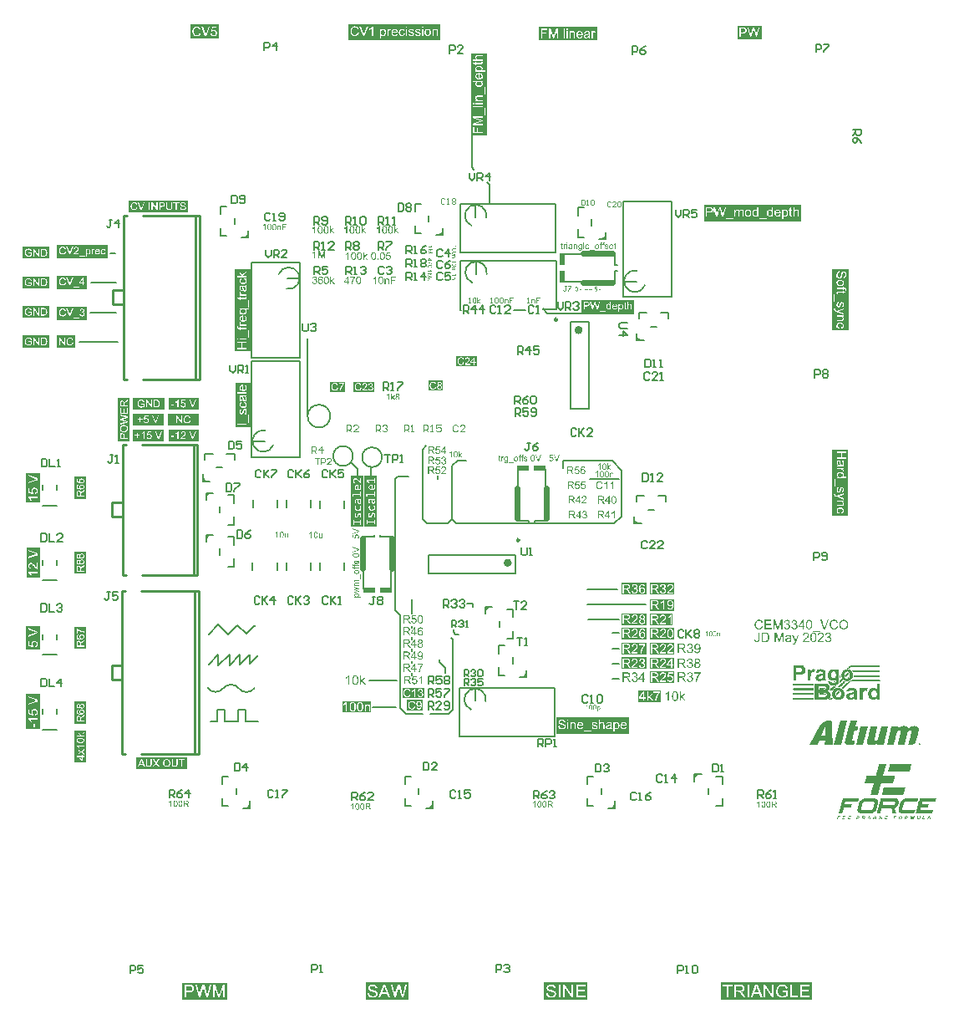
<source format=gbr>
%TF.GenerationSoftware,Altium Limited,Altium Designer,23.5.1 (21)*%
G04 Layer_Color=65535*
%FSLAX45Y45*%
%MOMM*%
%TF.SameCoordinates,33354463-9AA4-47E1-AEF5-84200F0A8FA4*%
%TF.FilePolarity,Positive*%
%TF.FileFunction,Legend,Top*%
%TF.Part,Single*%
G01*
G75*
%TA.AperFunction,NonConductor*%
%ADD43C,0.20000*%
%ADD44C,0.15000*%
%ADD45C,0.40000*%
%ADD46C,0.25000*%
%ADD47C,0.60000*%
%ADD48C,0.10000*%
%ADD49C,0.11000*%
%ADD50C,0.12000*%
%ADD51R,1.30000X0.50000*%
%ADD52R,0.50000X1.30000*%
G36*
X4761298Y8817979D02*
X4598701D01*
Y9650697D01*
X4761298D01*
Y8817979D01*
D02*
G37*
G36*
X6252756Y7012683D02*
X5716777D01*
Y7150805D01*
X6252756D01*
Y7012683D01*
D02*
G37*
G36*
X6659515Y4165929D02*
X6411102D01*
Y4283978D01*
X6659515D01*
Y4165929D01*
D02*
G37*
G36*
X6660208Y3713782D02*
X6411102D01*
Y3831832D01*
X6660208D01*
Y3713782D01*
D02*
G37*
G36*
X6660069Y3411637D02*
X6411102D01*
Y3528022D01*
X6660069D01*
Y3411637D01*
D02*
G37*
G36*
X1840000Y5721428D02*
X1533796D01*
Y5838572D01*
X1840000D01*
Y5721428D01*
D02*
G37*
G36*
X7941178Y8111298D02*
Y7948702D01*
X6958821D01*
Y8111298D01*
X7941178D01*
D02*
G37*
G36*
X1840000Y5880263D02*
X1528740D01*
Y5999737D01*
X1840000D01*
Y5880263D01*
D02*
G37*
G36*
X6660624Y4002831D02*
X6411102D01*
Y4120881D01*
X6660624D01*
Y4002831D01*
D02*
G37*
G36*
X6374622Y3713782D02*
X6125239D01*
Y3831832D01*
X6374622D01*
Y3713782D01*
D02*
G37*
G36*
X6659515Y3561636D02*
X6411102D01*
Y3678022D01*
X6659515D01*
Y3561636D01*
D02*
G37*
G36*
X6374622D02*
X6125239D01*
Y3678022D01*
X6374622D01*
Y3561636D01*
D02*
G37*
G36*
Y4165929D02*
X6125239D01*
Y4283978D01*
X6374622D01*
Y4165929D01*
D02*
G37*
G36*
X1493551Y6040263D02*
X1170000D01*
Y6159737D01*
X1493551D01*
Y6040263D01*
D02*
G37*
G36*
X1488556Y5880929D02*
X1170000D01*
Y5999071D01*
X1488556D01*
Y5880929D01*
D02*
G37*
G36*
X8736020Y3446075D02*
X8738242Y3445520D01*
X8740464Y3444964D01*
X8742686Y3443298D01*
X8743797Y3441631D01*
X8744353Y3438854D01*
Y3437187D01*
Y3436632D01*
Y3436076D01*
X8743242Y3433299D01*
X8741575Y3431632D01*
X8739909Y3430521D01*
X8737131Y3429966D01*
X8733243Y3429410D01*
X8448272Y3429410D01*
X8447717Y3428855D01*
X8445495Y3427188D01*
X8443273Y3424411D01*
X8439940Y3422189D01*
X8437162Y3419411D01*
X8434385Y3416634D01*
X8432718Y3414967D01*
X8431607Y3414412D01*
X8431052D01*
X8429941Y3414967D01*
X8428274Y3415523D01*
X8426052Y3416078D01*
X8419942Y3416634D01*
X8413832Y3417189D01*
X8411054D01*
Y3417745D01*
X8411610Y3418300D01*
X8412721Y3419411D01*
X8414943Y3421633D01*
X8418276Y3424966D01*
X8423830Y3429966D01*
X8427163Y3433299D01*
X8431052Y3437187D01*
X8436051Y3441631D01*
X8441051Y3446631D01*
X8733798Y3446631D01*
X8736020Y3446075D01*
D02*
G37*
G36*
X8069978Y3410523D02*
X8073311Y3409968D01*
X8076644Y3409412D01*
X8079977Y3408301D01*
X8083310Y3407190D01*
X8085532Y3406079D01*
X8086088Y3404413D01*
X8085532Y3403302D01*
X8084977Y3400524D01*
X8083310Y3397191D01*
X8081644Y3392747D01*
X8079977Y3387748D01*
X8078311Y3383859D01*
X8076644Y3380526D01*
X8076089Y3378860D01*
X8075533D01*
X8074978Y3379415D01*
X8071645Y3381082D01*
X8067756Y3382748D01*
X8063312Y3383304D01*
X8057757D01*
X8055535Y3382193D01*
X8053313Y3381082D01*
X8050536Y3378860D01*
X8047758Y3375527D01*
X8045536Y3370527D01*
X8043870Y3364417D01*
Y3363861D01*
X8043314Y3362195D01*
Y3359417D01*
X8042759Y3354973D01*
X8042203Y3348308D01*
Y3339975D01*
X8041648Y3334976D01*
Y3329421D01*
Y3323310D01*
Y3316644D01*
Y3293869D01*
X8040537Y3293313D01*
X8011651D01*
X8011095Y3293869D01*
Y3407746D01*
X8011651Y3408301D01*
X8012206Y3408857D01*
X8038870D01*
X8039426Y3408301D01*
Y3407746D01*
Y3392747D01*
X8039981Y3393303D01*
X8041648Y3395525D01*
X8043870Y3398302D01*
X8046647Y3402191D01*
X8050536Y3405524D01*
X8054424Y3408301D01*
X8059424Y3410523D01*
X8064423Y3411079D01*
X8067756D01*
X8069978Y3410523D01*
D02*
G37*
G36*
X8739909Y3396636D02*
X8741575Y3395525D01*
X8742686Y3394414D01*
X8743797Y3392192D01*
X8744353Y3389415D01*
Y3388859D01*
Y3388304D01*
Y3387748D01*
X8743242Y3384971D01*
X8742131Y3383860D01*
X8740464Y3382193D01*
X8738242Y3381082D01*
X8734909Y3380527D01*
X8471048Y3380526D01*
Y3381082D01*
X8469937Y3382193D01*
X8468826Y3383859D01*
X8467715Y3386637D01*
X8463826Y3392192D01*
X8458827Y3397747D01*
X8736576Y3397747D01*
X8739909Y3396636D01*
D02*
G37*
G36*
X8737687Y3349419D02*
X8741020Y3348308D01*
X8743797Y3345530D01*
X8744353Y3343864D01*
X8744908Y3341642D01*
Y3340531D01*
Y3339975D01*
X8744353Y3339420D01*
X8743242Y3336642D01*
X8740464Y3333309D01*
X8738798Y3332754D01*
X8736576Y3332198D01*
X8731576Y3332754D01*
X8573259Y3332754D01*
X8550484Y3332198D01*
X8474936D01*
Y3333309D01*
Y3333865D01*
X8475492Y3334420D01*
X8476047Y3337753D01*
X8476603Y3342197D01*
Y3347752D01*
Y3348863D01*
Y3349418D01*
X8733798Y3349419D01*
X8736576Y3349974D01*
X8737131D01*
X8737687Y3349419D01*
D02*
G37*
G36*
X8344950Y3353307D02*
Y3349974D01*
Y3349418D01*
Y3348863D01*
Y3347197D01*
Y3344975D01*
X8345505Y3339420D01*
X8346616Y3332198D01*
X8344950Y3331087D01*
X8343283Y3329421D01*
X8341617Y3327754D01*
X8338839Y3324977D01*
X8334951Y3321644D01*
Y3322755D01*
Y3344419D01*
X8336062Y3346086D01*
X8337173Y3347197D01*
X8338839Y3348863D01*
X8341061Y3351085D01*
X8344394Y3354418D01*
X8344950Y3353307D01*
D02*
G37*
G36*
X8153303Y3410523D02*
X8159413Y3409968D01*
X8166635Y3408301D01*
X8173856Y3405524D01*
X8181078Y3401635D01*
X8186633Y3396080D01*
X8188855Y3392747D01*
X8190521Y3388859D01*
Y3388303D01*
X8191077Y3387748D01*
Y3386081D01*
X8191632Y3384415D01*
X8192188Y3378304D01*
X8192743Y3371083D01*
Y3370527D01*
Y3369972D01*
Y3366639D01*
Y3361639D01*
Y3355529D01*
X8192188Y3348308D01*
Y3340531D01*
Y3333309D01*
Y3326088D01*
Y3325532D01*
Y3322755D01*
X8192743Y3319422D01*
X8193299Y3314978D01*
X8193854Y3309978D01*
X8194965Y3304423D01*
X8196632Y3298868D01*
X8198854Y3293313D01*
X8169412D01*
Y3293869D01*
X8168857Y3294980D01*
X8168301Y3296091D01*
X8167190Y3298313D01*
X8166635Y3301646D01*
X8165524Y3305534D01*
X8164968Y3304979D01*
X8162746Y3303312D01*
X8159413Y3300535D01*
X8154969Y3298313D01*
X8149970Y3295535D01*
X8143860Y3292758D01*
X8137749Y3291091D01*
X8130528Y3290536D01*
X8126639D01*
X8123862Y3291091D01*
X8119418Y3291647D01*
X8113863Y3293313D01*
X8108308Y3296091D01*
X8102197Y3299979D01*
X8097198Y3305534D01*
X8092754Y3312756D01*
Y3313867D01*
X8092198Y3316089D01*
X8091643Y3318866D01*
X8091087Y3322199D01*
Y3326088D01*
Y3326643D01*
Y3327199D01*
X8091643Y3330532D01*
X8093309Y3335531D01*
X8096642Y3341086D01*
X8098864Y3344419D01*
X8101642Y3347197D01*
X8104975Y3350529D01*
X8108863Y3353307D01*
X8113863Y3355529D01*
X8119418Y3357751D01*
X8126084Y3359973D01*
X8133305Y3361084D01*
X8133861D01*
X8136083Y3361639D01*
X8138860Y3362195D01*
X8142193Y3363306D01*
X8146637Y3363861D01*
X8151636Y3365528D01*
X8162191Y3368305D01*
Y3372194D01*
Y3372749D01*
Y3374416D01*
X8161080Y3377193D01*
X8159969Y3379971D01*
X8158302Y3382193D01*
X8154969Y3384970D01*
X8151081Y3386637D01*
X8145526Y3387192D01*
X8137194D01*
X8134972Y3386637D01*
X8132194Y3385526D01*
X8129417Y3383859D01*
X8126639Y3381082D01*
X8123862Y3377749D01*
X8121640Y3373305D01*
X8120529D01*
X8117751Y3373860D01*
X8113863Y3374971D01*
X8109419Y3375527D01*
X8104419Y3376638D01*
X8099975Y3377193D01*
X8096642Y3377749D01*
X8094420Y3378304D01*
Y3378860D01*
Y3379415D01*
X8094976Y3381082D01*
X8096087Y3383859D01*
X8097753Y3387192D01*
X8099420Y3390525D01*
X8102197Y3394414D01*
X8104975Y3398302D01*
X8108863Y3402191D01*
X8109419Y3402746D01*
X8111085Y3403857D01*
X8113863Y3404968D01*
X8117751Y3406635D01*
X8122751Y3408301D01*
X8128306Y3409968D01*
X8134972Y3410523D01*
X8142193Y3411079D01*
X8151081D01*
X8153303Y3410523D01*
D02*
G37*
G36*
X7929993Y3452186D02*
X7938325Y3451630D01*
X7947213Y3451075D01*
X7954990Y3449408D01*
X7958879Y3448853D01*
X7961656Y3447742D01*
X7964434Y3446075D01*
X7966100Y3444964D01*
X7967211Y3444409D01*
X7969433Y3442187D01*
X7972766Y3438854D01*
X7976655Y3434410D01*
X7980543Y3428299D01*
X7983876Y3421078D01*
X7986098Y3412745D01*
X7987209Y3403302D01*
Y3402746D01*
Y3401635D01*
Y3399969D01*
X7986654Y3397747D01*
X7985543Y3391636D01*
X7983321Y3383859D01*
X7978877Y3376082D01*
X7976655Y3372194D01*
X7973322Y3368305D01*
X7969433Y3364972D01*
X7964989Y3361639D01*
X7959990Y3358306D01*
X7953879Y3356084D01*
X7953324D01*
X7951657Y3355529D01*
X7948880Y3354973D01*
X7944991D01*
X7939436Y3354418D01*
X7931659Y3353862D01*
X7922771Y3353307D01*
X7896663D01*
Y3293869D01*
X7896107Y3293313D01*
X7865000D01*
X7864444Y3293869D01*
Y3451630D01*
Y3452186D01*
X7865555Y3452741D01*
X7922771D01*
X7929993Y3452186D01*
D02*
G37*
G36*
X8418276Y3410523D02*
X8424386Y3409412D01*
X8432163Y3407190D01*
X8440495Y3402746D01*
X8444939Y3400524D01*
X8449383Y3397191D01*
X8453827Y3393303D01*
X8457716Y3388859D01*
X8461604Y3383859D01*
X8464937Y3377749D01*
Y3377193D01*
X8466048Y3375527D01*
X8466604Y3372749D01*
X8467715Y3369416D01*
X8468826Y3365528D01*
X8469381Y3361084D01*
X8470492Y3351085D01*
Y3350529D01*
Y3349418D01*
Y3347752D01*
X8469937Y3344975D01*
X8468826Y3338309D01*
X8466048Y3330532D01*
X8462160Y3321644D01*
X8459382Y3317200D01*
X8456049Y3312200D01*
X8452161Y3307756D01*
X8447717Y3303868D01*
X8442717Y3299979D01*
X8436607Y3296091D01*
X8436051D01*
X8434385Y3294980D01*
X8432163Y3294424D01*
X8429385Y3293313D01*
X8425497Y3292202D01*
X8421609Y3291647D01*
X8412165Y3290536D01*
X8406610D01*
X8404388Y3291091D01*
X8398833Y3292202D01*
X8391612Y3293869D01*
X8383279Y3297202D01*
X8374947Y3301646D01*
X8367170Y3308312D01*
X8363281Y3312200D01*
X8359393Y3316644D01*
X8358837Y3317200D01*
X8358282Y3319422D01*
X8356615Y3322199D01*
X8355504Y3326643D01*
X8353838Y3331643D01*
X8352171Y3337198D01*
X8351616Y3343308D01*
X8351060Y3349974D01*
Y3354418D01*
Y3355529D01*
X8351616Y3358306D01*
X8352171Y3362750D01*
X8353282Y3368305D01*
X8355504Y3374971D01*
X8358837Y3382193D01*
X8363837Y3389414D01*
X8369947Y3396636D01*
X8370503Y3397191D01*
X8372725Y3398858D01*
X8376613Y3401080D01*
X8381057Y3403857D01*
X8386612Y3406635D01*
X8393278Y3408857D01*
X8401055Y3410523D01*
X8408832Y3411079D01*
X8415498D01*
X8418276Y3410523D01*
D02*
G37*
G36*
X8291622Y3294424D02*
Y3293869D01*
Y3291647D01*
X8291066Y3288869D01*
X8290511Y3286092D01*
X8289400Y3282759D01*
X8287733Y3279981D01*
X8285511Y3277759D01*
X8282734Y3277204D01*
X8282179D01*
X8280512Y3276648D01*
X8277735Y3276093D01*
X8267736D01*
X8266069Y3276648D01*
X8264958Y3277759D01*
X8265514Y3278315D01*
X8266625Y3279426D01*
X8268291Y3281648D01*
X8271069Y3283870D01*
X8273846Y3286092D01*
X8276624Y3288314D01*
X8279401Y3289425D01*
X8282179Y3289980D01*
X8291066Y3295535D01*
X8291622Y3294424D01*
D02*
G37*
G36*
X8353838Y3313311D02*
X8356060Y3310534D01*
X8359393Y3306645D01*
X8363837Y3301090D01*
X8362726Y3299979D01*
X8361059Y3298313D01*
X8358282Y3295535D01*
X8353838Y3291647D01*
X8347727Y3286092D01*
X8340506Y3278870D01*
X8335506Y3274426D01*
X8330507Y3269427D01*
Y3269982D01*
X8331062Y3271093D01*
X8331618Y3273315D01*
X8332173Y3276093D01*
X8332729Y3280537D01*
X8333840Y3284981D01*
X8334395Y3291091D01*
X8334951Y3297757D01*
X8335506Y3298313D01*
X8336617Y3298868D01*
X8338284Y3300535D01*
X8340506Y3302201D01*
X8343839Y3305534D01*
X8347727Y3309423D01*
X8353282Y3314422D01*
X8353838Y3313311D01*
D02*
G37*
G36*
X8272735Y3409968D02*
X8277179Y3408857D01*
X8282734Y3406635D01*
X8288289Y3403857D01*
X8293844Y3399413D01*
X8299399Y3393303D01*
Y3407746D01*
Y3408301D01*
X8300510Y3408857D01*
X8327729D01*
X8328285Y3408301D01*
Y3407746D01*
Y3309978D01*
Y3309423D01*
Y3308312D01*
Y3306090D01*
Y3303868D01*
X8327729Y3297202D01*
X8327174Y3288869D01*
X8325507Y3280537D01*
X8323841Y3272760D01*
X8321063Y3266094D01*
X8319397Y3263316D01*
X8317730Y3261094D01*
X8317175Y3260539D01*
X8314953Y3258872D01*
X8312175Y3256095D01*
X8307731Y3253873D01*
X8301621Y3251095D01*
X8294955Y3248318D01*
X8287178Y3246651D01*
X8277735Y3246096D01*
X8266625D01*
X8264403Y3246651D01*
X8258292Y3247207D01*
X8250515Y3248873D01*
X8242738Y3251095D01*
X8234961Y3254984D01*
X8228295Y3259983D01*
X8224962Y3263316D01*
X8222740Y3267205D01*
Y3267760D01*
X8222185Y3268316D01*
X8221629Y3269982D01*
X8221074Y3272204D01*
X8219963Y3277204D01*
X8219407Y3283314D01*
Y3284425D01*
X8219963Y3284981D01*
X8220518Y3285536D01*
X8222185D01*
X8223851Y3284981D01*
X8226073D01*
X8231628Y3284425D01*
X8237739Y3283870D01*
X8243849Y3282759D01*
X8249404Y3282203D01*
X8251626Y3281648D01*
X8253293Y3281092D01*
X8254404D01*
X8254959Y3280537D01*
Y3279981D01*
Y3278870D01*
X8255515Y3277759D01*
X8256626Y3276093D01*
X8258292Y3273871D01*
X8260514Y3272204D01*
X8263847Y3271093D01*
X8268291Y3269982D01*
X8269402D01*
X8272180Y3269427D01*
X8273291D01*
X8276068Y3269982D01*
X8280512Y3270538D01*
X8284956Y3272204D01*
X8289400Y3274426D01*
X8293844Y3277759D01*
X8296621Y3282759D01*
X8297732Y3286092D01*
Y3289425D01*
Y3311089D01*
X8297177Y3310534D01*
X8294955Y3308312D01*
X8292177Y3305534D01*
X8288289Y3302201D01*
X8283290Y3298868D01*
X8277735Y3296091D01*
X8271624Y3293869D01*
X8264958Y3293313D01*
X8259403D01*
X8257181Y3293869D01*
X8251626Y3295535D01*
X8244960Y3297757D01*
X8237739Y3302201D01*
X8234406Y3305534D01*
X8230517Y3308867D01*
X8227184Y3313311D01*
X8223851Y3318311D01*
X8221074Y3323866D01*
X8218296Y3330532D01*
Y3331087D01*
X8217741Y3332198D01*
X8217185Y3334420D01*
Y3337198D01*
X8216074Y3343864D01*
X8215519Y3351640D01*
Y3352196D01*
Y3353307D01*
Y3355529D01*
X8216074Y3358306D01*
X8216630Y3361639D01*
X8217185Y3365528D01*
X8219407Y3373860D01*
X8222740Y3383304D01*
X8227740Y3392192D01*
X8231073Y3396636D01*
X8234961Y3400524D01*
X8239405Y3403857D01*
X8244405Y3406635D01*
X8244960D01*
X8246071Y3407190D01*
X8247738Y3408301D01*
X8250515Y3408857D01*
X8256070Y3410523D01*
X8262736Y3411079D01*
X8269402D01*
X8272735Y3409968D01*
D02*
G37*
G36*
X8217741Y3264427D02*
Y3263316D01*
X8217185D01*
X8216074Y3263872D01*
X8214408Y3264427D01*
Y3264983D01*
X8217185D01*
X8217741Y3264427D01*
D02*
G37*
G36*
X8073311D02*
Y3248873D01*
Y3248318D01*
X8072200Y3247762D01*
X7866666D01*
X7863889Y3248873D01*
X7862778Y3249984D01*
X7861667Y3251651D01*
X7860556Y3253873D01*
X7860000Y3257206D01*
Y3257761D01*
X7860556Y3258317D01*
X7861667Y3261094D01*
X7863333Y3262761D01*
X7865000Y3263872D01*
X7867222Y3264427D01*
X7870554Y3264983D01*
X8072756D01*
X8073311Y3264427D01*
D02*
G37*
G36*
X8380502Y3290536D02*
X8381613Y3289980D01*
X8383279Y3289425D01*
X8385501Y3288869D01*
X8388279Y3287758D01*
X8392167Y3286647D01*
X8397167Y3284981D01*
Y3284425D01*
X8395500Y3282759D01*
X8393278Y3280537D01*
X8391056Y3278315D01*
X8388279Y3276093D01*
X8384946Y3272760D01*
X8381057Y3268871D01*
X8376058Y3264427D01*
X8370503Y3258872D01*
X8363837Y3252762D01*
X8356060Y3245540D01*
X8347727Y3237208D01*
X8337728Y3227764D01*
X8337173D01*
X8336062Y3228320D01*
X8333840D01*
X8331618Y3228875D01*
X8325507Y3229431D01*
X8318841D01*
X8314953Y3228875D01*
Y3229431D01*
X8315508Y3229986D01*
X8317730Y3231653D01*
X8320508Y3234986D01*
X8324396Y3238319D01*
X8328840Y3242763D01*
X8333840Y3247762D01*
X8345505Y3258872D01*
X8356615Y3269427D01*
X8362170Y3274982D01*
X8367170Y3279426D01*
X8371614Y3283870D01*
X8374947Y3287203D01*
X8377724Y3289425D01*
X8379391Y3291091D01*
X8380502Y3290536D01*
D02*
G37*
G36*
X8736576Y3301090D02*
X8738798Y3300535D01*
X8741020Y3299424D01*
X8743242Y3298313D01*
X8744353Y3296091D01*
X8744908Y3293313D01*
Y3292202D01*
Y3291647D01*
Y3291091D01*
X8743797Y3288314D01*
X8742131Y3286647D01*
X8740464Y3285536D01*
X8737687Y3284981D01*
X8734354Y3284425D01*
X8448272Y3284425D01*
X8370503Y3210544D01*
X8369392Y3211655D01*
X8366614Y3213877D01*
X8362726Y3217210D01*
X8357171Y3221098D01*
X8357726Y3221654D01*
X8359948Y3223876D01*
X8362726Y3226653D01*
X8366614Y3230542D01*
X8371058Y3234986D01*
X8376613Y3239985D01*
X8388279Y3251095D01*
X8399944Y3262205D01*
X8405499Y3267760D01*
X8411054Y3272760D01*
X8415498Y3277204D01*
X8419387Y3280537D01*
X8422720Y3283314D01*
X8424386Y3284981D01*
X8424941D01*
X8427163Y3285536D01*
X8430496Y3286647D01*
X8434385Y3287758D01*
X8439384Y3289980D01*
X8444939Y3292758D01*
X8451050Y3296646D01*
X8457160Y3301646D01*
X8734354Y3301646D01*
X8736576Y3301090D01*
D02*
G37*
G36*
X8744353Y3264428D02*
Y3103333D01*
Y3102778D01*
X8743242Y3102222D01*
X8714911D01*
X8714356Y3103333D01*
Y3119443D01*
X8713800Y3118887D01*
X8711578Y3116665D01*
X8707690Y3113332D01*
X8703246Y3109999D01*
X8697691Y3106111D01*
X8691025Y3103333D01*
X8683804Y3101111D01*
X8675471Y3100000D01*
X8674360D01*
X8670472Y3100556D01*
X8665472Y3101667D01*
X8658806Y3103889D01*
X8651585Y3107222D01*
X8644363Y3112777D01*
X8640475Y3116665D01*
X8637142Y3120554D01*
X8633809Y3124998D01*
X8630476Y3130553D01*
Y3131108D01*
X8629365Y3133330D01*
X8628809Y3136108D01*
X8627698Y3140552D01*
X8626587Y3144995D01*
X8625476Y3149995D01*
X8624921Y3156105D01*
X8624365Y3161660D01*
Y3162216D01*
Y3163882D01*
Y3166104D01*
X8624921Y3168882D01*
X8625476Y3172770D01*
X8626032Y3176659D01*
X8628809Y3186102D01*
X8632698Y3195546D01*
X8635475Y3200545D01*
X8638808Y3205545D01*
X8642697Y3209433D01*
X8647141Y3213877D01*
X8652140Y3217210D01*
X8658251Y3219988D01*
X8658806D01*
X8659917Y3220543D01*
X8661584Y3221099D01*
X8663250Y3221654D01*
X8668805Y3222210D01*
X8674360Y3222765D01*
X8681582D01*
X8684915Y3222210D01*
X8689359Y3221099D01*
X8694358Y3218877D01*
X8699913Y3216099D01*
X8705468Y3212211D01*
X8711578Y3207211D01*
Y3264428D01*
Y3264983D01*
X8743797D01*
X8744353Y3264428D01*
D02*
G37*
G36*
X8603812Y3222210D02*
X8610478Y3220543D01*
X8617699Y3217766D01*
Y3217210D01*
Y3216655D01*
X8617144Y3214988D01*
X8616588Y3212766D01*
X8615477Y3209433D01*
X8613811Y3204434D01*
X8611589Y3197768D01*
X8608256Y3189435D01*
X8607700D01*
X8607145Y3189991D01*
X8603256Y3192213D01*
X8598257Y3193879D01*
X8593257Y3194435D01*
X8590480D01*
X8587702Y3193324D01*
X8584925Y3192213D01*
X8581592Y3189991D01*
X8578259Y3186658D01*
X8576037Y3182214D01*
X8573815Y3176103D01*
Y3175548D01*
X8573259Y3173881D01*
Y3171104D01*
X8572704Y3167771D01*
X8572148Y3162216D01*
Y3156105D01*
X8571593Y3148328D01*
Y3138885D01*
Y3103333D01*
Y3102777D01*
X8570482Y3102222D01*
X8539374D01*
X8538819Y3103333D01*
Y3219432D01*
Y3219987D01*
X8568815D01*
X8569371Y3219432D01*
Y3203878D01*
X8569926D01*
X8570482Y3204434D01*
X8571593Y3206656D01*
X8573815Y3209989D01*
X8577148Y3213321D01*
X8580481Y3216654D01*
X8584925Y3219987D01*
X8589924Y3222210D01*
X8594924Y3222765D01*
X8601590D01*
X8603812Y3222210D01*
D02*
G37*
G36*
X8302176Y3242763D02*
X8300510Y3241096D01*
X8297177Y3237763D01*
X8294399Y3234986D01*
X8291622Y3232208D01*
X8287733Y3228320D01*
X8283290Y3224431D01*
X8278290Y3218876D01*
X8272180Y3213321D01*
X8264958Y3206656D01*
X8257181Y3198879D01*
X8234406D01*
Y3199990D01*
X8234961Y3201101D01*
X8236628Y3203878D01*
X8238294Y3206100D01*
X8239405Y3208878D01*
X8240516Y3212766D01*
X8242183Y3216654D01*
X8250515D01*
X8274957Y3239985D01*
X8279957D01*
X8283290Y3240541D01*
X8287733Y3241096D01*
X8292177Y3241652D01*
X8303287Y3243874D01*
X8302176Y3242763D01*
D02*
G37*
G36*
X8073311Y3215543D02*
Y3199990D01*
Y3199434D01*
X8072200Y3198879D01*
X7867777D01*
X7865000Y3199990D01*
X7862778Y3201101D01*
X7861667Y3202767D01*
X7860556Y3204989D01*
X7860000Y3207767D01*
Y3208322D01*
Y3208878D01*
Y3209433D01*
X7861111Y3212210D01*
X7862222Y3213321D01*
X7863889Y3214988D01*
X7866111Y3216099D01*
X7869443Y3216654D01*
X8072756D01*
X8073311Y3215543D01*
D02*
G37*
G36*
X8251626Y3160549D02*
X8251071D01*
Y3161660D01*
X8249960Y3163882D01*
X8249404Y3165549D01*
X8248849Y3167771D01*
X8249404D01*
X8251626Y3168326D01*
Y3160549D01*
D02*
G37*
G36*
X8073311Y3167215D02*
Y3151661D01*
Y3151106D01*
X8072200Y3150550D01*
X7868888D01*
X7865555Y3151661D01*
X7861667Y3153883D01*
X7860556Y3155550D01*
X7860000Y3158327D01*
Y3159994D01*
Y3160549D01*
Y3161105D01*
X7861667Y3163882D01*
X7862778Y3165549D01*
X7865000Y3166660D01*
X7867777Y3167215D01*
X7871665Y3167771D01*
X8072756D01*
X8073311Y3167215D01*
D02*
G37*
G36*
X8467159Y3222209D02*
X8473825Y3221654D01*
X8481602Y3219987D01*
X8489379Y3217210D01*
X8497156Y3212766D01*
X8499934Y3209989D01*
X8502711Y3206656D01*
X8504933Y3203323D01*
X8506600Y3198879D01*
Y3198323D01*
X8507155Y3197768D01*
Y3196101D01*
X8507711Y3193879D01*
X8508266Y3188324D01*
X8508822Y3180547D01*
Y3153883D01*
Y3153328D01*
Y3152772D01*
Y3149439D01*
Y3144440D01*
X8508266Y3138329D01*
Y3137218D01*
Y3134996D01*
X8508822Y3131108D01*
X8509377Y3126108D01*
X8509933Y3120553D01*
X8511044Y3114443D01*
X8512710Y3108332D01*
X8514932Y3102222D01*
X8483824D01*
X8483269Y3102777D01*
X8482713Y3104444D01*
X8482158Y3106110D01*
X8481047Y3108332D01*
X8480491Y3111110D01*
X8479380Y3114998D01*
X8478825Y3114443D01*
X8476603Y3112776D01*
X8472714Y3109999D01*
X8468270Y3107777D01*
X8462715Y3104999D01*
X8456049Y3102222D01*
X8448828Y3100555D01*
X8441051Y3100000D01*
X8439940D01*
X8436051Y3100555D01*
X8431052Y3101111D01*
X8424941Y3102777D01*
X8418276Y3106110D01*
X8412165Y3109999D01*
X8406610Y3116109D01*
X8403833Y3119442D01*
X8402166Y3123886D01*
Y3124442D01*
X8401611Y3126664D01*
X8401055Y3129997D01*
X8400500Y3134996D01*
Y3135552D01*
Y3136107D01*
X8401055Y3138885D01*
X8402166Y3143329D01*
X8404388Y3148328D01*
X8407721Y3153883D01*
X8412721Y3158883D01*
X8416054Y3161660D01*
X8419942Y3163882D01*
X8424386Y3166104D01*
X8429385Y3167771D01*
X8429941D01*
X8431607Y3168326D01*
X8434385Y3168882D01*
X8438829Y3169993D01*
X8444384Y3171104D01*
X8451605Y3172770D01*
X8460493Y3174992D01*
X8471603Y3177214D01*
X8472159Y3177770D01*
X8474381Y3178325D01*
X8476047Y3178881D01*
X8477158Y3179992D01*
Y3180547D01*
Y3182769D01*
X8476603Y3184991D01*
X8476047Y3188324D01*
X8474936Y3191102D01*
X8473825Y3193879D01*
X8472159Y3195546D01*
X8470492Y3196101D01*
X8469937Y3196657D01*
X8467715Y3197768D01*
X8463826Y3198323D01*
X8461049Y3198879D01*
X8450494D01*
X8448272Y3198323D01*
X8444939Y3197212D01*
X8442162Y3195546D01*
X8438829Y3192768D01*
X8436051Y3189435D01*
X8433829Y3184436D01*
X8431607D01*
X8428274Y3184991D01*
X8423830Y3186102D01*
X8418831Y3186658D01*
X8413276Y3187769D01*
X8408832Y3188324D01*
X8405499Y3188880D01*
X8404944Y3189435D01*
X8404388D01*
X8404944Y3190546D01*
X8405499Y3192768D01*
X8406610Y3196101D01*
X8408832Y3199990D01*
X8411610Y3204434D01*
X8414943Y3208878D01*
X8418831Y3212766D01*
X8423275Y3216099D01*
X8423830Y3216654D01*
X8425497Y3217210D01*
X8428274Y3218321D01*
X8431607Y3219432D01*
X8436051Y3220543D01*
X8441606Y3221654D01*
X8447161Y3222765D01*
X8464937D01*
X8467159Y3222209D01*
D02*
G37*
G36*
X8258848Y3126664D02*
X8259959Y3126108D01*
X8262181Y3122775D01*
X8264958Y3118331D01*
X8268847Y3113887D01*
X8267180Y3112221D01*
X8266069Y3110554D01*
X8263847Y3108888D01*
X8261070Y3106110D01*
X8257181Y3102222D01*
X8221074D01*
Y3103333D01*
X8221629D01*
X8222740Y3103888D01*
X8224407Y3104444D01*
X8226629Y3106110D01*
X8229406Y3107777D01*
X8233295Y3111110D01*
X8237183Y3114443D01*
X8241627Y3119442D01*
X8249960D01*
X8258848Y3127219D01*
Y3126664D01*
D02*
G37*
G36*
X8072756Y3118887D02*
X8073311Y3118331D01*
Y3103333D01*
Y3102777D01*
X8072200Y3102222D01*
X7867777D01*
X7867222Y3102777D01*
X7864444Y3103888D01*
X7861111Y3106666D01*
X7860556Y3108332D01*
X7860000Y3110554D01*
Y3111110D01*
X7860556Y3112221D01*
X7861667Y3114998D01*
X7863889Y3118331D01*
X7866111Y3118887D01*
X7868332Y3119442D01*
X8072200D01*
X8072756Y3118887D01*
D02*
G37*
G36*
X8171634Y3264983D02*
X8181078Y3264427D01*
X8191077Y3263872D01*
X8200520Y3262205D01*
X8204964Y3261650D01*
X8208853Y3260539D01*
X8211630Y3258872D01*
X8213852Y3257761D01*
X8214963Y3257206D01*
X8217185Y3255539D01*
X8221074Y3252762D01*
X8224962Y3248873D01*
X8228851Y3244429D01*
X8232739Y3238874D01*
X8234961Y3233319D01*
X8236072Y3226653D01*
Y3222209D01*
Y3221654D01*
X8235517Y3218876D01*
X8234961Y3215543D01*
X8233295Y3211099D01*
X8230517Y3206100D01*
X8226073Y3200545D01*
X8219963Y3194990D01*
X8216630Y3192768D01*
X8212186Y3189991D01*
X8209408Y3189435D01*
X8210519Y3188880D01*
X8211630Y3188324D01*
X8213297Y3187769D01*
X8215519Y3186658D01*
X8218852Y3185547D01*
X8219407D01*
X8219963Y3184991D01*
X8223296Y3183325D01*
X8227740Y3180547D01*
X8232739Y3176659D01*
X8237739Y3171659D01*
X8241627Y3165549D01*
X8244960Y3157772D01*
X8245516Y3153883D01*
X8246071Y3149439D01*
Y3148884D01*
Y3147773D01*
X8245516Y3144995D01*
X8244960Y3140551D01*
X8242738Y3134996D01*
X8239961Y3128886D01*
X8234961Y3122220D01*
X8228851Y3115554D01*
X8224407Y3112221D01*
X8219963Y3109443D01*
X8219407Y3108888D01*
X8217741Y3108332D01*
X8214408Y3107221D01*
X8209408Y3106110D01*
X8202187Y3104444D01*
X8197743Y3103888D01*
X8192743Y3103333D01*
X8187188Y3102777D01*
X8181078D01*
X8174412Y3102222D01*
X8151081D01*
X8142749Y3101666D01*
X8080533D01*
X8079977Y3102777D01*
Y3264983D01*
Y3265538D01*
X8167190D01*
X8171634Y3264983D01*
D02*
G37*
G36*
X8328840Y3222209D02*
X8334951Y3221098D01*
X8342728Y3218876D01*
X8351060Y3215543D01*
X8359948Y3210544D01*
X8364392Y3207211D01*
X8368281Y3203323D01*
X8372169Y3198323D01*
X8376058Y3193324D01*
X8376613Y3192768D01*
X8377169Y3191102D01*
X8378280Y3188324D01*
X8379946Y3184436D01*
X8381613Y3179992D01*
X8382724Y3174992D01*
X8383279Y3169437D01*
X8383835Y3163327D01*
Y3159994D01*
Y3159438D01*
Y3158327D01*
Y3156661D01*
X8383279Y3153883D01*
X8382168Y3147217D01*
X8379391Y3139440D01*
X8374947Y3130552D01*
X8372169Y3125553D01*
X8368836Y3121109D01*
X8364392Y3116665D01*
X8359393Y3112221D01*
X8353838Y3108332D01*
X8347727Y3104444D01*
X8347172D01*
X8345505Y3103888D01*
X8342728Y3103333D01*
X8339395Y3102222D01*
X8335506Y3101666D01*
X8331062Y3100555D01*
X8321063Y3100000D01*
X8318286D01*
X8316064Y3100555D01*
X8310509Y3101111D01*
X8303843Y3102777D01*
X8296066Y3104999D01*
X8287733Y3108332D01*
X8279401Y3113332D01*
X8271624Y3119998D01*
X8271069Y3120553D01*
X8269402Y3122775D01*
X8267180Y3126664D01*
X8264958Y3131663D01*
X8262181Y3137774D01*
X8259959Y3144995D01*
X8258292Y3153883D01*
X8257737Y3163327D01*
Y3163882D01*
Y3164438D01*
Y3166104D01*
X8258292Y3168326D01*
X8258848Y3173881D01*
X8261070Y3180547D01*
X8263847Y3188324D01*
X8268291Y3196657D01*
X8274957Y3204434D01*
X8278846Y3208322D01*
X8283290Y3212210D01*
X8283845Y3212766D01*
X8286067Y3213877D01*
X8289400Y3215543D01*
X8293844Y3217765D01*
X8299399Y3219432D01*
X8305509Y3221098D01*
X8312175Y3222209D01*
X8318841Y3222765D01*
X8326618D01*
X8328840Y3222209D01*
D02*
G37*
G36*
X9095599Y2835239D02*
X9098562Y2835242D01*
X9102266Y2834505D01*
X9105970Y2833769D01*
X9110045Y2833033D01*
X9114490Y2831556D01*
X9118936Y2829710D01*
X9123012Y2827492D01*
X9126719Y2824904D01*
X9130425Y2821575D01*
X9133392Y2817875D01*
X9135619Y2813434D01*
X9137106Y2808621D01*
X9137483Y2802696D01*
X9137484Y2801955D01*
X9137115Y2800844D01*
X9137117Y2798992D01*
X9136379Y2796029D01*
X9135643Y2792325D01*
X9134907Y2787510D01*
X9133433Y2781212D01*
X9132696Y2777878D01*
X9131960Y2773804D01*
X9130854Y2769359D01*
X9129748Y2764543D01*
X9128273Y2759357D01*
X9127168Y2753801D01*
X9125693Y2747874D01*
X9123849Y2741206D01*
X9122375Y2734168D01*
X9120162Y2726759D01*
X9118319Y2718609D01*
X9116106Y2710089D01*
X9113525Y2700828D01*
X9110943Y2691196D01*
X9108362Y2680824D01*
X9105412Y2669711D01*
X9105412Y2669341D01*
X9104672Y2668599D01*
X9103562Y2667487D01*
X9102453Y2666004D01*
X9098754Y2661927D01*
X9093575Y2657477D01*
X9087284Y2653026D01*
X9079512Y2648944D01*
X9075069Y2647457D01*
X9070627Y2646341D01*
X9065813Y2645595D01*
X9060629Y2645219D01*
X9032113Y2645187D01*
X9031001Y2645927D01*
X9030261Y2645926D01*
X9030260Y2646296D01*
X9030629Y2647408D01*
X9030998Y2648890D01*
X9031736Y2651483D01*
X9032474Y2654076D01*
X9033211Y2657410D01*
X9034317Y2661485D01*
X9035424Y2665560D01*
X9036529Y2670375D01*
X9037635Y2675191D01*
X9040586Y2685934D01*
X9043165Y2697417D01*
X9046485Y2709271D01*
X9049434Y2721495D01*
X9052383Y2733349D01*
X9054963Y2744462D01*
X9057174Y2754463D01*
X9058280Y2759279D01*
X9059387Y2763354D01*
X9060123Y2767058D01*
X9060860Y2770392D01*
X9061597Y2773355D01*
X9061965Y2775578D01*
X9062334Y2777059D01*
X9062333Y2778170D01*
X9062332Y2778541D01*
X9061961Y2779651D01*
X9061589Y2781132D01*
X9060476Y2782983D01*
X9058621Y2785203D01*
X9056028Y2786681D01*
X9052323Y2788158D01*
X9047137Y2788893D01*
X9046396Y2788892D01*
X9044175Y2788520D01*
X9040843Y2787775D01*
X9037141Y2786290D01*
X9032700Y2783692D01*
X9030480Y2782209D01*
X9028630Y2779985D01*
X9026411Y2777390D01*
X9024563Y2774796D01*
X9023085Y2771461D01*
X9021608Y2767756D01*
X9021608Y2767386D01*
X9021238Y2766644D01*
X9021240Y2765533D01*
X9020871Y2764052D01*
X9020133Y2762199D01*
X9019765Y2759607D01*
X9018290Y2754050D01*
X9016446Y2747012D01*
X9014604Y2738862D01*
X9012391Y2730342D01*
X9010180Y2720711D01*
X9007598Y2710709D01*
X9005017Y2700707D01*
X8999855Y2680333D01*
X8997274Y2670702D01*
X8994692Y2661441D01*
X8992479Y2652921D01*
X8990266Y2645141D01*
X8923606Y2645067D01*
X8921752Y2646916D01*
X8921752Y2647287D01*
X8922121Y2648398D01*
X8922490Y2649880D01*
X8923228Y2652103D01*
X8923965Y2655066D01*
X8924702Y2658400D01*
X8925439Y2662104D01*
X8926545Y2666179D01*
X8929127Y2675811D01*
X8931708Y2686183D01*
X8934658Y2697666D01*
X8937607Y2709150D01*
X8940187Y2721003D01*
X8943137Y2732487D01*
X8945717Y2743230D01*
X8948298Y2753231D01*
X8949404Y2757677D01*
X8950140Y2761751D01*
X8950877Y2765455D01*
X8951614Y2768419D01*
X8952352Y2771012D01*
X8952720Y2773234D01*
X8953089Y2774716D01*
X8953088Y2775457D01*
X8953086Y2776938D01*
X8953085Y2777308D01*
X8952714Y2778789D01*
X8952341Y2780641D01*
X8951228Y2782491D01*
X8949744Y2784711D01*
X8947150Y2786560D01*
X8943445Y2788037D01*
X8938630Y2788773D01*
X8937889Y2788772D01*
X8936038Y2788399D01*
X8933446Y2788026D01*
X8930484Y2787282D01*
X8926783Y2785426D01*
X8923082Y2783200D01*
X8919382Y2779863D01*
X8916425Y2775416D01*
X8916055Y2774675D01*
X8916056Y2773934D01*
X8915317Y2772082D01*
X8914579Y2769859D01*
X8913842Y2766525D01*
X8912737Y2761709D01*
X8910891Y2756152D01*
X8910154Y2752819D01*
X8909048Y2748744D01*
X8907941Y2744669D01*
X8906836Y2739853D01*
X8905360Y2735037D01*
X8903885Y2729481D01*
X8902410Y2723554D01*
X8900936Y2716886D01*
X8899092Y2709848D01*
X8897249Y2702439D01*
X8895036Y2694290D01*
X8892823Y2685769D01*
X8890611Y2676508D01*
X8888401Y2666507D01*
X8885820Y2656135D01*
X8882869Y2645022D01*
X8815099Y2644946D01*
X8813615Y2646796D01*
X8859703Y2830162D01*
X8927474Y2830237D01*
X8929327Y2828758D01*
X8924904Y2810237D01*
X8924905Y2809126D01*
X8926016Y2809127D01*
X8926386Y2809498D01*
X8926755Y2810239D01*
X8927865Y2811721D01*
X8929715Y2813205D01*
X8931564Y2815058D01*
X8934154Y2817283D01*
X8936744Y2819878D01*
X8940444Y2822475D01*
X8944145Y2824701D01*
X8948586Y2827298D01*
X8953398Y2829525D01*
X8958581Y2831383D01*
X8964134Y2832870D01*
X8970428Y2834359D01*
X8977093Y2835107D01*
X8984499Y2835486D01*
X8987462Y2835489D01*
X8989684Y2835121D01*
X8992277Y2835124D01*
X8995240Y2834757D01*
X9001907Y2833283D01*
X9008946Y2831069D01*
X9015986Y2828114D01*
X9021916Y2823676D01*
X9024512Y2820717D01*
X9026737Y2817756D01*
X9028970Y2807390D01*
X9030081Y2807391D01*
X9030451Y2807762D01*
X9031191Y2808503D01*
X9032300Y2809986D01*
X9034150Y2811839D01*
X9035999Y2814063D01*
X9038959Y2816289D01*
X9041919Y2818884D01*
X9045619Y2821481D01*
X9049690Y2824078D01*
X9054131Y2826675D01*
X9059314Y2828903D01*
X9064866Y2831131D01*
X9070789Y2832989D01*
X9077083Y2834477D01*
X9084119Y2835226D01*
X9091525Y2835604D01*
X9093377Y2835606D01*
X9095599Y2835239D01*
D02*
G37*
G36*
X8826004Y2828643D02*
X8779547Y2644907D01*
X8712887Y2644833D01*
X8711033Y2646682D01*
X8715086Y2665203D01*
X8714717Y2664833D01*
X8713977Y2664091D01*
X8712867Y2662979D01*
X8711017Y2661496D01*
X8708797Y2659642D01*
X8706577Y2657417D01*
X8703617Y2655192D01*
X8700287Y2652966D01*
X8692515Y2648513D01*
X8683631Y2644430D01*
X8678819Y2642943D01*
X8673635Y2641827D01*
X8668452Y2641080D01*
X8662897Y2640704D01*
X8646602Y2640685D01*
X8644750Y2641054D01*
X8642528Y2641422D01*
X8639935Y2641789D01*
X8634008Y2643634D01*
X8628080Y2646220D01*
X8624744Y2648068D01*
X8621779Y2650287D01*
X8619184Y2652876D01*
X8616589Y2655836D01*
X8613993Y2659166D01*
X8612136Y2663237D01*
X8611015Y2672495D01*
X8611014Y2673235D01*
X8611383Y2674346D01*
X8611752Y2676199D01*
X8612119Y2679162D01*
X8612855Y2683236D01*
X8613960Y2688422D01*
X8614697Y2691756D01*
X8615434Y2695090D01*
X8616170Y2699164D01*
X8617276Y2703609D01*
X8618382Y2708425D01*
X8619487Y2713981D01*
X8620962Y2719538D01*
X8622436Y2726205D01*
X8624280Y2732873D01*
X8626123Y2740652D01*
X8627966Y2748431D01*
X8630178Y2757322D01*
X8632390Y2766582D01*
X8634601Y2776584D01*
X8637181Y2786956D01*
X8640131Y2798440D01*
X8643081Y2810664D01*
X8646400Y2823259D01*
X8646399Y2823629D01*
X8646769Y2824371D01*
X8647507Y2826593D01*
X8648615Y2828817D01*
X8649355Y2829558D01*
X8650095Y2829929D01*
X8716014Y2830002D01*
X8717497Y2828523D01*
X8686534Y2698872D01*
X8686534Y2698131D01*
X8686535Y2697761D01*
X8686907Y2696280D01*
X8687279Y2694429D01*
X8688022Y2692208D01*
X8689506Y2689987D01*
X8691730Y2688138D01*
X8695065Y2686661D01*
X8699139Y2686295D01*
X8701731Y2686298D01*
X8703953Y2686670D01*
X8706915Y2687414D01*
X8710617Y2688530D01*
X8714688Y2690756D01*
X8718758Y2694093D01*
X8720607Y2696317D01*
X8722456Y2698912D01*
X8723934Y2701506D01*
X8725412Y2704840D01*
X8756752Y2829307D01*
X8757492Y2830048D01*
X8824522Y2830123D01*
X8826004Y2828643D01*
D02*
G37*
G36*
X9163190Y2663850D02*
X9163208Y2647185D01*
X9161359Y2645331D01*
X9159505Y2647181D01*
X9159492Y2659032D01*
X9158752Y2659031D01*
X9158752Y2658290D01*
X9158013Y2656808D01*
X9157275Y2654585D01*
X9156537Y2652362D01*
X9155429Y2649769D01*
X9154320Y2647545D01*
X9153581Y2646063D01*
X9152841Y2645322D01*
X9151360Y2645320D01*
X9150989Y2645690D01*
X9150618Y2646060D01*
X9149877Y2646800D01*
X9148765Y2648280D01*
X9147651Y2650501D01*
X9146536Y2653832D01*
X9145050Y2657905D01*
X9144310Y2657903D01*
X9144322Y2647164D01*
X9142843Y2645311D01*
X9141732Y2645309D01*
X9140248Y2647160D01*
X9140230Y2663824D01*
X9141709Y2665678D01*
X9144301Y2665680D01*
X9144672Y2665311D01*
X9145413Y2664941D01*
X9146155Y2663831D01*
X9147267Y2662351D01*
X9148381Y2659760D01*
X9149867Y2656058D01*
X9151354Y2651245D01*
X9151723Y2651616D01*
X9152093Y2651987D01*
X9152833Y2653099D01*
X9153571Y2654951D01*
X9154680Y2657175D01*
X9156157Y2660879D01*
X9158003Y2665696D01*
X9161336Y2665700D01*
X9163190Y2663850D01*
D02*
G37*
G36*
X9137637Y2663821D02*
X9135787Y2662338D01*
X9131714Y2662334D01*
X9131730Y2647150D01*
X9129881Y2645296D01*
X9129140Y2645295D01*
X9127286Y2647145D01*
X9127270Y2662329D01*
X9123196Y2662324D01*
X9121713Y2663804D01*
X9123192Y2665657D01*
X9135783Y2665671D01*
X9137637Y2663821D01*
D02*
G37*
G36*
X8617878Y2828412D02*
X8571420Y2644675D01*
X8502909Y2644599D01*
X8502908Y2645340D01*
X8548255Y2829075D01*
X8549365Y2829817D01*
X8616025Y2829891D01*
X8617878Y2828412D01*
D02*
G37*
G36*
X8407834Y2887432D02*
X8346999Y2644426D01*
X8279599Y2644351D01*
X8278487Y2645090D01*
X8277746Y2645090D01*
X8338582Y2887355D01*
X8339322Y2888096D01*
X8407833Y2888172D01*
X8407834Y2887432D01*
D02*
G37*
G36*
X8253406Y2887260D02*
X8253407Y2886519D01*
X8253779Y2885038D01*
X8254151Y2882817D01*
X8254525Y2879855D01*
X8254900Y2875781D01*
X8255276Y2870597D01*
X8255653Y2864302D01*
X8256028Y2860599D01*
X8256032Y2856525D01*
X8256407Y2852082D01*
X8256413Y2847267D01*
X8256789Y2841713D01*
X8257166Y2836158D01*
X8257173Y2829863D01*
X8257551Y2823197D01*
X8257559Y2815790D01*
X8257938Y2808014D01*
X8257947Y2799867D01*
X8258327Y2790979D01*
X8264415Y2645075D01*
X8263305Y2644333D01*
X8185535Y2644247D01*
X8184793Y2644986D01*
X8183682Y2644985D01*
X8186228Y2686465D01*
X8128827Y2686402D01*
X8128457Y2685660D01*
X8128088Y2685290D01*
X8127348Y2684178D01*
X8126609Y2682696D01*
X8125870Y2681214D01*
X8124762Y2678990D01*
X8123284Y2676026D01*
X8121806Y2672691D01*
X8119959Y2668616D01*
X8117742Y2663799D01*
X8115156Y2658241D01*
X8112571Y2651572D01*
X8109246Y2644162D01*
X8031477Y2644075D01*
X8029993Y2645925D01*
X8140495Y2850472D01*
X8140865Y2850842D01*
X8141975Y2851955D01*
X8143825Y2853808D01*
X8146044Y2856403D01*
X8149004Y2858999D01*
X8152703Y2862336D01*
X8156773Y2865673D01*
X8161213Y2869382D01*
X8166394Y2872720D01*
X8171575Y2876059D01*
X8177496Y2879399D01*
X8183419Y2881998D01*
X8190082Y2884597D01*
X8196746Y2886456D01*
X8203781Y2887575D01*
X8210817Y2887953D01*
X8253035Y2888000D01*
X8253406Y2887260D01*
D02*
G37*
G36*
X8508566Y2886062D02*
X8508937Y2885692D01*
X8509309Y2884211D01*
X8494926Y2829757D01*
X8522331Y2829787D01*
X8523072Y2829047D01*
X8523813Y2829048D01*
X8523814Y2828678D01*
X8523445Y2827196D01*
X8523076Y2825344D01*
X8522339Y2822751D01*
X8521602Y2819417D01*
X8520495Y2816083D01*
X8518651Y2808304D01*
X8516808Y2800525D01*
X8515701Y2797190D01*
X8514964Y2794227D01*
X8513856Y2791263D01*
X8513117Y2789411D01*
X8512378Y2787928D01*
X8512008Y2787558D01*
X8485715Y2787529D01*
X8485345Y2786787D01*
X8484976Y2786046D01*
X8484607Y2784565D01*
X8483869Y2782712D01*
X8483131Y2779749D01*
X8482024Y2776044D01*
X8480549Y2770858D01*
X8479074Y2764931D01*
X8477967Y2761226D01*
X8477231Y2757152D01*
X8476125Y2753077D01*
X8475019Y2748261D01*
X8473543Y2743075D01*
X8472068Y2737519D01*
X8470964Y2731592D01*
X8469119Y2725294D01*
X8467646Y2718256D01*
X8465802Y2710848D01*
X8463959Y2703069D01*
X8462117Y2694549D01*
X8462117Y2694179D01*
X8462489Y2693068D01*
X8462861Y2691957D01*
X8463973Y2690477D01*
X8465827Y2688628D01*
X8468050Y2687519D01*
X8471755Y2686412D01*
X8476570Y2686047D01*
X8485828Y2686058D01*
X8487682Y2684208D01*
X8487682Y2683838D01*
X8487313Y2682356D01*
X8486945Y2680504D01*
X8486207Y2677911D01*
X8485470Y2674947D01*
X8484733Y2671613D01*
X8482889Y2664575D01*
X8481046Y2657166D01*
X8480309Y2653833D01*
X8479201Y2650869D01*
X8478463Y2648276D01*
X8477724Y2646423D01*
X8476986Y2644941D01*
X8476616Y2644570D01*
X8476245Y2644570D01*
X8474764Y2644198D01*
X8472172Y2644195D01*
X8468839Y2643821D01*
X8464396Y2643446D01*
X8458841Y2643439D01*
X8451805Y2643061D01*
X8424771Y2643031D01*
X8422178Y2643399D01*
X8419215Y2643766D01*
X8415511Y2644502D01*
X8408102Y2646346D01*
X8400692Y2649300D01*
X8397357Y2651148D01*
X8394021Y2653737D01*
X8391426Y2656696D01*
X8389570Y2660027D01*
X8388085Y2663729D01*
X8387710Y2668172D01*
X8387708Y2669654D01*
X8387707Y2670394D01*
X8388076Y2671506D01*
X8388074Y2673358D01*
X8388812Y2675951D01*
X8389178Y2679655D01*
X8390284Y2684470D01*
X8391388Y2690397D01*
X8392125Y2694101D01*
X8393232Y2697805D01*
X8393968Y2701880D01*
X8395073Y2706695D01*
X8396179Y2711881D01*
X8397654Y2717067D01*
X8399129Y2722995D01*
X8400603Y2729662D01*
X8402447Y2736330D01*
X8404291Y2743739D01*
X8406134Y2751518D01*
X8408346Y2760038D01*
X8410558Y2768928D01*
X8412770Y2778559D01*
X8415351Y2788561D01*
X8418301Y2799304D01*
X8440055Y2885616D01*
X8440795Y2886357D01*
X8508195Y2886432D01*
X8508566Y2886062D01*
D02*
G37*
G36*
X1139737Y5720000D02*
X1020263D01*
Y6160000D01*
X1139737D01*
Y5720000D01*
D02*
G37*
G36*
X6374761Y3856636D02*
X6125239D01*
Y3974686D01*
X6374761D01*
Y3856636D01*
D02*
G37*
G36*
X6641902D02*
X6411102D01*
Y3973022D01*
X6641902D01*
Y3856636D01*
D02*
G37*
G36*
X6374622Y3411637D02*
X6125239D01*
Y3529686D01*
X6374622D01*
Y3411637D01*
D02*
G37*
G36*
X6661179Y3271636D02*
X6411102D01*
Y3389686D01*
X6661179D01*
Y3271636D01*
D02*
G37*
G36*
X1840000Y6040762D02*
X1533796D01*
Y6159238D01*
X1840000D01*
Y6040762D01*
D02*
G37*
G36*
X1730769Y8040263D02*
X1129231D01*
Y8159737D01*
X1730769D01*
Y8040263D01*
D02*
G37*
G36*
X1717480Y2400263D02*
X1202520D01*
Y2519737D01*
X1717480D01*
Y2400263D01*
D02*
G37*
G36*
X1488415Y5720762D02*
X1171586D01*
Y5839238D01*
X1488415D01*
Y5720762D01*
D02*
G37*
G36*
X323551Y7570272D02*
X56449D01*
Y7689747D01*
X323551D01*
Y7570272D01*
D02*
G37*
G36*
Y6970266D02*
X56449D01*
Y7089740D01*
X323551D01*
Y6970266D01*
D02*
G37*
G36*
Y6670263D02*
X56449D01*
Y6789737D01*
X323551D01*
Y6670263D01*
D02*
G37*
G36*
Y7270269D02*
X56449D01*
Y7389744D01*
X323551D01*
Y7270269D01*
D02*
G37*
G36*
X586984Y6670263D02*
X404462D01*
Y6789737D01*
X586984D01*
Y6670263D01*
D02*
G37*
G36*
X702754Y6943626D02*
X404462D01*
Y7083081D01*
X702754D01*
Y6943626D01*
D02*
G37*
G36*
X702422Y7256949D02*
X404462D01*
Y7396404D01*
X702422D01*
Y7256949D01*
D02*
G37*
G36*
X915538Y7570272D02*
X404462D01*
Y7709727D01*
X915538D01*
Y7570272D01*
D02*
G37*
G36*
X9044812Y2377375D02*
X8825701Y2377375D01*
X8826534Y2379041D01*
X8827367Y2382374D01*
X8828201Y2388206D01*
X8829867Y2392371D01*
X8830700Y2397370D01*
X8832366Y2403202D01*
X8834032Y2409867D01*
X8836532Y2418198D01*
X8839031Y2427362D01*
X8841530Y2437360D01*
X8844863Y2449024D01*
X9064807Y2449024D01*
X9044812Y2377375D01*
D02*
G37*
G36*
X8999823Y2210751D02*
Y2209918D01*
X8998990Y2208252D01*
X8998157Y2205753D01*
X8997324Y2201587D01*
X8994825Y2192423D01*
X8991492Y2181592D01*
X8988993Y2169095D01*
X8985660Y2157432D01*
X8982328Y2147434D01*
X8981495Y2143269D01*
X8980661Y2139936D01*
X8979828Y2139103D01*
X8762384D01*
Y2139936D01*
X8763217Y2141602D01*
X8764050Y2144935D01*
X8764883Y2150767D01*
X8766550Y2154099D01*
X8767383Y2159098D01*
X8769049Y2164930D01*
X8770715Y2171595D01*
X8773215Y2179926D01*
X8775714Y2189090D01*
X8778213Y2199921D01*
X8781546Y2211584D01*
X8999823D01*
Y2210751D01*
D02*
G37*
G36*
X8774048Y2330721D02*
X8895683D01*
Y2329887D01*
Y2329054D01*
X8894850Y2327388D01*
X8894017Y2324056D01*
X8893184Y2319890D01*
X8889851Y2309059D01*
X8886519Y2296563D01*
X8883186Y2283233D01*
X8879854Y2271569D01*
X8879021Y2267403D01*
X8878188Y2263238D01*
X8877355Y2259905D01*
X8876521Y2258239D01*
X8754886D01*
X8754053Y2257406D01*
Y2254907D01*
X8753220Y2252407D01*
X8751553Y2248242D01*
X8749887Y2242410D01*
X8748221Y2234079D01*
X8722394Y2139103D01*
X8649913D01*
Y2139936D01*
Y2141602D01*
X8651579Y2144935D01*
X8653245Y2150767D01*
X8654912Y2158265D01*
X8657411Y2167429D01*
X8659910Y2177426D01*
X8665742Y2199088D01*
X8671574Y2220749D01*
X8674073Y2230746D01*
X8676573Y2239077D01*
X8679072Y2247409D01*
X8679905Y2253240D01*
X8681571Y2256573D01*
Y2258239D01*
X8588262D01*
Y2259072D01*
X8589095Y2260738D01*
X8589928Y2264071D01*
X8590761Y2269070D01*
X8594094Y2279900D01*
X8597426Y2292397D01*
X8600759Y2304894D01*
X8604091Y2316557D01*
X8605757Y2321556D01*
X8606591Y2325722D01*
X8607424Y2329054D01*
Y2330721D01*
X8700733D01*
Y2331554D01*
X8701566Y2332387D01*
X8702399Y2334886D01*
X8703233Y2338219D01*
X8704899Y2344050D01*
X8706565Y2351549D01*
X8709064Y2361546D01*
X8709897Y2363212D01*
X8710731Y2366545D01*
X8711564Y2369877D01*
X8712397Y2373210D01*
X8714063Y2378208D01*
X8715729Y2384040D01*
X8717396Y2390705D01*
X8719895Y2399869D01*
X8722394Y2409034D01*
X8725727Y2420697D01*
X8729059Y2434027D01*
X8733225Y2449024D01*
X8804873D01*
X8774048Y2330721D01*
D02*
G37*
G36*
X9313076Y2103279D02*
Y2101613D01*
X9311410Y2097447D01*
X9309744Y2091615D01*
X9308078Y2085783D01*
X9306411Y2079119D01*
X9304745Y2073287D01*
X9303912Y2069121D01*
X9303079Y2068288D01*
Y2067455D01*
X9173945D01*
Y2066622D01*
Y2065789D01*
X9173112Y2064122D01*
X9172279Y2061623D01*
X9171446Y2057457D01*
X9169780Y2052459D01*
X9168113Y2044961D01*
X9236429D01*
Y2044127D01*
Y2042461D01*
X9234763Y2039129D01*
X9233930Y2033297D01*
X9232264Y2027465D01*
X9230597Y2020800D01*
X9228931Y2014968D01*
X9228098Y2010803D01*
X9227265Y2008303D01*
X9158116D01*
Y2007470D01*
X9157283Y2004971D01*
X9156450Y2000805D01*
X9155617Y1996640D01*
X9153950Y1992474D01*
X9153117Y1989142D01*
X9152284Y1986642D01*
Y1984976D01*
X9281418D01*
X9271420Y1949152D01*
X9106463D01*
Y1949985D01*
Y1950818D01*
X9107296Y1952484D01*
X9108129Y1954984D01*
X9108962Y1958316D01*
X9109795Y1963315D01*
X9112294Y1969980D01*
X9113961Y1978311D01*
X9116460Y1988308D01*
X9119793Y2000805D01*
X9123958Y2015801D01*
X9128957Y2033297D01*
X9133956Y2054125D01*
X9140621Y2077452D01*
X9143953Y2089949D01*
X9147285Y2104112D01*
X9313076D01*
Y2103279D01*
D02*
G37*
G36*
X9132289D02*
Y2101613D01*
X9130623Y2097447D01*
X9128957Y2091615D01*
X9127291Y2085783D01*
X9125624Y2079119D01*
X9123958Y2073287D01*
X9123125Y2069121D01*
X9122292Y2068288D01*
Y2067455D01*
X9003989Y2067455D01*
X9000656Y2066621D01*
X8997324D01*
X8990659Y2063289D01*
X8988160Y2061623D01*
X8986493Y2058290D01*
X8985660Y2057457D01*
Y2054958D01*
X8983994Y2050792D01*
X8982328Y2043294D01*
X8980661Y2038295D01*
X8978995Y2033297D01*
X8977329Y2026632D01*
X8975663Y2019134D01*
X8973163Y2009969D01*
X8970664Y1999972D01*
Y1999139D01*
X8969831Y1998306D01*
X8968998Y1993307D01*
Y1992474D01*
X8969831Y1990808D01*
X8971497Y1988308D01*
X8973997Y1985809D01*
X8976496D01*
X8979828Y1984976D01*
X9100631Y1984976D01*
X9091466Y1949152D01*
X8968998Y1949152D01*
X8965665Y1949985D01*
X8960667Y1950818D01*
X8954835Y1952484D01*
X8948170Y1955817D01*
X8941505Y1960815D01*
X8936506Y1966647D01*
X8932341Y1975811D01*
Y1976645D01*
Y1979977D01*
X8931507Y1982476D01*
Y1984143D01*
Y1984976D01*
Y1985809D01*
X8932341Y1988308D01*
Y1992474D01*
X8934007Y1997473D01*
X8935673Y2004971D01*
X8937339Y2014135D01*
X8940672Y2024965D01*
Y2026632D01*
X8942338Y2029964D01*
X8943171Y2035796D01*
X8945670Y2042461D01*
X8947337Y2049959D01*
X8949836Y2056624D01*
X8951502Y2062456D01*
X8953169Y2066621D01*
X8954002Y2067455D01*
X8955668Y2069954D01*
X8958167Y2074120D01*
X8962333Y2079118D01*
X8967332Y2084950D01*
X8974830Y2090782D01*
X8983161Y2095781D01*
X8993158Y2100779D01*
X8993991D01*
X8994825Y2101613D01*
X8998990Y2102446D01*
X9004822Y2103279D01*
X9012320Y2104112D01*
X9132289Y2104112D01*
Y2103279D01*
D02*
G37*
G36*
X8911513Y2102446D02*
X8916511Y2100779D01*
X8921510Y2098280D01*
X8926509Y2093281D01*
X8930674Y2087449D01*
X8934007Y2079118D01*
Y2078285D01*
X8934840Y2075786D01*
Y2072453D01*
X8935673Y2068288D01*
Y2067455D01*
Y2064122D01*
X8934840Y2059957D01*
X8934007Y2054125D01*
X8931507Y2047460D01*
X8929008Y2039962D01*
X8924842Y2031630D01*
X8919011Y2023299D01*
X8918177Y2022466D01*
X8917344Y2020800D01*
X8911513Y2015801D01*
X8905681Y2009969D01*
X8902348Y2007470D01*
X8899016Y2005804D01*
X8898183D01*
X8897349Y2004971D01*
X8896516Y2004137D01*
X8895683Y2003304D01*
X8906514Y1949152D01*
X8870690D01*
Y1949985D01*
X8869857Y1950818D01*
Y1953317D01*
X8869023Y1957483D01*
X8867357Y1962481D01*
X8865691Y1970813D01*
X8864025Y1981643D01*
X8859859Y1999139D01*
X8760718D01*
X8747388Y1949152D01*
X8711564D01*
Y1949985D01*
Y1950818D01*
X8712397Y1952484D01*
X8713230Y1954983D01*
X8714063Y1959149D01*
X8714896Y1964148D01*
X8717396Y1970813D01*
X8719062Y1979144D01*
X8721561Y1989974D01*
X8724894Y2002471D01*
X8729059Y2017467D01*
X8734058Y2034963D01*
X8739057Y2054958D01*
X8745722Y2078285D01*
X8752387Y2104112D01*
X8907347D01*
X8911513Y2102446D01*
D02*
G37*
G36*
X8695734Y2103279D02*
X8701566Y2101613D01*
X8708231Y2098280D01*
X8714063Y2094114D01*
X8719895Y2088283D01*
X8724061Y2080785D01*
X8724894Y2079951D01*
X8725727Y2076619D01*
X8726560Y2072453D01*
Y2068288D01*
Y2066621D01*
X8725727Y2063289D01*
X8724894Y2059123D01*
X8724061Y2053292D01*
X8721561Y2044960D01*
X8719062Y2034130D01*
X8714896Y2020800D01*
Y2019134D01*
X8713230Y2014968D01*
X8712397Y2009136D01*
X8709897Y2002471D01*
X8707398Y1994973D01*
X8704899Y1988308D01*
X8702399Y1981643D01*
X8699067Y1977478D01*
X8698234Y1976645D01*
X8694901Y1973312D01*
X8690736Y1968313D01*
X8684071Y1963315D01*
X8676573Y1958316D01*
X8667408Y1953317D01*
X8656578Y1949985D01*
X8645747Y1949152D01*
X8549938D01*
X8544940Y1950818D01*
X8539108Y1952484D01*
X8533276Y1954983D01*
X8526611Y1959149D01*
X8520779Y1964981D01*
X8516614Y1972479D01*
Y1973312D01*
X8515781Y1975811D01*
X8514947Y1979144D01*
Y1984143D01*
Y1984976D01*
Y1985809D01*
X8515781Y1989141D01*
Y1993307D01*
X8516614Y1998306D01*
X8518280Y2005804D01*
X8520779Y2014135D01*
X8523279Y2024965D01*
Y2026632D01*
X8524945Y2030797D01*
X8526611Y2036629D01*
X8528277Y2043294D01*
X8529944Y2050792D01*
X8532443Y2057457D01*
X8534942Y2064122D01*
X8536609Y2068288D01*
X8537442Y2069954D01*
X8539941Y2073286D01*
X8544107Y2079118D01*
X8551605Y2086616D01*
X8552438Y2087449D01*
X8554937Y2089116D01*
X8559103Y2092448D01*
X8564935Y2095781D01*
X8571600Y2098280D01*
X8579098Y2101613D01*
X8586596Y2103279D01*
X8595760Y2104112D01*
X8690736D01*
X8695734Y2103279D01*
D02*
G37*
G36*
X8531610D02*
Y2101613D01*
X8529944Y2098280D01*
X8529110Y2092448D01*
X8527444Y2086616D01*
X8525778Y2079951D01*
X8524112Y2074120D01*
X8522445Y2069954D01*
X8521612Y2067455D01*
X8393312D01*
X8386647Y2044960D01*
X8457462D01*
Y2044127D01*
Y2042461D01*
X8455796Y2039129D01*
X8454130Y2033297D01*
X8452463Y2027465D01*
X8450797Y2020800D01*
X8449131Y2014968D01*
X8448298Y2010802D01*
X8447465Y2008303D01*
X8377483D01*
Y2007470D01*
X8376649Y2005804D01*
X8375816Y2004137D01*
X8374983Y2000805D01*
X8374150Y1997473D01*
X8373317Y1992474D01*
X8360820Y1949152D01*
X8324163D01*
X8366652Y2104112D01*
X8531610D01*
Y2103279D01*
D02*
G37*
G36*
X8703233Y1919992D02*
X8707398Y1917493D01*
X8708231Y1915827D01*
X8709064Y1913327D01*
Y1911661D01*
X8708231Y1910828D01*
X8702399D01*
Y1911661D01*
X8701566Y1912494D01*
X8700733Y1914161D01*
Y1914994D01*
X8699067Y1915827D01*
X8697401Y1916660D01*
X8692402D01*
X8689069Y1915827D01*
X8684904Y1912494D01*
X8683238Y1910828D01*
X8681571Y1907496D01*
Y1906662D01*
Y1905829D01*
X8680738Y1900831D01*
Y1899997D01*
X8681571Y1897498D01*
X8684071Y1895832D01*
X8688236Y1894166D01*
X8689903D01*
X8693235Y1894999D01*
X8697401Y1897498D01*
X8700733Y1902497D01*
X8692402D01*
Y1903330D01*
Y1904163D01*
X8694068Y1907496D01*
X8707398D01*
X8708231Y1906662D01*
Y1905829D01*
X8707398Y1904163D01*
X8705732Y1898331D01*
X8704066Y1892499D01*
Y1890833D01*
X8703233Y1890000D01*
X8700733D01*
X8699900Y1890833D01*
X8700733Y1894166D01*
X8699900D01*
X8699067Y1893333D01*
X8696568Y1892499D01*
X8692402Y1890833D01*
X8687403Y1890000D01*
X8684904D01*
X8680738Y1891666D01*
X8675740Y1894999D01*
X8674073Y1897498D01*
X8673240Y1900831D01*
Y1901664D01*
Y1903330D01*
X8674906Y1908329D01*
X8676573Y1911661D01*
X8679905Y1914161D01*
X8683238Y1917493D01*
X8688236Y1919992D01*
X8689069D01*
X8690736Y1920825D01*
X8696568Y1921659D01*
X8698234D01*
X8703233Y1919992D01*
D02*
G37*
G36*
X9095632Y1919993D02*
Y1919159D01*
X9094799Y1915827D01*
X9093133Y1911661D01*
X9091466Y1906663D01*
X9090633Y1901664D01*
X9088967Y1896665D01*
X9088134Y1892500D01*
X9087301Y1890000D01*
X9082302D01*
X9081469Y1890833D01*
X9088134Y1914994D01*
X9070638Y1890000D01*
X9065640D01*
Y1890833D01*
Y1891667D01*
X9064807Y1893333D01*
X9063973Y1895832D01*
Y1900831D01*
X9062307Y1906663D01*
X9061474Y1914994D01*
X9060641D01*
Y1914161D01*
X9059808Y1910828D01*
X9058975Y1907496D01*
X9057309Y1902497D01*
X9056475Y1898331D01*
X9055642Y1894166D01*
X9054809Y1891667D01*
X9053976Y1890000D01*
X9049810D01*
X9048977Y1890833D01*
Y1892500D01*
X9049810Y1895832D01*
X9051477Y1899998D01*
X9053143Y1905830D01*
X9053976Y1910828D01*
X9055642Y1915827D01*
X9056475Y1919159D01*
X9057309Y1920826D01*
X9065640D01*
X9066473Y1919159D01*
X9067306Y1916660D01*
Y1913328D01*
X9068139Y1909995D01*
Y1907496D01*
X9068972Y1904163D01*
Y1900831D01*
X9069805Y1897498D01*
X9087301Y1920826D01*
X9095632D01*
Y1919993D01*
D02*
G37*
G36*
X9153950D02*
Y1919159D01*
X9153117Y1916660D01*
X9152284Y1913328D01*
X9151451Y1909162D01*
X9148119Y1900831D01*
X9147285Y1897498D01*
X9145619Y1895832D01*
X9144786Y1894999D01*
X9142287Y1893333D01*
X9137288Y1890833D01*
X9130623Y1890000D01*
X9128957D01*
X9124791Y1890833D01*
X9120626Y1893333D01*
X9119793Y1894999D01*
X9118959Y1897498D01*
Y1898331D01*
Y1899998D01*
X9119793Y1901664D01*
X9120626Y1904996D01*
X9121459Y1909162D01*
X9123125Y1914161D01*
X9124791Y1920826D01*
X9130623D01*
Y1919993D01*
Y1919159D01*
X9129790Y1917493D01*
X9128957Y1914161D01*
X9128124Y1910828D01*
X9126457Y1903330D01*
X9125624Y1899998D01*
Y1898331D01*
Y1897498D01*
X9126457Y1896665D01*
X9128124Y1894999D01*
X9132289Y1894166D01*
X9133956D01*
X9137288Y1895832D01*
X9140621Y1898331D01*
X9142287Y1900831D01*
X9143120Y1904163D01*
Y1904996D01*
X9143953Y1906663D01*
X9145619Y1911661D01*
X9146452Y1917493D01*
X9147285Y1919993D01*
Y1920826D01*
X9153950D01*
Y1919993D01*
D02*
G37*
G36*
X8769882Y1919992D02*
Y1919159D01*
X8769049Y1915827D01*
X8767383Y1911661D01*
X8766550Y1906662D01*
X8764883Y1901664D01*
X8763217Y1897498D01*
X8761551Y1894166D01*
X8759885Y1893333D01*
X8759052Y1892499D01*
X8756552Y1891666D01*
X8752387Y1890833D01*
X8747388Y1890000D01*
X8745722D01*
X8741556Y1890833D01*
X8736557Y1893333D01*
X8735724Y1895832D01*
X8734891Y1898331D01*
Y1899997D01*
X8736557Y1904163D01*
X8738224Y1911661D01*
X8740723Y1920825D01*
X8747388D01*
Y1919992D01*
Y1919159D01*
X8746555Y1916660D01*
X8745722Y1914161D01*
X8744889Y1909995D01*
X8742389Y1902497D01*
X8741556Y1899997D01*
Y1898331D01*
Y1897498D01*
X8742389Y1896665D01*
X8744055Y1894999D01*
X8748221Y1894166D01*
X8749887D01*
X8753220Y1895832D01*
X8757385Y1898331D01*
X8759052Y1900831D01*
X8759885Y1904163D01*
Y1904996D01*
X8760718Y1906662D01*
X8761551Y1912494D01*
X8763217Y1917493D01*
X8764050Y1919992D01*
Y1920825D01*
X8769049D01*
X8769882Y1919992D01*
D02*
G37*
G36*
X9250592Y1919159D02*
X9251425Y1917493D01*
X9252259Y1914994D01*
Y1911661D01*
X9253092Y1906663D01*
Y1905830D01*
X9253925Y1904163D01*
Y1902497D01*
X9254758Y1899165D01*
X9255591Y1895832D01*
X9256424Y1890833D01*
X9255591Y1890000D01*
X9249759D01*
X9248926Y1890833D01*
Y1893333D01*
X9248093Y1898331D01*
X9234763D01*
X9233930Y1897498D01*
X9232264Y1894999D01*
X9228931Y1890000D01*
X9222266D01*
Y1890833D01*
Y1891667D01*
X9223933Y1893333D01*
X9225599Y1895832D01*
X9228098Y1899165D01*
X9230597Y1903330D01*
X9233930Y1908329D01*
X9243094Y1920826D01*
X9249759D01*
X9250592Y1919159D01*
D02*
G37*
G36*
X9188941Y1919993D02*
Y1919159D01*
X9188108Y1916660D01*
X9187275Y1912495D01*
X9185609Y1908329D01*
X9184776Y1904163D01*
X9183110Y1899998D01*
X9182277Y1897498D01*
Y1895832D01*
X9200605D01*
Y1894999D01*
X9199772Y1893333D01*
Y1890833D01*
X9198939Y1890000D01*
X9174778D01*
X9173945Y1890833D01*
X9182277Y1920826D01*
X9188941D01*
Y1919993D01*
D02*
G37*
G36*
X9023151Y1919992D02*
X9025650Y1919159D01*
X9026483Y1915827D01*
Y1914994D01*
Y1914161D01*
X9025650Y1911661D01*
X9023984Y1908329D01*
X9019818Y1904996D01*
X9021484D01*
X9022317Y1903330D01*
X9023151Y1901664D01*
X9021484Y1892499D01*
Y1891666D01*
Y1890833D01*
X9020651Y1890000D01*
X9014819D01*
Y1890833D01*
Y1891666D01*
Y1892499D01*
X9015653Y1894999D01*
Y1898331D01*
Y1899997D01*
Y1900831D01*
X9013986Y1901664D01*
X9012320Y1902497D01*
X9001489D01*
Y1901664D01*
X9000656Y1900831D01*
X8999823Y1896665D01*
X8998157Y1891666D01*
Y1890833D01*
X8997324Y1890000D01*
X8992325D01*
X8991492Y1890833D01*
Y1891666D01*
X8992325Y1894999D01*
X8993991Y1899997D01*
X8995658Y1904996D01*
X8996491Y1910828D01*
X8998157Y1915827D01*
X8998990Y1919159D01*
X8999823Y1920825D01*
X9019818D01*
X9023151Y1919992D01*
D02*
G37*
G36*
X8961500Y1920825D02*
X8965665Y1918326D01*
X8968998Y1913327D01*
Y1912494D01*
Y1911661D01*
Y1910828D01*
Y1909995D01*
Y1909162D01*
X8967332Y1904163D01*
X8963999Y1897498D01*
X8961500Y1894999D01*
X8957334Y1891666D01*
X8956501D01*
X8953169Y1890833D01*
X8949836Y1890000D01*
X8944004D01*
X8939005Y1891666D01*
X8934840Y1894999D01*
X8933174Y1897498D01*
X8932341Y1900831D01*
Y1901664D01*
Y1902497D01*
X8934007Y1907496D01*
X8937339Y1912494D01*
X8939839Y1915827D01*
X8943171Y1918326D01*
X8944004Y1919159D01*
X8946504Y1919992D01*
X8950669Y1920825D01*
X8955668Y1921659D01*
X8957334D01*
X8961500Y1920825D01*
D02*
G37*
G36*
X8911513Y1919992D02*
Y1919159D01*
Y1918326D01*
X8910679Y1916660D01*
Y1915827D01*
X8892351D01*
X8889851Y1908329D01*
X8907347D01*
Y1907496D01*
Y1906662D01*
X8906514Y1905829D01*
Y1904996D01*
X8905681Y1904163D01*
X8889018D01*
Y1903330D01*
X8888185Y1901664D01*
X8887352Y1897498D01*
X8885686Y1892499D01*
Y1890833D01*
X8884853Y1890000D01*
X8879854D01*
X8879021Y1890833D01*
Y1891666D01*
X8879854Y1894999D01*
X8881520Y1899997D01*
X8883186Y1904996D01*
X8884020Y1910828D01*
X8885686Y1915827D01*
X8886519Y1919159D01*
X8887352Y1920825D01*
X8911513D01*
Y1919992D01*
D02*
G37*
G36*
X8824868D02*
Y1919159D01*
X8824035Y1918326D01*
Y1916660D01*
X8823202Y1915827D01*
X8804040D01*
Y1914994D01*
X8803207Y1912494D01*
X8802374Y1908329D01*
X8820702D01*
Y1907496D01*
X8819869Y1906662D01*
Y1904996D01*
X8819036Y1904163D01*
X8801541D01*
X8800708Y1903330D01*
X8799874Y1900831D01*
X8798208Y1895832D01*
X8819036D01*
Y1894999D01*
Y1894166D01*
X8818203Y1892499D01*
X8817370Y1890833D01*
X8816537Y1890000D01*
X8791543D01*
X8790710Y1890833D01*
X8799041Y1920825D01*
X8824035D01*
X8824868Y1919992D01*
D02*
G37*
G36*
X8641582D02*
Y1918326D01*
X8642415Y1914994D01*
X8643248Y1910828D01*
X8644081Y1904996D01*
X8644914Y1897498D01*
Y1896665D01*
X8645747Y1894999D01*
X8646580Y1890833D01*
X8645747Y1890000D01*
X8639915D01*
X8639082Y1890833D01*
Y1893333D01*
X8638249Y1898331D01*
X8624919D01*
X8624086Y1896665D01*
X8622420Y1894166D01*
X8619087Y1890000D01*
X8613256D01*
X8612422Y1890833D01*
X8613256Y1891666D01*
X8615755Y1894999D01*
X8618254Y1899164D01*
X8622420Y1904996D01*
X8625752Y1909995D01*
X8629085Y1914994D01*
X8632417Y1918326D01*
X8634084Y1920825D01*
X8640749D01*
X8641582Y1919992D01*
D02*
G37*
G36*
X8590761D02*
X8593261Y1919159D01*
X8594094Y1915827D01*
Y1914994D01*
Y1914161D01*
X8593261Y1911661D01*
X8590761Y1908329D01*
X8586596Y1904996D01*
X8587429D01*
X8588262Y1904163D01*
X8589095Y1903330D01*
X8589928Y1900831D01*
Y1899997D01*
X8589095Y1897498D01*
X8588262Y1894166D01*
Y1892499D01*
Y1890000D01*
X8582430D01*
X8581597Y1890833D01*
Y1891666D01*
Y1892499D01*
X8582430Y1895832D01*
Y1898331D01*
Y1899997D01*
Y1900831D01*
X8581597Y1901664D01*
X8580764Y1902497D01*
X8568267D01*
Y1901664D01*
X8567434Y1900831D01*
X8566601Y1896665D01*
X8564935Y1891666D01*
Y1890833D01*
X8564101Y1890000D01*
X8559103D01*
X8558270Y1890833D01*
Y1891666D01*
X8559103Y1894999D01*
X8560769Y1899997D01*
X8562435Y1904996D01*
X8563268Y1909995D01*
X8564935Y1914994D01*
X8565768Y1919159D01*
X8566601Y1920825D01*
X8587429D01*
X8590761Y1919992D01*
D02*
G37*
G36*
X8534109D02*
X8536609Y1918326D01*
X8537442Y1914161D01*
Y1912494D01*
X8536609Y1909995D01*
X8533276Y1905829D01*
X8531610Y1904163D01*
X8528277Y1902497D01*
X8512448D01*
Y1901664D01*
Y1900831D01*
X8510782Y1896665D01*
X8509949Y1891666D01*
X8509116Y1890833D01*
Y1890000D01*
X8504117D01*
X8503284Y1890833D01*
Y1892499D01*
X8504117Y1895832D01*
X8505783Y1899997D01*
X8507449Y1905829D01*
X8508282Y1911661D01*
X8509949Y1915827D01*
X8510782Y1919159D01*
X8511615Y1920825D01*
X8530777D01*
X8534109Y1919992D01*
D02*
G37*
G36*
X8449131D02*
Y1919159D01*
X8448298Y1918326D01*
Y1916660D01*
X8447465Y1915827D01*
X8428303D01*
Y1914161D01*
X8427470Y1911661D01*
X8425804Y1908329D01*
X8444965D01*
Y1907496D01*
X8444132Y1906662D01*
Y1904996D01*
X8443299Y1904163D01*
X8424970D01*
Y1902497D01*
X8424137Y1899997D01*
X8423304Y1897498D01*
X8422471Y1895832D01*
X8441633D01*
X8442466Y1894999D01*
Y1894166D01*
X8441633Y1892499D01*
Y1890833D01*
X8440800Y1890000D01*
X8415806D01*
X8414973Y1891666D01*
X8423304Y1920825D01*
X8449131D01*
Y1919992D01*
D02*
G37*
G36*
X8394978D02*
Y1919159D01*
X8394145Y1918326D01*
Y1916660D01*
X8393312Y1915827D01*
X8374150D01*
X8372484Y1908329D01*
X8390813D01*
Y1907496D01*
Y1906662D01*
X8389979Y1905829D01*
Y1904996D01*
X8389146Y1904163D01*
X8370818D01*
Y1903330D01*
X8369985Y1901664D01*
X8368318Y1895832D01*
X8387480D01*
X8388313Y1894999D01*
Y1894166D01*
X8387480Y1892499D01*
Y1890833D01*
X8386647Y1890000D01*
X8361653D01*
X8360820Y1890833D01*
Y1891666D01*
X8361653Y1894999D01*
X8363320Y1899164D01*
X8364153Y1904996D01*
X8365819Y1909995D01*
X8367485Y1914994D01*
X8368318Y1918326D01*
X8369151Y1920825D01*
X8394978D01*
Y1919992D01*
D02*
G37*
G36*
X8342492D02*
Y1919159D01*
X8341658Y1918326D01*
X8340825Y1916660D01*
Y1915827D01*
X8322497D01*
Y1914994D01*
X8321664Y1912494D01*
X8320830Y1908329D01*
X8338326D01*
Y1907496D01*
Y1906662D01*
X8337493Y1905829D01*
X8336660Y1904996D01*
Y1904163D01*
X8319164D01*
Y1903330D01*
Y1901664D01*
X8317498Y1897498D01*
X8316665Y1892499D01*
X8315832Y1890833D01*
X8314999Y1890000D01*
X8310000D01*
X8309167Y1890833D01*
X8317498Y1920825D01*
X8342492D01*
Y1919992D01*
D02*
G37*
G36*
X699238Y2467534D02*
X580762D01*
Y2792466D01*
X699238D01*
Y2467534D01*
D02*
G37*
G36*
X228193Y5099845D02*
X90143D01*
Y5400155D01*
X228193D01*
Y5099845D01*
D02*
G37*
G36*
Y4640155D02*
Y4339845D01*
X91807D01*
Y4640155D01*
X228193D01*
D02*
G37*
G36*
Y3612644D02*
X90559D01*
Y3847356D01*
X228193D01*
Y3612644D01*
D02*
G37*
G36*
Y2802316D02*
X90143D01*
Y3157684D01*
X228193D01*
Y2802316D01*
D02*
G37*
G36*
X5828804Y7251353D02*
X5811770D01*
Y7256859D01*
X5828804D01*
Y7251353D01*
D02*
G37*
G36*
X5807949D02*
X5790914D01*
Y7256859D01*
X5807949D01*
Y7251353D01*
D02*
G37*
G36*
X5787093D02*
X5770058D01*
Y7256859D01*
X5787093D01*
Y7251353D01*
D02*
G37*
G36*
X5766237D02*
X5749202D01*
Y7256859D01*
X5766237D01*
Y7251353D01*
D02*
G37*
G36*
X5906723Y7237881D02*
X5900505D01*
X5883146Y7282702D01*
X5889623D01*
X5901282Y7250123D01*
Y7250058D01*
X5901347Y7249928D01*
X5901412Y7249734D01*
X5901541Y7249475D01*
X5901606Y7249086D01*
X5901735Y7248698D01*
X5902059Y7247726D01*
X5902448Y7246625D01*
X5902837Y7245394D01*
X5903614Y7242804D01*
Y7242868D01*
X5903679Y7242998D01*
X5903743Y7243192D01*
X5903808Y7243451D01*
X5904002Y7244164D01*
X5904326Y7245135D01*
X5904650Y7246236D01*
X5905039Y7247467D01*
X5905492Y7248762D01*
X5906010Y7250123D01*
X5918187Y7282702D01*
X5924211D01*
X5906723Y7237881D01*
D02*
G37*
G36*
X5711830D02*
X5705612D01*
X5688254Y7282702D01*
X5694731D01*
X5706389Y7250123D01*
Y7250058D01*
X5706454Y7249928D01*
X5706519Y7249734D01*
X5706648Y7249475D01*
X5706713Y7249086D01*
X5706843Y7248698D01*
X5707166Y7247726D01*
X5707555Y7246625D01*
X5707944Y7245394D01*
X5708721Y7242804D01*
Y7242868D01*
X5708786Y7242998D01*
X5708850Y7243192D01*
X5708915Y7243451D01*
X5709109Y7244164D01*
X5709433Y7245135D01*
X5709757Y7246236D01*
X5710146Y7247467D01*
X5710599Y7248762D01*
X5711117Y7250123D01*
X5723294Y7282702D01*
X5729318D01*
X5711830Y7237881D01*
D02*
G37*
G36*
X5878289Y7276873D02*
X5860347D01*
X5857951Y7264761D01*
X5858016Y7264825D01*
X5858145Y7264890D01*
X5858340Y7265020D01*
X5858663Y7265214D01*
X5859052Y7265408D01*
X5859505Y7265667D01*
X5860542Y7266186D01*
X5861837Y7266704D01*
X5863262Y7267157D01*
X5864817Y7267481D01*
X5865594Y7267611D01*
X5867019D01*
X5867407Y7267546D01*
X5867926Y7267481D01*
X5868508Y7267416D01*
X5869156Y7267287D01*
X5869869Y7267092D01*
X5871423Y7266639D01*
X5872265Y7266315D01*
X5873107Y7265862D01*
X5873949Y7265408D01*
X5874791Y7264890D01*
X5875568Y7264243D01*
X5876346Y7263530D01*
X5876410Y7263465D01*
X5876540Y7263336D01*
X5876734Y7263141D01*
X5876993Y7262818D01*
X5877317Y7262364D01*
X5877641Y7261911D01*
X5878030Y7261328D01*
X5878418Y7260680D01*
X5878742Y7259968D01*
X5879131Y7259190D01*
X5879455Y7258284D01*
X5879778Y7257377D01*
X5880038Y7256405D01*
X5880232Y7255304D01*
X5880361Y7254203D01*
X5880426Y7253037D01*
Y7252973D01*
Y7252778D01*
Y7252454D01*
X5880361Y7252001D01*
X5880297Y7251483D01*
X5880232Y7250900D01*
X5880102Y7250187D01*
X5879973Y7249475D01*
X5879584Y7247791D01*
X5878936Y7246042D01*
X5878548Y7245135D01*
X5878030Y7244293D01*
X5877511Y7243387D01*
X5876864Y7242545D01*
X5876799Y7242480D01*
X5876669Y7242285D01*
X5876410Y7242026D01*
X5876087Y7241703D01*
X5875633Y7241314D01*
X5875115Y7240796D01*
X5874467Y7240342D01*
X5873755Y7239824D01*
X5872978Y7239306D01*
X5872071Y7238853D01*
X5871099Y7238399D01*
X5870063Y7237946D01*
X5868962Y7237622D01*
X5867731Y7237363D01*
X5866436Y7237169D01*
X5865076Y7237104D01*
X5864493D01*
X5864039Y7237169D01*
X5863521Y7237233D01*
X5862938Y7237298D01*
X5862226Y7237363D01*
X5861513Y7237557D01*
X5859894Y7237946D01*
X5858275Y7238529D01*
X5857433Y7238917D01*
X5856591Y7239371D01*
X5855814Y7239889D01*
X5855036Y7240472D01*
X5854972Y7240537D01*
X5854842Y7240601D01*
X5854712Y7240861D01*
X5854453Y7241120D01*
X5854130Y7241443D01*
X5853806Y7241832D01*
X5853417Y7242350D01*
X5853093Y7242933D01*
X5852705Y7243516D01*
X5852316Y7244229D01*
X5851603Y7245783D01*
X5851021Y7247597D01*
X5850826Y7248568D01*
X5850697Y7249604D01*
X5856461Y7250058D01*
Y7249993D01*
Y7249864D01*
X5856526Y7249669D01*
X5856591Y7249345D01*
X5856785Y7248633D01*
X5857044Y7247661D01*
X5857433Y7246690D01*
X5857951Y7245589D01*
X5858599Y7244617D01*
X5859376Y7243710D01*
X5859505Y7243646D01*
X5859765Y7243387D01*
X5860283Y7243063D01*
X5860995Y7242674D01*
X5861772Y7242285D01*
X5862744Y7241962D01*
X5863845Y7241703D01*
X5865076Y7241638D01*
X5865464D01*
X5865723Y7241703D01*
X5866501Y7241767D01*
X5867407Y7242026D01*
X5868508Y7242350D01*
X5869610Y7242868D01*
X5870775Y7243646D01*
X5871294Y7244099D01*
X5871812Y7244617D01*
X5871876Y7244682D01*
X5871941Y7244747D01*
X5872071Y7244941D01*
X5872265Y7245135D01*
X5872719Y7245848D01*
X5873237Y7246755D01*
X5873690Y7247856D01*
X5874143Y7249216D01*
X5874467Y7250835D01*
X5874597Y7251677D01*
Y7252584D01*
Y7252649D01*
Y7252778D01*
Y7253037D01*
X5874532Y7253361D01*
Y7253750D01*
X5874467Y7254203D01*
X5874273Y7255239D01*
X5873949Y7256470D01*
X5873496Y7257701D01*
X5872848Y7258867D01*
X5871941Y7259968D01*
Y7260032D01*
X5871812Y7260097D01*
X5871488Y7260421D01*
X5870905Y7260874D01*
X5870128Y7261393D01*
X5869091Y7261846D01*
X5867926Y7262299D01*
X5866565Y7262623D01*
X5865788Y7262753D01*
X5864557D01*
X5864039Y7262688D01*
X5863392Y7262623D01*
X5862614Y7262429D01*
X5861837Y7262235D01*
X5860995Y7261911D01*
X5860153Y7261522D01*
X5860088Y7261457D01*
X5859829Y7261328D01*
X5859441Y7261004D01*
X5858922Y7260680D01*
X5858404Y7260227D01*
X5857886Y7259644D01*
X5857303Y7259061D01*
X5856850Y7258348D01*
X5851668Y7259061D01*
X5856008Y7282119D01*
X5878289D01*
Y7276873D01*
D02*
G37*
G36*
X5671737Y7282832D02*
X5672579Y7282702D01*
X5673551Y7282508D01*
X5674587Y7282249D01*
X5675688Y7281925D01*
X5676724Y7281407D01*
X5676789D01*
X5676854Y7281342D01*
X5677178Y7281147D01*
X5677696Y7280824D01*
X5678344Y7280370D01*
X5679056Y7279723D01*
X5679833Y7279010D01*
X5680546Y7278168D01*
X5681258Y7277197D01*
X5681323Y7277067D01*
X5681582Y7276743D01*
X5681841Y7276160D01*
X5682295Y7275318D01*
X5682683Y7274347D01*
X5683201Y7273246D01*
X5683655Y7271950D01*
X5684043Y7270525D01*
Y7270460D01*
X5684108Y7270331D01*
X5684173Y7270137D01*
X5684238Y7269813D01*
X5684303Y7269424D01*
X5684367Y7268971D01*
X5684497Y7268388D01*
X5684562Y7267740D01*
X5684691Y7267028D01*
X5684756Y7266250D01*
X5684821Y7265344D01*
X5684950Y7264437D01*
X5685015Y7263401D01*
Y7262364D01*
X5685080Y7261198D01*
Y7259968D01*
Y7259903D01*
Y7259644D01*
Y7259190D01*
Y7258672D01*
X5685015Y7257960D01*
Y7257183D01*
X5684950Y7256341D01*
X5684886Y7255434D01*
X5684691Y7253361D01*
X5684367Y7251224D01*
X5683979Y7249151D01*
X5683720Y7248180D01*
X5683396Y7247208D01*
Y7247143D01*
X5683331Y7247014D01*
X5683201Y7246755D01*
X5683072Y7246431D01*
X5682942Y7245977D01*
X5682683Y7245524D01*
X5682165Y7244423D01*
X5681517Y7243257D01*
X5680675Y7241962D01*
X5679704Y7240796D01*
X5678538Y7239695D01*
X5678473D01*
X5678409Y7239565D01*
X5678214Y7239436D01*
X5677955Y7239306D01*
X5677631Y7239112D01*
X5677307Y7238853D01*
X5676336Y7238399D01*
X5675170Y7237946D01*
X5673810Y7237493D01*
X5672191Y7237233D01*
X5670442Y7237104D01*
X5669794D01*
X5669341Y7237169D01*
X5668823Y7237233D01*
X5668175Y7237363D01*
X5667462Y7237493D01*
X5666685Y7237687D01*
X5665908Y7237946D01*
X5665066Y7238205D01*
X5664224Y7238594D01*
X5663382Y7239047D01*
X5662540Y7239565D01*
X5661698Y7240213D01*
X5660921Y7240925D01*
X5660208Y7241703D01*
X5660143Y7241767D01*
X5660014Y7241962D01*
X5659820Y7242285D01*
X5659496Y7242804D01*
X5659172Y7243387D01*
X5658848Y7244164D01*
X5658395Y7245071D01*
X5658006Y7246107D01*
X5657617Y7247273D01*
X5657229Y7248633D01*
X5656840Y7250123D01*
X5656516Y7251807D01*
X5656192Y7253620D01*
X5655998Y7255563D01*
X5655869Y7257701D01*
X5655804Y7259968D01*
Y7260032D01*
Y7260292D01*
Y7260745D01*
Y7261263D01*
X5655869Y7261976D01*
Y7262753D01*
X5655933Y7263595D01*
X5655998Y7264566D01*
X5656192Y7266574D01*
X5656516Y7268712D01*
X5656905Y7270849D01*
X5657164Y7271821D01*
X5657423Y7272792D01*
Y7272857D01*
X5657488Y7272986D01*
X5657617Y7273246D01*
X5657747Y7273569D01*
X5657876Y7274023D01*
X5658135Y7274476D01*
X5658654Y7275577D01*
X5659301Y7276743D01*
X5660143Y7277974D01*
X5661115Y7279204D01*
X5662281Y7280241D01*
X5662346D01*
X5662410Y7280370D01*
X5662605Y7280500D01*
X5662864Y7280629D01*
X5663188Y7280888D01*
X5663576Y7281083D01*
X5664548Y7281601D01*
X5665714Y7282054D01*
X5667074Y7282508D01*
X5668693Y7282767D01*
X5670442Y7282896D01*
X5671025D01*
X5671737Y7282832D01*
D02*
G37*
G36*
X8422061Y5636363D02*
Y4967154D01*
X8257939D01*
Y5636363D01*
X8422061D01*
D02*
G37*
G36*
X8422893Y7462718D02*
Y6840800D01*
X8257106D01*
Y7462718D01*
X8422893D01*
D02*
G37*
G36*
X7545312Y9792015D02*
X7301169D01*
Y9927985D01*
X7545312D01*
Y9792015D01*
D02*
G37*
G36*
X5878251Y9781253D02*
X5288230D01*
Y9918747D01*
X5878251D01*
Y9781253D01*
D02*
G37*
G36*
X4283164Y9777870D02*
X3356835D01*
Y9942130D01*
X4283164D01*
Y9777870D01*
D02*
G37*
G36*
X2044399Y9800351D02*
X1755600D01*
Y9939649D01*
X2044399D01*
Y9800351D01*
D02*
G37*
G36*
X5127995Y5581836D02*
X5129105Y5581744D01*
X5130399Y5581559D01*
X5131693Y5581374D01*
X5133173Y5581097D01*
X5131971Y5574255D01*
X5131878D01*
X5131601Y5574347D01*
X5131139Y5574440D01*
X5130491Y5574532D01*
X5129752D01*
X5129012Y5574625D01*
X5127348Y5574717D01*
X5126793D01*
X5126146Y5574625D01*
X5125406Y5574532D01*
X5124574Y5574347D01*
X5123742Y5574070D01*
X5123002Y5573700D01*
X5122355Y5573146D01*
X5122263Y5573053D01*
X5122170Y5572868D01*
X5121893Y5572498D01*
X5121616Y5571851D01*
X5121338Y5571112D01*
X5121153Y5570187D01*
X5120968Y5568985D01*
X5120876Y5567506D01*
Y5563253D01*
X5129844D01*
Y5557151D01*
X5120876D01*
Y5516840D01*
X5113017D01*
Y5557151D01*
X5106083D01*
Y5563253D01*
X5113017D01*
Y5568153D01*
Y5568245D01*
Y5568338D01*
Y5568893D01*
X5113110Y5569725D01*
Y5570742D01*
X5113202Y5571851D01*
X5113387Y5573053D01*
X5113572Y5574163D01*
X5113849Y5575087D01*
X5113942Y5575180D01*
X5114034Y5575642D01*
X5114312Y5576197D01*
X5114774Y5576844D01*
X5115329Y5577583D01*
X5115976Y5578416D01*
X5116808Y5579248D01*
X5117825Y5579987D01*
X5117917Y5580080D01*
X5118380Y5580265D01*
X5119027Y5580635D01*
X5119951Y5581004D01*
X5121061Y5581282D01*
X5122448Y5581652D01*
X5124019Y5581836D01*
X5125869Y5581929D01*
X5127163D01*
X5127995Y5581836D01*
D02*
G37*
G36*
X5103124D02*
X5104234Y5581744D01*
X5105528Y5581559D01*
X5106823Y5581374D01*
X5108302Y5581097D01*
X5107100Y5574255D01*
X5107008D01*
X5106730Y5574347D01*
X5106268Y5574440D01*
X5105621Y5574532D01*
X5104881D01*
X5104141Y5574625D01*
X5102477Y5574717D01*
X5101922D01*
X5101275Y5574625D01*
X5100536Y5574532D01*
X5099704Y5574347D01*
X5098871Y5574070D01*
X5098132Y5573700D01*
X5097485Y5573146D01*
X5097392Y5573053D01*
X5097300Y5572868D01*
X5097022Y5572498D01*
X5096745Y5571851D01*
X5096468Y5571112D01*
X5096283Y5570187D01*
X5096098Y5568985D01*
X5096005Y5567506D01*
Y5563253D01*
X5104974D01*
Y5557151D01*
X5096005D01*
Y5516840D01*
X5088147D01*
Y5557151D01*
X5081212D01*
Y5563253D01*
X5088147D01*
Y5568153D01*
Y5568245D01*
Y5568338D01*
Y5568893D01*
X5088239Y5569725D01*
Y5570742D01*
X5088331Y5571851D01*
X5088516Y5573053D01*
X5088701Y5574163D01*
X5088979Y5575087D01*
X5089071Y5575180D01*
X5089164Y5575642D01*
X5089441Y5576197D01*
X5089903Y5576844D01*
X5090458Y5577583D01*
X5091105Y5578416D01*
X5091937Y5579248D01*
X5092954Y5579987D01*
X5093047Y5580080D01*
X5093509Y5580265D01*
X5094156Y5580635D01*
X5095081Y5581004D01*
X5096190Y5581282D01*
X5097577Y5581652D01*
X5099149Y5581836D01*
X5100998Y5581929D01*
X5102292D01*
X5103124Y5581836D01*
D02*
G37*
G36*
X4925794Y5564177D02*
X4926811Y5563992D01*
X4928013Y5563623D01*
X4929307Y5563160D01*
X4930786Y5562513D01*
X4932358Y5561681D01*
X4929492Y5554469D01*
X4929400Y5554562D01*
X4929030Y5554747D01*
X4928475Y5555024D01*
X4927735Y5555302D01*
X4926903Y5555579D01*
X4925886Y5555856D01*
X4924869Y5556041D01*
X4923852Y5556134D01*
X4923390D01*
X4922928Y5556041D01*
X4922280Y5555949D01*
X4921633Y5555764D01*
X4920801Y5555486D01*
X4919969Y5555117D01*
X4919229Y5554562D01*
X4919137Y5554469D01*
X4918860Y5554285D01*
X4918582Y5553915D01*
X4918120Y5553452D01*
X4917658Y5552805D01*
X4917195Y5552066D01*
X4916733Y5551234D01*
X4916363Y5550216D01*
X4916271Y5550032D01*
X4916178Y5549477D01*
X4915993Y5548645D01*
X4915716Y5547535D01*
X4915439Y5546148D01*
X4915254Y5544577D01*
X4915161Y5542912D01*
X4915069Y5541063D01*
Y5516840D01*
X4907210D01*
Y5563253D01*
X4914329D01*
Y5556226D01*
X4914422Y5556319D01*
X4914792Y5556966D01*
X4915254Y5557798D01*
X4915993Y5558815D01*
X4916733Y5559832D01*
X4917565Y5560941D01*
X4918397Y5561866D01*
X4919229Y5562606D01*
X4919322Y5562698D01*
X4919599Y5562883D01*
X4920154Y5563160D01*
X4920709Y5563438D01*
X4921448Y5563715D01*
X4922373Y5563992D01*
X4923297Y5564177D01*
X4924315Y5564270D01*
X4924962D01*
X4925794Y5564177D01*
D02*
G37*
G36*
X5153143D02*
X5154530Y5564085D01*
X5156009Y5563900D01*
X5157581Y5563530D01*
X5159245Y5563160D01*
X5160817Y5562606D01*
X5160909D01*
X5161002Y5562513D01*
X5161464Y5562328D01*
X5162204Y5561958D01*
X5163128Y5561496D01*
X5164145Y5560849D01*
X5165162Y5560109D01*
X5166087Y5559277D01*
X5166919Y5558353D01*
X5167012Y5558260D01*
X5167196Y5557890D01*
X5167566Y5557243D01*
X5168029Y5556503D01*
X5168491Y5555394D01*
X5168953Y5554192D01*
X5169323Y5552805D01*
X5169693Y5551234D01*
X5162019Y5550216D01*
Y5550401D01*
X5161926Y5550771D01*
X5161742Y5551418D01*
X5161464Y5552251D01*
X5161002Y5553083D01*
X5160447Y5554007D01*
X5159800Y5554932D01*
X5158875Y5555764D01*
X5158783Y5555856D01*
X5158413Y5556041D01*
X5157858Y5556411D01*
X5157026Y5556781D01*
X5156102Y5557151D01*
X5154900Y5557521D01*
X5153420Y5557705D01*
X5151849Y5557798D01*
X5150924D01*
X5150000Y5557705D01*
X5148798Y5557613D01*
X5147596Y5557336D01*
X5146301Y5557058D01*
X5145099Y5556596D01*
X5144082Y5555949D01*
X5143990Y5555856D01*
X5143713Y5555671D01*
X5143343Y5555302D01*
X5142973Y5554747D01*
X5142511Y5554192D01*
X5142141Y5553452D01*
X5141863Y5552620D01*
X5141771Y5551788D01*
Y5551696D01*
Y5551511D01*
X5141863Y5551234D01*
Y5550864D01*
X5142141Y5549939D01*
X5142696Y5549015D01*
X5142788Y5548922D01*
X5142880Y5548830D01*
X5143065Y5548552D01*
X5143435Y5548275D01*
X5143805Y5547998D01*
X5144360Y5547628D01*
X5145007Y5547350D01*
X5145747Y5546981D01*
X5145839D01*
X5146024Y5546888D01*
X5146394Y5546796D01*
X5147041Y5546518D01*
X5147966Y5546241D01*
X5149168Y5545964D01*
X5149907Y5545686D01*
X5150739Y5545501D01*
X5151664Y5545224D01*
X5152681Y5544946D01*
X5152773D01*
X5153051Y5544854D01*
X5153513Y5544762D01*
X5154068Y5544577D01*
X5154715Y5544392D01*
X5155547Y5544207D01*
X5157304Y5543652D01*
X5159245Y5543097D01*
X5161187Y5542450D01*
X5162943Y5541803D01*
X5163683Y5541526D01*
X5164330Y5541248D01*
X5164515Y5541156D01*
X5164885Y5540971D01*
X5165440Y5540694D01*
X5166272Y5540231D01*
X5167104Y5539677D01*
X5167936Y5538937D01*
X5168768Y5538105D01*
X5169508Y5537180D01*
X5169600Y5537088D01*
X5169785Y5536718D01*
X5170155Y5536163D01*
X5170525Y5535331D01*
X5170802Y5534314D01*
X5171172Y5533205D01*
X5171357Y5531910D01*
X5171449Y5530431D01*
Y5530246D01*
Y5529784D01*
X5171357Y5529044D01*
X5171172Y5528027D01*
X5170895Y5526918D01*
X5170432Y5525716D01*
X5169878Y5524329D01*
X5169138Y5523034D01*
X5169046Y5522850D01*
X5168676Y5522480D01*
X5168213Y5521832D01*
X5167474Y5521093D01*
X5166457Y5520261D01*
X5165347Y5519336D01*
X5164053Y5518504D01*
X5162481Y5517672D01*
X5162389D01*
X5162296Y5517580D01*
X5161742Y5517395D01*
X5160817Y5517117D01*
X5159615Y5516747D01*
X5158136Y5516378D01*
X5156472Y5516100D01*
X5154715Y5515915D01*
X5152681Y5515823D01*
X5151849D01*
X5151202Y5515915D01*
X5150462D01*
X5149537Y5516008D01*
X5148613Y5516100D01*
X5147596Y5516285D01*
X5145377Y5516747D01*
X5143065Y5517395D01*
X5140846Y5518319D01*
X5139829Y5518874D01*
X5138905Y5519521D01*
X5138812Y5519614D01*
X5138720Y5519706D01*
X5138165Y5520261D01*
X5137333Y5521093D01*
X5136409Y5522387D01*
X5135392Y5523959D01*
X5134375Y5525808D01*
X5133542Y5528119D01*
X5132895Y5530708D01*
X5140662Y5531910D01*
Y5531818D01*
Y5531725D01*
X5140846Y5531171D01*
X5141031Y5530246D01*
X5141401Y5529229D01*
X5141863Y5528119D01*
X5142418Y5526918D01*
X5143250Y5525716D01*
X5144267Y5524699D01*
X5144452Y5524606D01*
X5144822Y5524329D01*
X5145562Y5523959D01*
X5146486Y5523497D01*
X5147688Y5523034D01*
X5149075Y5522665D01*
X5150739Y5522387D01*
X5152681Y5522295D01*
X5153605D01*
X5154530Y5522387D01*
X5155732Y5522572D01*
X5157026Y5522850D01*
X5158413Y5523219D01*
X5159615Y5523682D01*
X5160725Y5524421D01*
X5160817Y5524514D01*
X5161187Y5524791D01*
X5161557Y5525253D01*
X5162111Y5525901D01*
X5162574Y5526640D01*
X5163036Y5527565D01*
X5163313Y5528489D01*
X5163406Y5529599D01*
Y5529691D01*
Y5530061D01*
X5163313Y5530523D01*
X5163128Y5531171D01*
X5162851Y5531818D01*
X5162389Y5532465D01*
X5161834Y5533205D01*
X5161002Y5533759D01*
X5160909Y5533852D01*
X5160632Y5533944D01*
X5160170Y5534222D01*
X5159430Y5534499D01*
X5158321Y5534869D01*
X5157673Y5535146D01*
X5156934Y5535331D01*
X5156102Y5535608D01*
X5155177Y5535886D01*
X5154160Y5536163D01*
X5152958Y5536441D01*
X5152866D01*
X5152588Y5536533D01*
X5152126Y5536625D01*
X5151571Y5536810D01*
X5150832Y5536995D01*
X5150000Y5537273D01*
X5148243Y5537735D01*
X5146209Y5538382D01*
X5144267Y5538937D01*
X5142418Y5539584D01*
X5141586Y5539954D01*
X5140939Y5540231D01*
X5140754Y5540324D01*
X5140384Y5540509D01*
X5139829Y5540878D01*
X5139090Y5541341D01*
X5138258Y5541988D01*
X5137426Y5542728D01*
X5136593Y5543560D01*
X5135854Y5544577D01*
X5135761Y5544669D01*
X5135576Y5545039D01*
X5135299Y5545686D01*
X5135022Y5546426D01*
X5134744Y5547350D01*
X5134467Y5548460D01*
X5134282Y5549569D01*
X5134190Y5550864D01*
Y5551049D01*
Y5551418D01*
X5134282Y5551973D01*
X5134375Y5552805D01*
X5134559Y5553637D01*
X5134744Y5554654D01*
X5135114Y5555579D01*
X5135576Y5556596D01*
X5135669Y5556688D01*
X5135854Y5557058D01*
X5136131Y5557521D01*
X5136593Y5558168D01*
X5137148Y5558815D01*
X5137795Y5559647D01*
X5138535Y5560387D01*
X5139460Y5561034D01*
X5139552Y5561126D01*
X5139829Y5561219D01*
X5140199Y5561496D01*
X5140754Y5561773D01*
X5141494Y5562143D01*
X5142326Y5562513D01*
X5143343Y5562883D01*
X5144452Y5563253D01*
X5144637Y5563345D01*
X5145007Y5563438D01*
X5145654Y5563623D01*
X5146486Y5563808D01*
X5147503Y5563992D01*
X5148613Y5564085D01*
X5149907Y5564270D01*
X5152126D01*
X5153143Y5564177D01*
D02*
G37*
G36*
X5361077Y5536071D02*
X5336761D01*
Y5543929D01*
X5361077D01*
Y5536071D01*
D02*
G37*
G36*
X5472301Y5516840D02*
X5463425D01*
X5438647Y5580819D01*
X5447893D01*
X5464535Y5534314D01*
Y5534222D01*
X5464627Y5534037D01*
X5464720Y5533759D01*
X5464905Y5533389D01*
X5464997Y5532835D01*
X5465182Y5532280D01*
X5465644Y5530893D01*
X5466199Y5529321D01*
X5466754Y5527565D01*
X5467863Y5523867D01*
Y5523959D01*
X5467956Y5524144D01*
X5468048Y5524421D01*
X5468141Y5524791D01*
X5468418Y5525808D01*
X5468880Y5527195D01*
X5469343Y5528767D01*
X5469897Y5530523D01*
X5470545Y5532372D01*
X5471284Y5534314D01*
X5488666Y5580819D01*
X5497264D01*
X5472301Y5516840D01*
D02*
G37*
G36*
X5283414D02*
X5274538D01*
X5249760Y5580819D01*
X5259005D01*
X5275647Y5534314D01*
Y5534222D01*
X5275740Y5534037D01*
X5275832Y5533759D01*
X5276017Y5533389D01*
X5276110Y5532835D01*
X5276295Y5532280D01*
X5276757Y5530893D01*
X5277312Y5529321D01*
X5277866Y5527565D01*
X5278976Y5523867D01*
Y5523959D01*
X5279068Y5524144D01*
X5279161Y5524421D01*
X5279253Y5524791D01*
X5279530Y5525808D01*
X5279993Y5527195D01*
X5280455Y5528767D01*
X5281010Y5530523D01*
X5281657Y5532372D01*
X5282397Y5534314D01*
X5299778Y5580819D01*
X5308377D01*
X5283414Y5516840D01*
D02*
G37*
G36*
X5431713Y5572498D02*
X5406103D01*
X5402682Y5555209D01*
X5402774Y5555302D01*
X5402959Y5555394D01*
X5403237Y5555579D01*
X5403699Y5555856D01*
X5404254Y5556134D01*
X5404901Y5556503D01*
X5406380Y5557243D01*
X5408229Y5557983D01*
X5410263Y5558630D01*
X5412482Y5559092D01*
X5413592Y5559277D01*
X5415626D01*
X5416180Y5559185D01*
X5416920Y5559092D01*
X5417752Y5559000D01*
X5418677Y5558815D01*
X5419694Y5558538D01*
X5421913Y5557890D01*
X5423115Y5557428D01*
X5424317Y5556781D01*
X5425518Y5556134D01*
X5426720Y5555394D01*
X5427830Y5554469D01*
X5428939Y5553452D01*
X5429032Y5553360D01*
X5429217Y5553175D01*
X5429494Y5552898D01*
X5429864Y5552435D01*
X5430326Y5551788D01*
X5430788Y5551141D01*
X5431343Y5550309D01*
X5431898Y5549384D01*
X5432360Y5548367D01*
X5432915Y5547258D01*
X5433377Y5545964D01*
X5433840Y5544669D01*
X5434209Y5543282D01*
X5434487Y5541711D01*
X5434672Y5540139D01*
X5434764Y5538475D01*
Y5538382D01*
Y5538105D01*
Y5537642D01*
X5434672Y5536995D01*
X5434579Y5536256D01*
X5434487Y5535424D01*
X5434302Y5534407D01*
X5434117Y5533389D01*
X5433562Y5530986D01*
X5432638Y5528489D01*
X5432083Y5527195D01*
X5431343Y5525993D01*
X5430604Y5524699D01*
X5429679Y5523497D01*
X5429587Y5523404D01*
X5429402Y5523127D01*
X5429032Y5522757D01*
X5428570Y5522295D01*
X5427922Y5521740D01*
X5427183Y5521000D01*
X5426258Y5520353D01*
X5425241Y5519614D01*
X5424132Y5518874D01*
X5422837Y5518227D01*
X5421450Y5517580D01*
X5419971Y5516932D01*
X5418399Y5516470D01*
X5416643Y5516100D01*
X5414794Y5515823D01*
X5412852Y5515730D01*
X5412020D01*
X5411373Y5515823D01*
X5410633Y5515915D01*
X5409801Y5516008D01*
X5408784Y5516100D01*
X5407767Y5516378D01*
X5405456Y5516932D01*
X5403144Y5517764D01*
X5401942Y5518319D01*
X5400740Y5518966D01*
X5399631Y5519706D01*
X5398521Y5520538D01*
X5398429Y5520631D01*
X5398244Y5520723D01*
X5398059Y5521093D01*
X5397689Y5521463D01*
X5397227Y5521925D01*
X5396765Y5522480D01*
X5396210Y5523219D01*
X5395748Y5524051D01*
X5395193Y5524884D01*
X5394638Y5525901D01*
X5393621Y5528119D01*
X5392789Y5530708D01*
X5392512Y5532095D01*
X5392327Y5533574D01*
X5400555Y5534222D01*
Y5534129D01*
Y5533944D01*
X5400648Y5533667D01*
X5400740Y5533205D01*
X5401018Y5532188D01*
X5401387Y5530801D01*
X5401942Y5529414D01*
X5402682Y5527842D01*
X5403606Y5526455D01*
X5404716Y5525161D01*
X5404901Y5525068D01*
X5405271Y5524699D01*
X5406010Y5524236D01*
X5407027Y5523682D01*
X5408137Y5523127D01*
X5409524Y5522665D01*
X5411095Y5522295D01*
X5412852Y5522202D01*
X5413407D01*
X5413777Y5522295D01*
X5414886Y5522387D01*
X5416180Y5522757D01*
X5417752Y5523219D01*
X5419324Y5523959D01*
X5420988Y5525068D01*
X5421728Y5525716D01*
X5422467Y5526455D01*
X5422560Y5526548D01*
X5422652Y5526640D01*
X5422837Y5526918D01*
X5423115Y5527195D01*
X5423762Y5528212D01*
X5424501Y5529506D01*
X5425149Y5531078D01*
X5425796Y5533020D01*
X5426258Y5535331D01*
X5426443Y5536533D01*
Y5537827D01*
Y5537920D01*
Y5538105D01*
Y5538475D01*
X5426351Y5538937D01*
Y5539492D01*
X5426258Y5540139D01*
X5425981Y5541618D01*
X5425518Y5543375D01*
X5424871Y5545131D01*
X5423947Y5546796D01*
X5422652Y5548367D01*
Y5548460D01*
X5422467Y5548552D01*
X5422005Y5549015D01*
X5421173Y5549662D01*
X5420064Y5550401D01*
X5418584Y5551049D01*
X5416920Y5551696D01*
X5414979Y5552158D01*
X5413869Y5552343D01*
X5412112D01*
X5411373Y5552251D01*
X5410448Y5552158D01*
X5409339Y5551881D01*
X5408229Y5551603D01*
X5407027Y5551141D01*
X5405825Y5550586D01*
X5405733Y5550494D01*
X5405363Y5550309D01*
X5404808Y5549847D01*
X5404069Y5549384D01*
X5403329Y5548737D01*
X5402589Y5547905D01*
X5401757Y5547073D01*
X5401110Y5546056D01*
X5393714Y5547073D01*
X5399908Y5579987D01*
X5431713D01*
Y5572498D01*
D02*
G37*
G36*
X4891585Y5563253D02*
X4899536D01*
Y5557151D01*
X4891585D01*
Y5529876D01*
Y5529691D01*
Y5529321D01*
Y5528767D01*
X4891678Y5528119D01*
X4891770Y5526640D01*
X4891862Y5525993D01*
X4891955Y5525531D01*
X4892047Y5525346D01*
X4892325Y5524976D01*
X4892695Y5524514D01*
X4893342Y5524051D01*
X4893527Y5523959D01*
X4893989Y5523774D01*
X4894821Y5523589D01*
X4896023Y5523497D01*
X4896948D01*
X4897410Y5523589D01*
X4898057D01*
X4898797Y5523682D01*
X4899536Y5523774D01*
X4900553Y5516840D01*
X4900368D01*
X4899999Y5516747D01*
X4899351Y5516655D01*
X4898519Y5516562D01*
X4897595Y5516378D01*
X4896578Y5516285D01*
X4894544Y5516193D01*
X4893804D01*
X4893064Y5516285D01*
X4892140Y5516378D01*
X4891030Y5516470D01*
X4889921Y5516747D01*
X4888904Y5517025D01*
X4887887Y5517487D01*
X4887794Y5517580D01*
X4887517Y5517764D01*
X4887147Y5518042D01*
X4886592Y5518504D01*
X4886130Y5518966D01*
X4885575Y5519614D01*
X4885021Y5520261D01*
X4884651Y5521093D01*
Y5521185D01*
X4884466Y5521555D01*
X4884374Y5522202D01*
X4884189Y5523127D01*
X4884004Y5524329D01*
X4883911Y5525068D01*
Y5525901D01*
X4883819Y5526918D01*
X4883726Y5527935D01*
Y5529044D01*
Y5530338D01*
Y5557151D01*
X4877902D01*
Y5563253D01*
X4883726D01*
Y5574717D01*
X4891585Y5579433D01*
Y5563253D01*
D02*
G37*
G36*
X5056896Y5564177D02*
X5057729Y5564085D01*
X5058653Y5563900D01*
X5059670Y5563715D01*
X5060872Y5563530D01*
X5063368Y5562698D01*
X5064663Y5562236D01*
X5065957Y5561589D01*
X5067251Y5560941D01*
X5068546Y5560017D01*
X5069748Y5559092D01*
X5070950Y5557983D01*
X5071042Y5557890D01*
X5071227Y5557705D01*
X5071504Y5557336D01*
X5071874Y5556873D01*
X5072337Y5556226D01*
X5072891Y5555394D01*
X5073446Y5554469D01*
X5074001Y5553452D01*
X5074556Y5552343D01*
X5075110Y5550956D01*
X5075665Y5549569D01*
X5076127Y5547998D01*
X5076497Y5546333D01*
X5076774Y5544577D01*
X5076959Y5542728D01*
X5077052Y5540694D01*
Y5540601D01*
Y5540324D01*
Y5539861D01*
Y5539214D01*
X5076959Y5538475D01*
X5076867Y5537550D01*
Y5536625D01*
X5076682Y5535608D01*
X5076405Y5533297D01*
X5075850Y5530986D01*
X5075203Y5528674D01*
X5074278Y5526548D01*
Y5526455D01*
X5074186Y5526363D01*
X5074001Y5526085D01*
X5073816Y5525716D01*
X5073169Y5524791D01*
X5072337Y5523682D01*
X5071227Y5522387D01*
X5069840Y5521093D01*
X5068269Y5519798D01*
X5066419Y5518597D01*
X5066327D01*
X5066234Y5518504D01*
X5065957Y5518319D01*
X5065495Y5518134D01*
X5065033Y5517949D01*
X5064478Y5517764D01*
X5063091Y5517210D01*
X5061519Y5516747D01*
X5059578Y5516285D01*
X5057544Y5515915D01*
X5055325Y5515823D01*
X5054400D01*
X5053660Y5515915D01*
X5052828Y5516008D01*
X5051904Y5516193D01*
X5050794Y5516378D01*
X5049685Y5516562D01*
X5047189Y5517302D01*
X5045802Y5517857D01*
X5044507Y5518412D01*
X5043213Y5519151D01*
X5041919Y5519983D01*
X5040717Y5520908D01*
X5039515Y5522017D01*
X5039422Y5522110D01*
X5039237Y5522295D01*
X5038960Y5522665D01*
X5038590Y5523219D01*
X5038128Y5523867D01*
X5037666Y5524606D01*
X5037111Y5525531D01*
X5036556Y5526640D01*
X5036001Y5527842D01*
X5035447Y5529229D01*
X5034984Y5530708D01*
X5034522Y5532280D01*
X5034152Y5534037D01*
X5033875Y5535886D01*
X5033690Y5537920D01*
X5033598Y5540046D01*
Y5540231D01*
Y5540601D01*
X5033690Y5541248D01*
Y5542173D01*
X5033782Y5543190D01*
X5033967Y5544484D01*
X5034152Y5545779D01*
X5034522Y5547258D01*
X5034892Y5548737D01*
X5035354Y5550309D01*
X5035909Y5551973D01*
X5036649Y5553545D01*
X5037388Y5555024D01*
X5038405Y5556503D01*
X5039422Y5557890D01*
X5040717Y5559092D01*
X5040809Y5559185D01*
X5040994Y5559277D01*
X5041364Y5559555D01*
X5041826Y5559924D01*
X5042381Y5560294D01*
X5043120Y5560756D01*
X5043860Y5561219D01*
X5044785Y5561681D01*
X5045802Y5562143D01*
X5046911Y5562606D01*
X5049407Y5563438D01*
X5052274Y5564085D01*
X5053753Y5564177D01*
X5055325Y5564270D01*
X5056249D01*
X5056896Y5564177D01*
D02*
G37*
G36*
X5226183Y5581004D02*
X5227385Y5580819D01*
X5228772Y5580542D01*
X5230251Y5580172D01*
X5231823Y5579710D01*
X5233302Y5578970D01*
X5233395D01*
X5233487Y5578878D01*
X5233950Y5578600D01*
X5234689Y5578138D01*
X5235614Y5577491D01*
X5236631Y5576566D01*
X5237740Y5575549D01*
X5238757Y5574347D01*
X5239774Y5572961D01*
X5239867Y5572776D01*
X5240237Y5572313D01*
X5240606Y5571481D01*
X5241254Y5570279D01*
X5241808Y5568893D01*
X5242548Y5567321D01*
X5243195Y5565472D01*
X5243750Y5563438D01*
Y5563345D01*
X5243842Y5563160D01*
X5243935Y5562883D01*
X5244027Y5562421D01*
X5244120Y5561866D01*
X5244212Y5561219D01*
X5244397Y5560387D01*
X5244490Y5559462D01*
X5244675Y5558445D01*
X5244767Y5557336D01*
X5244859Y5556041D01*
X5245044Y5554747D01*
X5245137Y5553268D01*
Y5551788D01*
X5245229Y5550124D01*
Y5548367D01*
Y5548275D01*
Y5547905D01*
Y5547258D01*
Y5546518D01*
X5245137Y5545501D01*
Y5544392D01*
X5245044Y5543190D01*
X5244952Y5541895D01*
X5244675Y5538937D01*
X5244212Y5535886D01*
X5243658Y5532927D01*
X5243288Y5531540D01*
X5242825Y5530154D01*
Y5530061D01*
X5242733Y5529876D01*
X5242548Y5529506D01*
X5242363Y5529044D01*
X5242178Y5528397D01*
X5241808Y5527750D01*
X5241069Y5526178D01*
X5240144Y5524514D01*
X5238942Y5522665D01*
X5237555Y5521000D01*
X5235891Y5519429D01*
X5235799D01*
X5235706Y5519244D01*
X5235429Y5519059D01*
X5235059Y5518874D01*
X5234597Y5518597D01*
X5234135Y5518227D01*
X5232748Y5517580D01*
X5231084Y5516932D01*
X5229142Y5516285D01*
X5226831Y5515915D01*
X5224334Y5515730D01*
X5223410D01*
X5222762Y5515823D01*
X5222023Y5515915D01*
X5221098Y5516100D01*
X5220081Y5516285D01*
X5218972Y5516562D01*
X5217862Y5516932D01*
X5216660Y5517302D01*
X5215458Y5517857D01*
X5214257Y5518504D01*
X5213055Y5519244D01*
X5211853Y5520168D01*
X5210743Y5521185D01*
X5209726Y5522295D01*
X5209634Y5522387D01*
X5209449Y5522665D01*
X5209171Y5523127D01*
X5208709Y5523867D01*
X5208247Y5524699D01*
X5207785Y5525808D01*
X5207137Y5527102D01*
X5206583Y5528582D01*
X5206028Y5530246D01*
X5205473Y5532188D01*
X5204918Y5534314D01*
X5204456Y5536718D01*
X5203994Y5539307D01*
X5203717Y5542080D01*
X5203532Y5545131D01*
X5203439Y5548367D01*
Y5548460D01*
Y5548830D01*
Y5549477D01*
Y5550216D01*
X5203532Y5551234D01*
Y5552343D01*
X5203624Y5553545D01*
X5203717Y5554932D01*
X5203994Y5557798D01*
X5204456Y5560849D01*
X5205011Y5563900D01*
X5205381Y5565287D01*
X5205751Y5566674D01*
Y5566766D01*
X5205843Y5566951D01*
X5206028Y5567321D01*
X5206213Y5567783D01*
X5206398Y5568430D01*
X5206768Y5569078D01*
X5207507Y5570649D01*
X5208432Y5572313D01*
X5209634Y5574070D01*
X5211021Y5575827D01*
X5212685Y5577306D01*
X5212777D01*
X5212870Y5577491D01*
X5213147Y5577676D01*
X5213517Y5577861D01*
X5213979Y5578231D01*
X5214534Y5578508D01*
X5215921Y5579248D01*
X5217585Y5579895D01*
X5219527Y5580542D01*
X5221838Y5580912D01*
X5224334Y5581097D01*
X5225166D01*
X5226183Y5581004D01*
D02*
G37*
G36*
X4955472Y5564177D02*
X4956119Y5564085D01*
X4956951Y5563900D01*
X4957876Y5563715D01*
X4958893Y5563438D01*
X4959910Y5563068D01*
X4961020Y5562606D01*
X4962129Y5562051D01*
X4963331Y5561404D01*
X4964440Y5560664D01*
X4965550Y5559739D01*
X4966659Y5558722D01*
X4967676Y5557521D01*
Y5563253D01*
X4974888D01*
Y5523127D01*
Y5523034D01*
Y5522665D01*
Y5522110D01*
Y5521370D01*
X4974795Y5520538D01*
Y5519521D01*
X4974703Y5518412D01*
X4974611Y5517210D01*
X4974333Y5514713D01*
X4973963Y5512125D01*
X4973686Y5510923D01*
X4973409Y5509813D01*
X4973039Y5508796D01*
X4972669Y5507872D01*
Y5507779D01*
X4972577Y5507687D01*
X4972207Y5507132D01*
X4971744Y5506300D01*
X4971005Y5505283D01*
X4969988Y5504173D01*
X4968786Y5502971D01*
X4967307Y5501770D01*
X4965642Y5500753D01*
X4965550D01*
X4965457Y5500660D01*
X4965180Y5500475D01*
X4964810Y5500383D01*
X4964348Y5500105D01*
X4963793Y5499920D01*
X4962406Y5499458D01*
X4960742Y5498903D01*
X4958708Y5498534D01*
X4956397Y5498164D01*
X4953900Y5498071D01*
X4953068D01*
X4952514Y5498164D01*
X4951774D01*
X4951034Y5498256D01*
X4950110Y5498349D01*
X4949093Y5498534D01*
X4946966Y5498996D01*
X4944747Y5499643D01*
X4942528Y5500568D01*
X4940494Y5501862D01*
X4940402Y5501954D01*
X4940309Y5502047D01*
X4939662Y5502602D01*
X4938923Y5503434D01*
X4937998Y5504636D01*
X4937073Y5506207D01*
X4936241Y5508149D01*
X4935964Y5509258D01*
X4935779Y5510460D01*
X4935594Y5511662D01*
Y5513049D01*
X4943268Y5512032D01*
Y5511847D01*
X4943360Y5511477D01*
X4943545Y5510830D01*
X4943730Y5509998D01*
X4944100Y5509166D01*
X4944562Y5508334D01*
X4945117Y5507502D01*
X4945857Y5506855D01*
X4946042Y5506762D01*
X4946411Y5506485D01*
X4947059Y5506115D01*
X4947983Y5505745D01*
X4949093Y5505283D01*
X4950480Y5504913D01*
X4952144Y5504636D01*
X4953900Y5504543D01*
X4954825D01*
X4955750Y5504636D01*
X4957044Y5504821D01*
X4958338Y5505098D01*
X4959725Y5505468D01*
X4961112Y5506023D01*
X4962314Y5506762D01*
X4962406Y5506855D01*
X4962776Y5507132D01*
X4963331Y5507687D01*
X4963978Y5508334D01*
X4964625Y5509258D01*
X4965273Y5510275D01*
X4965920Y5511477D01*
X4966382Y5512864D01*
Y5512957D01*
X4966474Y5513327D01*
X4966567Y5514066D01*
X4966659Y5514991D01*
X4966752Y5515638D01*
Y5516378D01*
X4966844Y5517210D01*
Y5518134D01*
Y5519151D01*
X4966937Y5520353D01*
Y5521555D01*
Y5522942D01*
X4966844Y5522850D01*
X4966659Y5522665D01*
X4966382Y5522387D01*
X4966012Y5522017D01*
X4965550Y5521555D01*
X4964903Y5521000D01*
X4964163Y5520446D01*
X4963423Y5519891D01*
X4961482Y5518781D01*
X4959355Y5517764D01*
X4958153Y5517395D01*
X4956859Y5517117D01*
X4955472Y5516932D01*
X4954085Y5516840D01*
X4953623D01*
X4953161Y5516932D01*
X4952514D01*
X4951681Y5517025D01*
X4950757Y5517210D01*
X4949740Y5517395D01*
X4948630Y5517672D01*
X4947429Y5518042D01*
X4946227Y5518504D01*
X4945025Y5519059D01*
X4943730Y5519706D01*
X4942528Y5520538D01*
X4941326Y5521463D01*
X4940217Y5522480D01*
X4939200Y5523682D01*
X4939107Y5523774D01*
X4939015Y5523959D01*
X4938738Y5524421D01*
X4938368Y5524884D01*
X4937998Y5525623D01*
X4937536Y5526363D01*
X4937073Y5527287D01*
X4936611Y5528397D01*
X4936149Y5529506D01*
X4935687Y5530801D01*
X4935224Y5532095D01*
X4934854Y5533574D01*
X4934207Y5536718D01*
X4934115Y5538475D01*
X4934022Y5540231D01*
Y5540324D01*
Y5540509D01*
Y5540878D01*
Y5541341D01*
X4934115Y5541988D01*
Y5542635D01*
X4934300Y5544299D01*
X4934577Y5546148D01*
X4935039Y5548182D01*
X4935594Y5550309D01*
X4936426Y5552435D01*
Y5552528D01*
X4936519Y5552713D01*
X4936704Y5552990D01*
X4936889Y5553360D01*
X4937443Y5554377D01*
X4938183Y5555671D01*
X4939200Y5557058D01*
X4940402Y5558445D01*
X4941789Y5559924D01*
X4943360Y5561126D01*
X4943453D01*
X4943545Y5561219D01*
X4943823Y5561404D01*
X4944193Y5561589D01*
X4945117Y5562143D01*
X4946411Y5562698D01*
X4947983Y5563253D01*
X4949832Y5563808D01*
X4951866Y5564177D01*
X4954085Y5564270D01*
X4954917D01*
X4955472Y5564177D01*
D02*
G37*
G36*
X5031563Y5499088D02*
X4979511D01*
Y5504728D01*
X5031563D01*
Y5499088D01*
D02*
G37*
G36*
X3463668Y4812659D02*
Y4803784D01*
X3399688Y4779005D01*
Y4788251D01*
X3446194Y4804893D01*
X3446286D01*
X3446471Y4804986D01*
X3446749Y4805078D01*
X3447118Y4805263D01*
X3447673Y4805355D01*
X3448228Y4805540D01*
X3449615Y4806003D01*
X3451186Y4806557D01*
X3452943Y4807112D01*
X3456641Y4808222D01*
X3456549D01*
X3456364Y4808314D01*
X3456087Y4808406D01*
X3455717Y4808499D01*
X3454700Y4808776D01*
X3453313Y4809239D01*
X3451741Y4809701D01*
X3449984Y4810256D01*
X3448135Y4810903D01*
X3446194Y4811642D01*
X3399688Y4829024D01*
Y4837623D01*
X3463668Y4812659D01*
D02*
G37*
G36*
X3443513Y4775030D02*
X3444252Y4774937D01*
X3445084Y4774845D01*
X3446101Y4774660D01*
X3447118Y4774475D01*
X3449522Y4773920D01*
X3452018Y4772996D01*
X3453313Y4772441D01*
X3454515Y4771701D01*
X3455809Y4770962D01*
X3457011Y4770037D01*
X3457104Y4769945D01*
X3457381Y4769760D01*
X3457751Y4769390D01*
X3458213Y4768928D01*
X3458768Y4768281D01*
X3459507Y4767541D01*
X3460155Y4766616D01*
X3460894Y4765599D01*
X3461634Y4764490D01*
X3462281Y4763195D01*
X3462928Y4761809D01*
X3463575Y4760329D01*
X3464038Y4758758D01*
X3464408Y4757001D01*
X3464685Y4755152D01*
X3464777Y4753210D01*
Y4752378D01*
X3464685Y4751731D01*
X3464593Y4750991D01*
X3464500Y4750159D01*
X3464408Y4749142D01*
X3464130Y4748125D01*
X3463575Y4745814D01*
X3462743Y4743502D01*
X3462189Y4742300D01*
X3461541Y4741098D01*
X3460802Y4739989D01*
X3459970Y4738880D01*
X3459877Y4738787D01*
X3459785Y4738602D01*
X3459415Y4738417D01*
X3459045Y4738047D01*
X3458583Y4737585D01*
X3458028Y4737123D01*
X3457288Y4736568D01*
X3456456Y4736106D01*
X3455624Y4735551D01*
X3454607Y4734996D01*
X3452388Y4733979D01*
X3449800Y4733147D01*
X3448413Y4732870D01*
X3446933Y4732685D01*
X3446286Y4740914D01*
X3446379D01*
X3446564D01*
X3446841Y4741006D01*
X3447303Y4741098D01*
X3448320Y4741376D01*
X3449707Y4741746D01*
X3451094Y4742300D01*
X3452666Y4743040D01*
X3454053Y4743965D01*
X3455347Y4745074D01*
X3455439Y4745259D01*
X3455809Y4745629D01*
X3456271Y4746368D01*
X3456826Y4747385D01*
X3457381Y4748495D01*
X3457843Y4749882D01*
X3458213Y4751454D01*
X3458306Y4753210D01*
Y4753765D01*
X3458213Y4754135D01*
X3458121Y4755244D01*
X3457751Y4756539D01*
X3457288Y4758110D01*
X3456549Y4759682D01*
X3455439Y4761346D01*
X3454792Y4762086D01*
X3454053Y4762826D01*
X3453960Y4762918D01*
X3453868Y4763011D01*
X3453590Y4763195D01*
X3453313Y4763473D01*
X3452296Y4764120D01*
X3451001Y4764860D01*
X3449430Y4765507D01*
X3447488Y4766154D01*
X3445177Y4766616D01*
X3443975Y4766801D01*
X3442680D01*
X3442588D01*
X3442403D01*
X3442033D01*
X3441571Y4766709D01*
X3441016D01*
X3440369Y4766616D01*
X3438890Y4766339D01*
X3437133Y4765877D01*
X3435376Y4765229D01*
X3433712Y4764305D01*
X3432140Y4763011D01*
X3432048D01*
X3431956Y4762826D01*
X3431493Y4762363D01*
X3430846Y4761531D01*
X3430106Y4760422D01*
X3429459Y4758942D01*
X3428812Y4757278D01*
X3428350Y4755337D01*
X3428165Y4754227D01*
Y4752471D01*
X3428257Y4751731D01*
X3428350Y4750806D01*
X3428627Y4749697D01*
X3428904Y4748587D01*
X3429367Y4747385D01*
X3429922Y4746184D01*
X3430014Y4746091D01*
X3430199Y4745721D01*
X3430661Y4745167D01*
X3431123Y4744427D01*
X3431771Y4743687D01*
X3432603Y4742948D01*
X3433435Y4742115D01*
X3434452Y4741468D01*
X3433435Y4734072D01*
X3400521Y4740266D01*
Y4772071D01*
X3408009D01*
Y4746461D01*
X3425299Y4743040D01*
X3425206Y4743133D01*
X3425114Y4743317D01*
X3424929Y4743595D01*
X3424652Y4744057D01*
X3424374Y4744612D01*
X3424004Y4745259D01*
X3423265Y4746738D01*
X3422525Y4748587D01*
X3421878Y4750621D01*
X3421416Y4752840D01*
X3421231Y4753950D01*
Y4755984D01*
X3421323Y4756539D01*
X3421416Y4757278D01*
X3421508Y4758110D01*
X3421693Y4759035D01*
X3421970Y4760052D01*
X3422617Y4762271D01*
X3423080Y4763473D01*
X3423727Y4764675D01*
X3424374Y4765877D01*
X3425114Y4767079D01*
X3426038Y4768188D01*
X3427055Y4769298D01*
X3427148Y4769390D01*
X3427333Y4769575D01*
X3427610Y4769852D01*
X3428072Y4770222D01*
X3428720Y4770684D01*
X3429367Y4771147D01*
X3430199Y4771701D01*
X3431123Y4772256D01*
X3432140Y4772718D01*
X3433250Y4773273D01*
X3434544Y4773735D01*
X3435839Y4774198D01*
X3437226Y4774568D01*
X3438797Y4774845D01*
X3440369Y4775030D01*
X3442033Y4775122D01*
X3442126D01*
X3442403D01*
X3442865D01*
X3443513Y4775030D01*
D02*
G37*
G36*
X3444437Y4677119D02*
X3436578D01*
Y4701435D01*
X3444437D01*
Y4677119D01*
D02*
G37*
G36*
X3463668Y4623772D02*
Y4614896D01*
X3399688Y4590118D01*
Y4599363D01*
X3446194Y4616005D01*
X3446286D01*
X3446471Y4616098D01*
X3446749Y4616190D01*
X3447118Y4616375D01*
X3447673Y4616468D01*
X3448228Y4616653D01*
X3449615Y4617115D01*
X3451186Y4617670D01*
X3452943Y4618224D01*
X3456641Y4619334D01*
X3456549D01*
X3456364Y4619426D01*
X3456087Y4619519D01*
X3455717Y4619611D01*
X3454700Y4619889D01*
X3453313Y4620351D01*
X3451741Y4620813D01*
X3449984Y4621368D01*
X3448135Y4622015D01*
X3446194Y4622755D01*
X3399688Y4640137D01*
Y4648735D01*
X3463668Y4623772D01*
D02*
G37*
G36*
X3435007Y4585495D02*
X3436116D01*
X3437318Y4585403D01*
X3438612Y4585310D01*
X3441571Y4585033D01*
X3444622Y4584570D01*
X3447581Y4584016D01*
X3448967Y4583646D01*
X3450354Y4583184D01*
X3450447D01*
X3450632Y4583091D01*
X3451001Y4582906D01*
X3451464Y4582721D01*
X3452111Y4582536D01*
X3452758Y4582167D01*
X3454330Y4581427D01*
X3455994Y4580502D01*
X3457843Y4579300D01*
X3459507Y4577914D01*
X3461079Y4576249D01*
Y4576157D01*
X3461264Y4576065D01*
X3461449Y4575787D01*
X3461634Y4575417D01*
X3461911Y4574955D01*
X3462281Y4574493D01*
X3462928Y4573106D01*
X3463575Y4571442D01*
X3464223Y4569500D01*
X3464593Y4567189D01*
X3464777Y4564692D01*
Y4563768D01*
X3464685Y4563121D01*
X3464593Y4562381D01*
X3464408Y4561456D01*
X3464223Y4560439D01*
X3463945Y4559330D01*
X3463575Y4558221D01*
X3463206Y4557019D01*
X3462651Y4555817D01*
X3462004Y4554615D01*
X3461264Y4553413D01*
X3460340Y4552211D01*
X3459323Y4551101D01*
X3458213Y4550084D01*
X3458121Y4549992D01*
X3457843Y4549807D01*
X3457381Y4549530D01*
X3456641Y4549067D01*
X3455809Y4548605D01*
X3454700Y4548143D01*
X3453405Y4547496D01*
X3451926Y4546941D01*
X3450262Y4546386D01*
X3448320Y4545831D01*
X3446194Y4545277D01*
X3443790Y4544814D01*
X3441201Y4544352D01*
X3438427Y4544075D01*
X3435376Y4543890D01*
X3432140Y4543797D01*
X3432048D01*
X3431678D01*
X3431031D01*
X3430291D01*
X3429274Y4543890D01*
X3428165D01*
X3426963Y4543982D01*
X3425576Y4544075D01*
X3422710Y4544352D01*
X3419659Y4544814D01*
X3416608Y4545369D01*
X3415221Y4545739D01*
X3413834Y4546109D01*
X3413742D01*
X3413557Y4546201D01*
X3413187Y4546386D01*
X3412725Y4546571D01*
X3412078Y4546756D01*
X3411430Y4547126D01*
X3409859Y4547865D01*
X3408194Y4548790D01*
X3406438Y4549992D01*
X3404681Y4551379D01*
X3403202Y4553043D01*
Y4553135D01*
X3403017Y4553228D01*
X3402832Y4553505D01*
X3402647Y4553875D01*
X3402277Y4554337D01*
X3402000Y4554892D01*
X3401260Y4556279D01*
X3400613Y4557943D01*
X3399966Y4559885D01*
X3399596Y4562196D01*
X3399411Y4564692D01*
Y4565525D01*
X3399503Y4566542D01*
X3399688Y4567743D01*
X3399966Y4569130D01*
X3400336Y4570610D01*
X3400798Y4572181D01*
X3401538Y4573661D01*
Y4573753D01*
X3401630Y4573846D01*
X3401907Y4574308D01*
X3402370Y4575047D01*
X3403017Y4575972D01*
X3403941Y4576989D01*
X3404958Y4578099D01*
X3406160Y4579116D01*
X3407547Y4580133D01*
X3407732Y4580225D01*
X3408194Y4580595D01*
X3409026Y4580965D01*
X3410228Y4581612D01*
X3411615Y4582167D01*
X3413187Y4582906D01*
X3415036Y4583553D01*
X3417070Y4584108D01*
X3417163D01*
X3417347Y4584201D01*
X3417625Y4584293D01*
X3418087Y4584386D01*
X3418642Y4584478D01*
X3419289Y4584570D01*
X3420121Y4584755D01*
X3421046Y4584848D01*
X3422063Y4585033D01*
X3423172Y4585125D01*
X3424467Y4585218D01*
X3425761Y4585403D01*
X3427240Y4585495D01*
X3428720D01*
X3430384Y4585587D01*
X3432140D01*
X3432233D01*
X3432603D01*
X3433250D01*
X3433990D01*
X3435007Y4585495D01*
D02*
G37*
G36*
X3451464Y4511715D02*
X3452481Y4511530D01*
X3453590Y4511253D01*
X3454792Y4510791D01*
X3456179Y4510236D01*
X3457473Y4509496D01*
X3457658Y4509404D01*
X3458028Y4509034D01*
X3458675Y4508572D01*
X3459415Y4507832D01*
X3460247Y4506815D01*
X3461172Y4505705D01*
X3462004Y4504411D01*
X3462836Y4502839D01*
Y4502747D01*
X3462928Y4502654D01*
X3463113Y4502100D01*
X3463391Y4501175D01*
X3463760Y4499973D01*
X3464130Y4498494D01*
X3464408Y4496830D01*
X3464593Y4495073D01*
X3464685Y4493039D01*
Y4492207D01*
X3464593Y4491560D01*
Y4490820D01*
X3464500Y4489896D01*
X3464408Y4488971D01*
X3464223Y4487954D01*
X3463760Y4485735D01*
X3463113Y4483424D01*
X3462189Y4481205D01*
X3461634Y4480188D01*
X3460987Y4479263D01*
X3460894Y4479171D01*
X3460802Y4479078D01*
X3460247Y4478523D01*
X3459415Y4477691D01*
X3458121Y4476767D01*
X3456549Y4475750D01*
X3454700Y4474733D01*
X3452388Y4473901D01*
X3449800Y4473253D01*
X3448598Y4481020D01*
X3448690D01*
X3448783D01*
X3449337Y4481205D01*
X3450262Y4481390D01*
X3451279Y4481759D01*
X3452388Y4482222D01*
X3453590Y4482776D01*
X3454792Y4483609D01*
X3455809Y4484626D01*
X3455902Y4484810D01*
X3456179Y4485180D01*
X3456549Y4485920D01*
X3457011Y4486844D01*
X3457473Y4488046D01*
X3457843Y4489433D01*
X3458121Y4491097D01*
X3458213Y4493039D01*
Y4493964D01*
X3458121Y4494888D01*
X3457936Y4496090D01*
X3457658Y4497384D01*
X3457288Y4498771D01*
X3456826Y4499973D01*
X3456087Y4501083D01*
X3455994Y4501175D01*
X3455717Y4501545D01*
X3455254Y4501915D01*
X3454607Y4502470D01*
X3453868Y4502932D01*
X3452943Y4503394D01*
X3452018Y4503671D01*
X3450909Y4503764D01*
X3450817D01*
X3450447D01*
X3449984Y4503671D01*
X3449337Y4503487D01*
X3448690Y4503209D01*
X3448043Y4502747D01*
X3447303Y4502192D01*
X3446749Y4501360D01*
X3446656Y4501268D01*
X3446564Y4500990D01*
X3446286Y4500528D01*
X3446009Y4499788D01*
X3445639Y4498679D01*
X3445362Y4498032D01*
X3445177Y4497292D01*
X3444899Y4496460D01*
X3444622Y4495535D01*
X3444345Y4494518D01*
X3444067Y4493316D01*
Y4493224D01*
X3443975Y4492947D01*
X3443882Y4492484D01*
X3443697Y4491930D01*
X3443513Y4491190D01*
X3443235Y4490358D01*
X3442773Y4488601D01*
X3442126Y4486567D01*
X3441571Y4484626D01*
X3440924Y4482776D01*
X3440554Y4481944D01*
X3440277Y4481297D01*
X3440184Y4481112D01*
X3439999Y4480742D01*
X3439629Y4480188D01*
X3439167Y4479448D01*
X3438520Y4478616D01*
X3437780Y4477784D01*
X3436948Y4476952D01*
X3435931Y4476212D01*
X3435839Y4476120D01*
X3435469Y4475935D01*
X3434822Y4475657D01*
X3434082Y4475380D01*
X3433157Y4475103D01*
X3432048Y4474825D01*
X3430939Y4474640D01*
X3429644Y4474548D01*
X3429459D01*
X3429089D01*
X3428535Y4474640D01*
X3427703Y4474733D01*
X3426870Y4474918D01*
X3425853Y4475103D01*
X3424929Y4475472D01*
X3423912Y4475935D01*
X3423819Y4476027D01*
X3423450Y4476212D01*
X3422987Y4476489D01*
X3422340Y4476952D01*
X3421693Y4477506D01*
X3420861Y4478154D01*
X3420121Y4478893D01*
X3419474Y4479818D01*
X3419382Y4479910D01*
X3419289Y4480188D01*
X3419012Y4480557D01*
X3418734Y4481112D01*
X3418365Y4481852D01*
X3417995Y4482684D01*
X3417625Y4483701D01*
X3417255Y4484810D01*
X3417163Y4484995D01*
X3417070Y4485365D01*
X3416885Y4486012D01*
X3416700Y4486844D01*
X3416515Y4487861D01*
X3416423Y4488971D01*
X3416238Y4490265D01*
Y4492484D01*
X3416330Y4493501D01*
X3416423Y4494888D01*
X3416608Y4496367D01*
X3416978Y4497939D01*
X3417347Y4499603D01*
X3417902Y4501175D01*
Y4501268D01*
X3417995Y4501360D01*
X3418180Y4501822D01*
X3418549Y4502562D01*
X3419012Y4503487D01*
X3419659Y4504504D01*
X3420399Y4505521D01*
X3421231Y4506445D01*
X3422155Y4507277D01*
X3422248Y4507370D01*
X3422617Y4507555D01*
X3423265Y4507924D01*
X3424004Y4508387D01*
X3425114Y4508849D01*
X3426316Y4509311D01*
X3427703Y4509681D01*
X3429274Y4510051D01*
X3430291Y4502377D01*
X3430106D01*
X3429737Y4502285D01*
X3429089Y4502100D01*
X3428257Y4501822D01*
X3427425Y4501360D01*
X3426501Y4500805D01*
X3425576Y4500158D01*
X3424744Y4499234D01*
X3424652Y4499141D01*
X3424467Y4498771D01*
X3424097Y4498217D01*
X3423727Y4497384D01*
X3423357Y4496460D01*
X3422987Y4495258D01*
X3422802Y4493779D01*
X3422710Y4492207D01*
Y4491282D01*
X3422802Y4490358D01*
X3422895Y4489156D01*
X3423172Y4487954D01*
X3423450Y4486660D01*
X3423912Y4485458D01*
X3424559Y4484441D01*
X3424652Y4484348D01*
X3424836Y4484071D01*
X3425206Y4483701D01*
X3425761Y4483331D01*
X3426316Y4482869D01*
X3427055Y4482499D01*
X3427887Y4482222D01*
X3428720Y4482129D01*
X3428812D01*
X3428997D01*
X3429274Y4482222D01*
X3429644D01*
X3430569Y4482499D01*
X3431493Y4483054D01*
X3431586Y4483146D01*
X3431678Y4483239D01*
X3431956Y4483424D01*
X3432233Y4483793D01*
X3432510Y4484163D01*
X3432880Y4484718D01*
X3433157Y4485365D01*
X3433527Y4486105D01*
Y4486197D01*
X3433620Y4486382D01*
X3433712Y4486752D01*
X3433990Y4487399D01*
X3434267Y4488324D01*
X3434544Y4489526D01*
X3434822Y4490265D01*
X3435007Y4491097D01*
X3435284Y4492022D01*
X3435561Y4493039D01*
Y4493131D01*
X3435654Y4493409D01*
X3435746Y4493871D01*
X3435931Y4494426D01*
X3436116Y4495073D01*
X3436301Y4495905D01*
X3436856Y4497662D01*
X3437410Y4499603D01*
X3438058Y4501545D01*
X3438705Y4503302D01*
X3438982Y4504041D01*
X3439260Y4504688D01*
X3439352Y4504873D01*
X3439537Y4505243D01*
X3439814Y4505798D01*
X3440277Y4506630D01*
X3440831Y4507462D01*
X3441571Y4508294D01*
X3442403Y4509126D01*
X3443328Y4509866D01*
X3443420Y4509958D01*
X3443790Y4510143D01*
X3444345Y4510513D01*
X3445177Y4510883D01*
X3446194Y4511160D01*
X3447303Y4511530D01*
X3448598Y4511715D01*
X3450077Y4511808D01*
X3450262D01*
X3450724D01*
X3451464Y4511715D01*
D02*
G37*
G36*
X3406253Y4472329D02*
Y4472236D01*
X3406160Y4471959D01*
X3406068Y4471497D01*
X3405975Y4470850D01*
Y4470110D01*
X3405883Y4469370D01*
X3405790Y4467706D01*
Y4467151D01*
X3405883Y4466504D01*
X3405975Y4465764D01*
X3406160Y4464932D01*
X3406438Y4464100D01*
X3406808Y4463361D01*
X3407362Y4462713D01*
X3407455Y4462621D01*
X3407640Y4462529D01*
X3408009Y4462251D01*
X3408657Y4461974D01*
X3409396Y4461696D01*
X3410321Y4461512D01*
X3411523Y4461327D01*
X3413002Y4461234D01*
X3417255D01*
Y4470202D01*
X3423357D01*
Y4461234D01*
X3463668D01*
Y4453375D01*
X3423357D01*
Y4446441D01*
X3417255D01*
Y4453375D01*
X3412355D01*
X3412262D01*
X3412170D01*
X3411615D01*
X3410783Y4453468D01*
X3409766D01*
X3408657Y4453560D01*
X3407455Y4453745D01*
X3406345Y4453930D01*
X3405421Y4454207D01*
X3405328Y4454300D01*
X3404866Y4454392D01*
X3404311Y4454670D01*
X3403664Y4455132D01*
X3402924Y4455687D01*
X3402092Y4456334D01*
X3401260Y4457166D01*
X3400521Y4458183D01*
X3400428Y4458276D01*
X3400243Y4458738D01*
X3399873Y4459385D01*
X3399503Y4460310D01*
X3399226Y4461419D01*
X3398856Y4462806D01*
X3398671Y4464378D01*
X3398579Y4466227D01*
Y4467521D01*
X3398671Y4468353D01*
X3398764Y4469463D01*
X3398949Y4470757D01*
X3399134Y4472052D01*
X3399411Y4473531D01*
X3406253Y4472329D01*
D02*
G37*
G36*
Y4447458D02*
Y4447366D01*
X3406160Y4447088D01*
X3406068Y4446626D01*
X3405975Y4445979D01*
Y4445239D01*
X3405883Y4444500D01*
X3405790Y4442835D01*
Y4442281D01*
X3405883Y4441633D01*
X3405975Y4440894D01*
X3406160Y4440062D01*
X3406438Y4439230D01*
X3406808Y4438490D01*
X3407362Y4437843D01*
X3407455Y4437750D01*
X3407640Y4437658D01*
X3408009Y4437381D01*
X3408657Y4437103D01*
X3409396Y4436826D01*
X3410321Y4436641D01*
X3411523Y4436456D01*
X3413002Y4436363D01*
X3417255D01*
Y4445332D01*
X3423357D01*
Y4436363D01*
X3463668D01*
Y4428505D01*
X3423357D01*
Y4421571D01*
X3417255D01*
Y4428505D01*
X3412355D01*
X3412262D01*
X3412170D01*
X3411615D01*
X3410783Y4428597D01*
X3409766D01*
X3408657Y4428690D01*
X3407455Y4428875D01*
X3406345Y4429059D01*
X3405421Y4429337D01*
X3405328Y4429429D01*
X3404866Y4429522D01*
X3404311Y4429799D01*
X3403664Y4430261D01*
X3402924Y4430816D01*
X3402092Y4431463D01*
X3401260Y4432295D01*
X3400521Y4433312D01*
X3400428Y4433405D01*
X3400243Y4433867D01*
X3399873Y4434514D01*
X3399503Y4435439D01*
X3399226Y4436548D01*
X3398856Y4437935D01*
X3398671Y4439507D01*
X3398579Y4441356D01*
Y4442650D01*
X3398671Y4443483D01*
X3398764Y4444592D01*
X3398949Y4445886D01*
X3399134Y4447181D01*
X3399411Y4448660D01*
X3406253Y4447458D01*
D02*
G37*
G36*
X3442033Y4417318D02*
X3442958Y4417225D01*
X3443882D01*
X3444899Y4417040D01*
X3447211Y4416763D01*
X3449522Y4416208D01*
X3451834Y4415561D01*
X3453960Y4414636D01*
X3454053D01*
X3454145Y4414544D01*
X3454422Y4414359D01*
X3454792Y4414174D01*
X3455717Y4413527D01*
X3456826Y4412695D01*
X3458121Y4411585D01*
X3459415Y4410198D01*
X3460709Y4408627D01*
X3461911Y4406778D01*
Y4406685D01*
X3462004Y4406593D01*
X3462189Y4406315D01*
X3462374Y4405853D01*
X3462558Y4405391D01*
X3462743Y4404836D01*
X3463298Y4403449D01*
X3463760Y4401877D01*
X3464223Y4399936D01*
X3464593Y4397902D01*
X3464685Y4395683D01*
Y4394758D01*
X3464593Y4394019D01*
X3464500Y4393187D01*
X3464315Y4392262D01*
X3464130Y4391153D01*
X3463945Y4390043D01*
X3463206Y4387547D01*
X3462651Y4386160D01*
X3462096Y4384866D01*
X3461357Y4383571D01*
X3460524Y4382277D01*
X3459600Y4381075D01*
X3458490Y4379873D01*
X3458398Y4379780D01*
X3458213Y4379596D01*
X3457843Y4379318D01*
X3457288Y4378948D01*
X3456641Y4378486D01*
X3455902Y4378024D01*
X3454977Y4377469D01*
X3453868Y4376914D01*
X3452666Y4376360D01*
X3451279Y4375805D01*
X3449800Y4375343D01*
X3448228Y4374880D01*
X3446471Y4374510D01*
X3444622Y4374233D01*
X3442588Y4374048D01*
X3440461Y4373956D01*
X3440277D01*
X3439907D01*
X3439260Y4374048D01*
X3438335D01*
X3437318Y4374141D01*
X3436024Y4374326D01*
X3434729Y4374510D01*
X3433250Y4374880D01*
X3431771Y4375250D01*
X3430199Y4375712D01*
X3428535Y4376267D01*
X3426963Y4377007D01*
X3425484Y4377746D01*
X3424004Y4378763D01*
X3422617Y4379780D01*
X3421416Y4381075D01*
X3421323Y4381167D01*
X3421231Y4381352D01*
X3420953Y4381722D01*
X3420583Y4382184D01*
X3420214Y4382739D01*
X3419751Y4383479D01*
X3419289Y4384218D01*
X3418827Y4385143D01*
X3418365Y4386160D01*
X3417902Y4387269D01*
X3417070Y4389766D01*
X3416423Y4392632D01*
X3416330Y4394111D01*
X3416238Y4395683D01*
Y4396607D01*
X3416330Y4397255D01*
X3416423Y4398087D01*
X3416608Y4399011D01*
X3416793Y4400028D01*
X3416978Y4401230D01*
X3417810Y4403727D01*
X3418272Y4405021D01*
X3418919Y4406315D01*
X3419566Y4407610D01*
X3420491Y4408904D01*
X3421416Y4410106D01*
X3422525Y4411308D01*
X3422617Y4411400D01*
X3422802Y4411585D01*
X3423172Y4411863D01*
X3423635Y4412232D01*
X3424282Y4412695D01*
X3425114Y4413249D01*
X3426038Y4413804D01*
X3427055Y4414359D01*
X3428165Y4414914D01*
X3429552Y4415468D01*
X3430939Y4416023D01*
X3432510Y4416485D01*
X3434174Y4416855D01*
X3435931Y4417133D01*
X3437780Y4417318D01*
X3439814Y4417410D01*
X3439907D01*
X3440184D01*
X3440646D01*
X3441294D01*
X3442033Y4417318D01*
D02*
G37*
G36*
X3481420Y4319869D02*
X3475780D01*
Y4371922D01*
X3481420D01*
Y4319869D01*
D02*
G37*
G36*
X3463668Y4307665D02*
X3434544D01*
X3434452D01*
X3434359D01*
X3433805D01*
X3432973D01*
X3431956Y4307572D01*
X3430846Y4307480D01*
X3429737Y4307387D01*
X3428627Y4307202D01*
X3427795Y4306925D01*
X3427703D01*
X3427425Y4306740D01*
X3427055Y4306555D01*
X3426593Y4306278D01*
X3426038Y4305908D01*
X3425484Y4305446D01*
X3424929Y4304891D01*
X3424374Y4304151D01*
X3424282Y4304059D01*
X3424189Y4303782D01*
X3424004Y4303412D01*
X3423727Y4302765D01*
X3423450Y4302117D01*
X3423265Y4301285D01*
X3423172Y4300453D01*
X3423080Y4299436D01*
Y4298974D01*
X3423172Y4298604D01*
X3423265Y4297679D01*
X3423450Y4296570D01*
X3423912Y4295276D01*
X3424467Y4293889D01*
X3425299Y4292502D01*
X3426408Y4291208D01*
X3426593Y4291115D01*
X3427055Y4290745D01*
X3427795Y4290191D01*
X3428904Y4289636D01*
X3430384Y4288989D01*
X3432140Y4288526D01*
X3434267Y4288157D01*
X3436763Y4287972D01*
X3463668D01*
Y4280113D01*
X3433620D01*
X3433527D01*
X3433342D01*
X3433157D01*
X3432788D01*
X3431771Y4280020D01*
X3430661Y4279835D01*
X3429367Y4279651D01*
X3428072Y4279281D01*
X3426870Y4278818D01*
X3425761Y4278171D01*
X3425669Y4278079D01*
X3425299Y4277801D01*
X3424929Y4277339D01*
X3424374Y4276692D01*
X3423912Y4275860D01*
X3423450Y4274750D01*
X3423172Y4273456D01*
X3423080Y4271884D01*
Y4271330D01*
X3423172Y4270682D01*
X3423265Y4269943D01*
X3423542Y4269018D01*
X3423819Y4267909D01*
X3424282Y4266892D01*
X3424836Y4265782D01*
X3424929Y4265690D01*
X3425206Y4265320D01*
X3425576Y4264858D01*
X3426131Y4264210D01*
X3426870Y4263563D01*
X3427795Y4262916D01*
X3428812Y4262269D01*
X3430014Y4261714D01*
X3430199Y4261622D01*
X3430661Y4261529D01*
X3431401Y4261344D01*
X3432418Y4261067D01*
X3433805Y4260790D01*
X3435469Y4260605D01*
X3437410Y4260512D01*
X3439629Y4260420D01*
X3463668D01*
Y4252561D01*
X3417255D01*
Y4259588D01*
X3423912D01*
X3423727Y4259680D01*
X3423357Y4259957D01*
X3422710Y4260512D01*
X3421970Y4261159D01*
X3421046Y4261991D01*
X3420121Y4263008D01*
X3419197Y4264118D01*
X3418365Y4265412D01*
X3418272Y4265597D01*
X3417995Y4266060D01*
X3417717Y4266799D01*
X3417255Y4267816D01*
X3416885Y4269018D01*
X3416608Y4270405D01*
X3416330Y4271977D01*
X3416238Y4273641D01*
Y4274473D01*
X3416330Y4275490D01*
X3416515Y4276600D01*
X3416793Y4277986D01*
X3417163Y4279373D01*
X3417717Y4280760D01*
X3418457Y4282054D01*
X3418549Y4282239D01*
X3418827Y4282609D01*
X3419289Y4283164D01*
X3420029Y4283904D01*
X3420861Y4284643D01*
X3421878Y4285475D01*
X3423080Y4286215D01*
X3424467Y4286770D01*
X3424374Y4286862D01*
X3424097Y4287047D01*
X3423727Y4287324D01*
X3423172Y4287787D01*
X3422525Y4288341D01*
X3421878Y4288989D01*
X3421138Y4289728D01*
X3420306Y4290653D01*
X3419566Y4291670D01*
X3418827Y4292687D01*
X3418180Y4293889D01*
X3417532Y4295183D01*
X3416978Y4296570D01*
X3416608Y4298049D01*
X3416330Y4299529D01*
X3416238Y4301193D01*
Y4301840D01*
X3416330Y4302302D01*
Y4302949D01*
X3416423Y4303597D01*
X3416700Y4305168D01*
X3417163Y4306833D01*
X3417902Y4308589D01*
X3418827Y4310346D01*
X3420121Y4311825D01*
X3420306Y4312010D01*
X3420861Y4312380D01*
X3421693Y4313027D01*
X3422340Y4313305D01*
X3422987Y4313674D01*
X3423819Y4314044D01*
X3424652Y4314322D01*
X3425576Y4314691D01*
X3426686Y4314969D01*
X3427795Y4315154D01*
X3429089Y4315339D01*
X3430384Y4315523D01*
X3431863D01*
X3463668D01*
Y4307665D01*
D02*
G37*
G36*
Y4231389D02*
Y4223345D01*
X3435931Y4215948D01*
X3427980Y4214099D01*
X3463668Y4204761D01*
Y4196440D01*
X3417255Y4182387D01*
Y4190615D01*
X3444067Y4198012D01*
X3454053Y4200601D01*
X3453960D01*
X3453775Y4200693D01*
X3453313Y4200786D01*
X3453036Y4200878D01*
X3452573Y4200971D01*
X3452018Y4201063D01*
X3451371Y4201248D01*
X3450632Y4201433D01*
X3449707Y4201710D01*
X3448690Y4201988D01*
X3447488Y4202265D01*
X3446101Y4202635D01*
X3444530Y4203005D01*
X3417255Y4210401D01*
Y4218445D01*
X3444252Y4225379D01*
X3453128Y4227690D01*
X3444160Y4230372D01*
X3417255Y4238323D01*
Y4245997D01*
X3463668Y4231389D01*
D02*
G37*
G36*
X3442033Y4178504D02*
X3442773D01*
X3444437Y4178319D01*
X3446471Y4177949D01*
X3448598Y4177487D01*
X3450817Y4176839D01*
X3453036Y4176007D01*
X3453128D01*
X3453313Y4175915D01*
X3453590Y4175730D01*
X3453960Y4175545D01*
X3454977Y4174898D01*
X3456271Y4174066D01*
X3457658Y4173049D01*
X3459045Y4171754D01*
X3460432Y4170275D01*
X3461726Y4168518D01*
Y4168426D01*
X3461819Y4168334D01*
X3462004Y4168056D01*
X3462189Y4167686D01*
X3462651Y4166762D01*
X3463206Y4165467D01*
X3463760Y4163896D01*
X3464223Y4162231D01*
X3464593Y4160290D01*
X3464685Y4158348D01*
Y4157701D01*
X3464593Y4156961D01*
X3464500Y4156037D01*
X3464315Y4154927D01*
X3464038Y4153726D01*
X3463668Y4152524D01*
X3463113Y4151322D01*
X3463021Y4151229D01*
X3462836Y4150767D01*
X3462466Y4150212D01*
X3461911Y4149473D01*
X3461357Y4148733D01*
X3460617Y4147808D01*
X3459785Y4146976D01*
X3458860Y4146237D01*
X3481420D01*
Y4138378D01*
X3417255D01*
Y4145497D01*
X3423357D01*
X3423172Y4145589D01*
X3422802Y4145959D01*
X3422155Y4146421D01*
X3421416Y4147161D01*
X3420491Y4147993D01*
X3419659Y4148918D01*
X3418827Y4150027D01*
X3418087Y4151137D01*
X3417995Y4151322D01*
X3417810Y4151691D01*
X3417532Y4152431D01*
X3417163Y4153356D01*
X3416793Y4154465D01*
X3416515Y4155760D01*
X3416330Y4157239D01*
X3416238Y4158903D01*
Y4159920D01*
X3416330Y4160382D01*
X3416423Y4161030D01*
X3416608Y4162416D01*
X3416978Y4164081D01*
X3417532Y4165837D01*
X3418365Y4167594D01*
X3419382Y4169351D01*
Y4169443D01*
X3419566Y4169535D01*
X3419936Y4170090D01*
X3420676Y4170922D01*
X3421600Y4171939D01*
X3422802Y4173049D01*
X3424282Y4174158D01*
X3426038Y4175268D01*
X3427980Y4176192D01*
X3428072D01*
X3428257Y4176285D01*
X3428535Y4176377D01*
X3428904Y4176562D01*
X3429459Y4176747D01*
X3430106Y4176932D01*
X3431586Y4177394D01*
X3433435Y4177857D01*
X3435469Y4178226D01*
X3437780Y4178504D01*
X3440184Y4178596D01*
X3440277D01*
X3440461D01*
X3440831D01*
X3441386D01*
X3442033Y4178504D01*
D02*
G37*
G36*
X5949209Y7731836D02*
X5950319Y7731744D01*
X5951613Y7731559D01*
X5952908Y7731374D01*
X5954387Y7731097D01*
X5953185Y7724255D01*
X5953092D01*
X5952815Y7724348D01*
X5952353Y7724440D01*
X5951706Y7724532D01*
X5950966D01*
X5950226Y7724625D01*
X5948562Y7724717D01*
X5948007D01*
X5947360Y7724625D01*
X5946621Y7724532D01*
X5945788Y7724348D01*
X5944956Y7724070D01*
X5944217Y7723700D01*
X5943570Y7723146D01*
X5943477Y7723053D01*
X5943385Y7722868D01*
X5943107Y7722498D01*
X5942830Y7721851D01*
X5942553Y7721112D01*
X5942368Y7720187D01*
X5942183Y7718985D01*
X5942090Y7717506D01*
Y7713253D01*
X5951058D01*
Y7707151D01*
X5942090D01*
Y7666840D01*
X5934231D01*
Y7707151D01*
X5927297D01*
Y7713253D01*
X5934231D01*
Y7718153D01*
Y7718245D01*
Y7718338D01*
Y7718893D01*
X5934324Y7719725D01*
Y7720742D01*
X5934416Y7721851D01*
X5934601Y7723053D01*
X5934786Y7724163D01*
X5935064Y7725087D01*
X5935156Y7725180D01*
X5935248Y7725642D01*
X5935526Y7726197D01*
X5935988Y7726844D01*
X5936543Y7727583D01*
X5937190Y7728416D01*
X5938022Y7729248D01*
X5939039Y7729987D01*
X5939132Y7730080D01*
X5939594Y7730265D01*
X5940241Y7730635D01*
X5941166Y7731004D01*
X5942275Y7731282D01*
X5943662Y7731652D01*
X5945234Y7731836D01*
X5947083Y7731929D01*
X5948377D01*
X5949209Y7731836D01*
D02*
G37*
G36*
X5924339D02*
X5925448Y7731744D01*
X5926743Y7731559D01*
X5928037Y7731374D01*
X5929516Y7731097D01*
X5928314Y7724255D01*
X5928222D01*
X5927944Y7724348D01*
X5927482Y7724440D01*
X5926835Y7724532D01*
X5926095D01*
X5925356Y7724625D01*
X5923691Y7724717D01*
X5923137D01*
X5922490Y7724625D01*
X5921750Y7724532D01*
X5920918Y7724348D01*
X5920086Y7724070D01*
X5919346Y7723700D01*
X5918699Y7723146D01*
X5918606Y7723053D01*
X5918514Y7722868D01*
X5918237Y7722498D01*
X5917959Y7721851D01*
X5917682Y7721112D01*
X5917497Y7720187D01*
X5917312Y7718985D01*
X5917220Y7717506D01*
Y7713253D01*
X5926188D01*
Y7707151D01*
X5917220D01*
Y7666840D01*
X5909361D01*
Y7707151D01*
X5902427D01*
Y7713253D01*
X5909361D01*
Y7718153D01*
Y7718245D01*
Y7718338D01*
Y7718893D01*
X5909453Y7719725D01*
Y7720742D01*
X5909546Y7721851D01*
X5909731Y7723053D01*
X5909916Y7724163D01*
X5910193Y7725087D01*
X5910285Y7725180D01*
X5910378Y7725642D01*
X5910655Y7726197D01*
X5911117Y7726844D01*
X5911672Y7727583D01*
X5912319Y7728416D01*
X5913151Y7729248D01*
X5914169Y7729987D01*
X5914261Y7730080D01*
X5914723Y7730265D01*
X5915370Y7730635D01*
X5916295Y7731004D01*
X5917404Y7731282D01*
X5918791Y7731652D01*
X5920363Y7731836D01*
X5922212Y7731929D01*
X5923507D01*
X5924339Y7731836D01*
D02*
G37*
G36*
X5577166Y7721851D02*
X5569308D01*
Y7730819D01*
X5577166D01*
Y7721851D01*
D02*
G37*
G36*
X5662133Y7714177D02*
X5663150Y7714085D01*
X5664352Y7713900D01*
X5665647Y7713623D01*
X5667034Y7713253D01*
X5668328Y7712698D01*
X5668513Y7712606D01*
X5668883Y7712421D01*
X5669530Y7712143D01*
X5670270Y7711681D01*
X5671194Y7711126D01*
X5672026Y7710387D01*
X5672858Y7709647D01*
X5673598Y7708722D01*
X5673690Y7708630D01*
X5673875Y7708260D01*
X5674153Y7707798D01*
X5674615Y7707151D01*
X5674985Y7706226D01*
X5675355Y7705302D01*
X5675817Y7704192D01*
X5676094Y7702990D01*
Y7702898D01*
X5676187Y7702528D01*
X5676279Y7701973D01*
X5676372Y7701234D01*
Y7700124D01*
X5676464Y7698830D01*
X5676557Y7697258D01*
Y7695316D01*
Y7666840D01*
X5668698D01*
Y7694947D01*
Y7695039D01*
Y7695131D01*
Y7695779D01*
Y7696611D01*
X5668605Y7697628D01*
X5668513Y7698830D01*
X5668328Y7700032D01*
X5668051Y7701141D01*
X5667773Y7702158D01*
Y7702251D01*
X5667588Y7702528D01*
X5667311Y7702990D01*
X5667034Y7703545D01*
X5666571Y7704100D01*
X5666017Y7704747D01*
X5665277Y7705394D01*
X5664445Y7705949D01*
X5664352Y7706041D01*
X5664075Y7706226D01*
X5663520Y7706411D01*
X5662873Y7706688D01*
X5662133Y7706966D01*
X5661209Y7707243D01*
X5660099Y7707336D01*
X5658990Y7707428D01*
X5658528D01*
X5658158Y7707336D01*
X5657233Y7707243D01*
X5656031Y7707058D01*
X5654737Y7706596D01*
X5653258Y7706041D01*
X5651778Y7705302D01*
X5650392Y7704192D01*
X5650207Y7704007D01*
X5649837Y7703545D01*
X5649559Y7703175D01*
X5649282Y7702713D01*
X5648912Y7702158D01*
X5648635Y7701511D01*
X5648265Y7700771D01*
X5647895Y7699847D01*
X5647618Y7698830D01*
X5647340Y7697720D01*
X5647156Y7696518D01*
X5646971Y7695224D01*
X5646786Y7693652D01*
Y7692080D01*
Y7666840D01*
X5638927D01*
Y7713253D01*
X5645954D01*
Y7706596D01*
X5646046Y7706688D01*
X5646231Y7706966D01*
X5646508Y7707336D01*
X5646878Y7707798D01*
X5647433Y7708353D01*
X5648080Y7709000D01*
X5648820Y7709739D01*
X5649744Y7710479D01*
X5650669Y7711126D01*
X5651778Y7711866D01*
X5652980Y7712513D01*
X5654275Y7713068D01*
X5655754Y7713530D01*
X5657233Y7713900D01*
X5658897Y7714177D01*
X5660654Y7714270D01*
X5661394D01*
X5662133Y7714177D01*
D02*
G37*
G36*
X5558028D02*
X5559045Y7713992D01*
X5560247Y7713623D01*
X5561541Y7713160D01*
X5563021Y7712513D01*
X5564592Y7711681D01*
X5561726Y7704469D01*
X5561634Y7704562D01*
X5561264Y7704747D01*
X5560709Y7705024D01*
X5559970Y7705302D01*
X5559137Y7705579D01*
X5558120Y7705856D01*
X5557103Y7706041D01*
X5556086Y7706134D01*
X5555624D01*
X5555162Y7706041D01*
X5554515Y7705949D01*
X5553867Y7705764D01*
X5553035Y7705486D01*
X5552203Y7705117D01*
X5551464Y7704562D01*
X5551371Y7704469D01*
X5551094Y7704285D01*
X5550816Y7703915D01*
X5550354Y7703452D01*
X5549892Y7702805D01*
X5549430Y7702066D01*
X5548967Y7701234D01*
X5548597Y7700217D01*
X5548505Y7700032D01*
X5548413Y7699477D01*
X5548228Y7698645D01*
X5547950Y7697535D01*
X5547673Y7696148D01*
X5547488Y7694577D01*
X5547396Y7692912D01*
X5547303Y7691063D01*
Y7666840D01*
X5539444D01*
Y7713253D01*
X5546563D01*
Y7706226D01*
X5546656Y7706319D01*
X5547026Y7706966D01*
X5547488Y7707798D01*
X5548228Y7708815D01*
X5548967Y7709832D01*
X5549799Y7710941D01*
X5550632Y7711866D01*
X5551464Y7712606D01*
X5551556Y7712698D01*
X5551833Y7712883D01*
X5552388Y7713160D01*
X5552943Y7713438D01*
X5553683Y7713715D01*
X5554607Y7713992D01*
X5555532Y7714177D01*
X5556549Y7714270D01*
X5557196D01*
X5558028Y7714177D01*
D02*
G37*
G36*
X5974357D02*
X5975744Y7714085D01*
X5977224Y7713900D01*
X5978795Y7713530D01*
X5980459Y7713160D01*
X5982031Y7712606D01*
X5982124D01*
X5982216Y7712513D01*
X5982678Y7712328D01*
X5983418Y7711958D01*
X5984343Y7711496D01*
X5985360Y7710849D01*
X5986377Y7710109D01*
X5987301Y7709277D01*
X5988133Y7708353D01*
X5988226Y7708260D01*
X5988411Y7707890D01*
X5988781Y7707243D01*
X5989243Y7706504D01*
X5989705Y7705394D01*
X5990167Y7704192D01*
X5990537Y7702805D01*
X5990907Y7701234D01*
X5983233Y7700217D01*
Y7700401D01*
X5983141Y7700771D01*
X5982956Y7701418D01*
X5982678Y7702251D01*
X5982216Y7703083D01*
X5981661Y7704007D01*
X5981014Y7704932D01*
X5980090Y7705764D01*
X5979997Y7705856D01*
X5979627Y7706041D01*
X5979073Y7706411D01*
X5978241Y7706781D01*
X5977316Y7707151D01*
X5976114Y7707521D01*
X5974635Y7707705D01*
X5973063Y7707798D01*
X5972138D01*
X5971214Y7707705D01*
X5970012Y7707613D01*
X5968810Y7707336D01*
X5967516Y7707058D01*
X5966314Y7706596D01*
X5965297Y7705949D01*
X5965204Y7705856D01*
X5964927Y7705671D01*
X5964557Y7705302D01*
X5964187Y7704747D01*
X5963725Y7704192D01*
X5963355Y7703452D01*
X5963078Y7702620D01*
X5962985Y7701788D01*
Y7701696D01*
Y7701511D01*
X5963078Y7701234D01*
Y7700864D01*
X5963355Y7699939D01*
X5963910Y7699015D01*
X5964002Y7698922D01*
X5964095Y7698830D01*
X5964280Y7698552D01*
X5964649Y7698275D01*
X5965019Y7697998D01*
X5965574Y7697628D01*
X5966221Y7697350D01*
X5966961Y7696981D01*
X5967053D01*
X5967238Y7696888D01*
X5967608Y7696796D01*
X5968255Y7696518D01*
X5969180Y7696241D01*
X5970382Y7695964D01*
X5971121Y7695686D01*
X5971954Y7695501D01*
X5972878Y7695224D01*
X5973895Y7694947D01*
X5973988D01*
X5974265Y7694854D01*
X5974727Y7694762D01*
X5975282Y7694577D01*
X5975929Y7694392D01*
X5976761Y7694207D01*
X5978518Y7693652D01*
X5980459Y7693097D01*
X5982401Y7692450D01*
X5984158Y7691803D01*
X5984897Y7691526D01*
X5985545Y7691248D01*
X5985729Y7691156D01*
X5986099Y7690971D01*
X5986654Y7690694D01*
X5987486Y7690231D01*
X5988318Y7689677D01*
X5989150Y7688937D01*
X5989982Y7688105D01*
X5990722Y7687180D01*
X5990815Y7687088D01*
X5990999Y7686718D01*
X5991369Y7686163D01*
X5991739Y7685331D01*
X5992016Y7684314D01*
X5992386Y7683205D01*
X5992571Y7681910D01*
X5992664Y7680431D01*
Y7680246D01*
Y7679784D01*
X5992571Y7679044D01*
X5992386Y7678027D01*
X5992109Y7676918D01*
X5991647Y7675716D01*
X5991092Y7674329D01*
X5990352Y7673034D01*
X5990260Y7672850D01*
X5989890Y7672480D01*
X5989428Y7671833D01*
X5988688Y7671093D01*
X5987671Y7670261D01*
X5986562Y7669336D01*
X5985267Y7668504D01*
X5983695Y7667672D01*
X5983603D01*
X5983511Y7667580D01*
X5982956Y7667395D01*
X5982031Y7667117D01*
X5980829Y7666747D01*
X5979350Y7666378D01*
X5977686Y7666100D01*
X5975929Y7665915D01*
X5973895Y7665823D01*
X5973063D01*
X5972416Y7665915D01*
X5971676D01*
X5970752Y7666008D01*
X5969827Y7666100D01*
X5968810Y7666285D01*
X5966591Y7666747D01*
X5964280Y7667395D01*
X5962061Y7668319D01*
X5961044Y7668874D01*
X5960119Y7669521D01*
X5960027Y7669614D01*
X5959934Y7669706D01*
X5959379Y7670261D01*
X5958547Y7671093D01*
X5957623Y7672387D01*
X5956606Y7673959D01*
X5955589Y7675808D01*
X5954757Y7678120D01*
X5954110Y7680708D01*
X5961876Y7681910D01*
Y7681818D01*
Y7681725D01*
X5962061Y7681171D01*
X5962246Y7680246D01*
X5962615Y7679229D01*
X5963078Y7678120D01*
X5963632Y7676918D01*
X5964465Y7675716D01*
X5965482Y7674699D01*
X5965667Y7674606D01*
X5966036Y7674329D01*
X5966776Y7673959D01*
X5967701Y7673497D01*
X5968902Y7673034D01*
X5970289Y7672665D01*
X5971954Y7672387D01*
X5973895Y7672295D01*
X5974820D01*
X5975744Y7672387D01*
X5976946Y7672572D01*
X5978241Y7672850D01*
X5979627Y7673219D01*
X5980829Y7673682D01*
X5981939Y7674421D01*
X5982031Y7674514D01*
X5982401Y7674791D01*
X5982771Y7675253D01*
X5983326Y7675901D01*
X5983788Y7676640D01*
X5984250Y7677565D01*
X5984528Y7678489D01*
X5984620Y7679599D01*
Y7679691D01*
Y7680061D01*
X5984528Y7680523D01*
X5984343Y7681171D01*
X5984065Y7681818D01*
X5983603Y7682465D01*
X5983048Y7683205D01*
X5982216Y7683759D01*
X5982124Y7683852D01*
X5981846Y7683944D01*
X5981384Y7684222D01*
X5980644Y7684499D01*
X5979535Y7684869D01*
X5978888Y7685146D01*
X5978148Y7685331D01*
X5977316Y7685608D01*
X5976391Y7685886D01*
X5975374Y7686163D01*
X5974172Y7686441D01*
X5974080D01*
X5973803Y7686533D01*
X5973340Y7686625D01*
X5972786Y7686810D01*
X5972046Y7686995D01*
X5971214Y7687273D01*
X5969457Y7687735D01*
X5967423Y7688382D01*
X5965482Y7688937D01*
X5963632Y7689584D01*
X5962800Y7689954D01*
X5962153Y7690231D01*
X5961968Y7690324D01*
X5961598Y7690509D01*
X5961044Y7690878D01*
X5960304Y7691341D01*
X5959472Y7691988D01*
X5958640Y7692728D01*
X5957808Y7693560D01*
X5957068Y7694577D01*
X5956976Y7694669D01*
X5956791Y7695039D01*
X5956513Y7695686D01*
X5956236Y7696426D01*
X5955959Y7697350D01*
X5955681Y7698460D01*
X5955496Y7699569D01*
X5955404Y7700864D01*
Y7701049D01*
Y7701418D01*
X5955496Y7701973D01*
X5955589Y7702805D01*
X5955774Y7703637D01*
X5955959Y7704654D01*
X5956328Y7705579D01*
X5956791Y7706596D01*
X5956883Y7706688D01*
X5957068Y7707058D01*
X5957345Y7707521D01*
X5957808Y7708168D01*
X5958362Y7708815D01*
X5959010Y7709647D01*
X5959749Y7710387D01*
X5960674Y7711034D01*
X5960766Y7711126D01*
X5961044Y7711219D01*
X5961414Y7711496D01*
X5961968Y7711774D01*
X5962708Y7712143D01*
X5963540Y7712513D01*
X5964557Y7712883D01*
X5965667Y7713253D01*
X5965851Y7713345D01*
X5966221Y7713438D01*
X5966868Y7713623D01*
X5967701Y7713808D01*
X5968718Y7713992D01*
X5969827Y7714085D01*
X5971121Y7714270D01*
X5973340D01*
X5974357Y7714177D01*
D02*
G37*
G36*
X5746084Y7666840D02*
X5738225D01*
Y7730819D01*
X5746084D01*
Y7666840D01*
D02*
G37*
G36*
X5610820Y7714177D02*
X5612207Y7714085D01*
X5613779Y7713900D01*
X5615351Y7713623D01*
X5616922Y7713253D01*
X5618402Y7712791D01*
X5618587Y7712698D01*
X5619049Y7712513D01*
X5619696Y7712236D01*
X5620528Y7711866D01*
X5621453Y7711311D01*
X5622377Y7710756D01*
X5623209Y7710017D01*
X5623949Y7709277D01*
X5624042Y7709185D01*
X5624226Y7708907D01*
X5624504Y7708445D01*
X5624874Y7707890D01*
X5625336Y7707058D01*
X5625706Y7706226D01*
X5626076Y7705209D01*
X5626353Y7704007D01*
Y7703915D01*
X5626445Y7703637D01*
X5626538Y7703083D01*
X5626630Y7702343D01*
Y7701326D01*
X5626723Y7700124D01*
X5626815Y7698552D01*
Y7696796D01*
Y7686256D01*
Y7686163D01*
Y7685793D01*
Y7685239D01*
Y7684499D01*
Y7683667D01*
Y7682650D01*
X5626908Y7680431D01*
Y7678120D01*
X5627000Y7675808D01*
X5627093Y7674791D01*
Y7673867D01*
X5627185Y7673034D01*
X5627278Y7672387D01*
Y7672295D01*
X5627370Y7671925D01*
X5627462Y7671370D01*
X5627740Y7670631D01*
X5627925Y7669798D01*
X5628295Y7668874D01*
X5628757Y7667857D01*
X5629219Y7666840D01*
X5620991D01*
X5620898Y7666932D01*
X5620806Y7667302D01*
X5620621Y7667764D01*
X5620343Y7668504D01*
X5620066Y7669336D01*
X5619881Y7670353D01*
X5619696Y7671463D01*
X5619511Y7672665D01*
X5619419D01*
X5619326Y7672480D01*
X5618772Y7672017D01*
X5617939Y7671370D01*
X5616830Y7670538D01*
X5615443Y7669706D01*
X5614056Y7668781D01*
X5612577Y7667949D01*
X5611005Y7667302D01*
X5610820Y7667210D01*
X5610266Y7667117D01*
X5609434Y7666840D01*
X5608417Y7666563D01*
X5607122Y7666285D01*
X5605643Y7666100D01*
X5603979Y7665915D01*
X5602314Y7665823D01*
X5601575D01*
X5601020Y7665915D01*
X5600373D01*
X5599633Y7666008D01*
X5597969Y7666285D01*
X5596120Y7666747D01*
X5594086Y7667395D01*
X5592237Y7668319D01*
X5590573Y7669521D01*
X5590388Y7669706D01*
X5589925Y7670168D01*
X5589278Y7671000D01*
X5588538Y7672110D01*
X5587799Y7673497D01*
X5587152Y7675068D01*
X5586689Y7677010D01*
X5586597Y7677935D01*
X5586504Y7679044D01*
Y7679229D01*
Y7679599D01*
X5586597Y7680246D01*
X5586689Y7681078D01*
X5586874Y7682095D01*
X5587152Y7683112D01*
X5587521Y7684222D01*
X5587984Y7685239D01*
X5588076Y7685331D01*
X5588261Y7685701D01*
X5588631Y7686256D01*
X5589093Y7686903D01*
X5589648Y7687642D01*
X5590388Y7688382D01*
X5591127Y7689122D01*
X5592052Y7689769D01*
X5592144Y7689861D01*
X5592514Y7690046D01*
X5592976Y7690416D01*
X5593716Y7690786D01*
X5594548Y7691156D01*
X5595565Y7691618D01*
X5596582Y7691988D01*
X5597784Y7692358D01*
X5597877D01*
X5598246Y7692450D01*
X5598801Y7692635D01*
X5599541Y7692728D01*
X5600465Y7692912D01*
X5601667Y7693097D01*
X5603054Y7693375D01*
X5604718Y7693560D01*
X5604811D01*
X5605181Y7693652D01*
X5605643D01*
X5606290Y7693745D01*
X5607030Y7693837D01*
X5607954Y7694022D01*
X5608971Y7694114D01*
X5610081Y7694299D01*
X5612300Y7694762D01*
X5614704Y7695224D01*
X5616830Y7695779D01*
X5617847Y7696056D01*
X5618772Y7696333D01*
Y7696426D01*
Y7696611D01*
X5618864Y7697165D01*
Y7697813D01*
Y7698182D01*
Y7698367D01*
Y7698460D01*
Y7698552D01*
Y7699107D01*
X5618772Y7700032D01*
X5618587Y7701049D01*
X5618309Y7702158D01*
X5617847Y7703268D01*
X5617292Y7704285D01*
X5616553Y7705117D01*
X5616460Y7705209D01*
X5615998Y7705579D01*
X5615258Y7705949D01*
X5614334Y7706504D01*
X5613039Y7706966D01*
X5611560Y7707428D01*
X5609711Y7707705D01*
X5607584Y7707798D01*
X5606660D01*
X5605735Y7707705D01*
X5604441Y7707521D01*
X5603147Y7707336D01*
X5601760Y7706966D01*
X5600465Y7706504D01*
X5599356Y7705856D01*
X5599263Y7705764D01*
X5598894Y7705486D01*
X5598431Y7705024D01*
X5597877Y7704285D01*
X5597322Y7703360D01*
X5596675Y7702158D01*
X5596120Y7700679D01*
X5595565Y7699015D01*
X5587891Y7700032D01*
Y7700124D01*
X5587984Y7700217D01*
Y7700494D01*
X5588076Y7700864D01*
X5588354Y7701696D01*
X5588723Y7702898D01*
X5589186Y7704100D01*
X5589740Y7705394D01*
X5590480Y7706688D01*
X5591312Y7707890D01*
X5591405Y7707983D01*
X5591774Y7708353D01*
X5592329Y7708907D01*
X5593069Y7709647D01*
X5594086Y7710387D01*
X5595288Y7711126D01*
X5596675Y7711958D01*
X5598246Y7712606D01*
X5598339D01*
X5598431Y7712698D01*
X5598709Y7712791D01*
X5599078Y7712883D01*
X5600003Y7713160D01*
X5601297Y7713438D01*
X5602777Y7713715D01*
X5604626Y7713992D01*
X5606567Y7714177D01*
X5608786Y7714270D01*
X5609803D01*
X5610820Y7714177D01*
D02*
G37*
G36*
X5577166Y7666840D02*
X5569308D01*
Y7713253D01*
X5577166D01*
Y7666840D01*
D02*
G37*
G36*
X6060896Y7713253D02*
X6068847D01*
Y7707151D01*
X6060896D01*
Y7679876D01*
Y7679691D01*
Y7679321D01*
Y7678767D01*
X6060989Y7678120D01*
X6061081Y7676640D01*
X6061174Y7675993D01*
X6061266Y7675531D01*
X6061358Y7675346D01*
X6061636Y7674976D01*
X6062006Y7674514D01*
X6062653Y7674051D01*
X6062838Y7673959D01*
X6063300Y7673774D01*
X6064132Y7673589D01*
X6065334Y7673497D01*
X6066259D01*
X6066721Y7673589D01*
X6067368D01*
X6068108Y7673682D01*
X6068847Y7673774D01*
X6069864Y7666840D01*
X6069680D01*
X6069310Y7666747D01*
X6068662Y7666655D01*
X6067830Y7666563D01*
X6066906Y7666378D01*
X6065889Y7666285D01*
X6063855Y7666193D01*
X6063115D01*
X6062375Y7666285D01*
X6061451Y7666378D01*
X6060341Y7666470D01*
X6059232Y7666747D01*
X6058215Y7667025D01*
X6057198Y7667487D01*
X6057105Y7667580D01*
X6056828Y7667764D01*
X6056458Y7668042D01*
X6055904Y7668504D01*
X6055441Y7668966D01*
X6054887Y7669614D01*
X6054332Y7670261D01*
X6053962Y7671093D01*
Y7671185D01*
X6053777Y7671555D01*
X6053685Y7672202D01*
X6053500Y7673127D01*
X6053315Y7674329D01*
X6053222Y7675068D01*
Y7675901D01*
X6053130Y7676918D01*
X6053037Y7677935D01*
Y7679044D01*
Y7680338D01*
Y7707151D01*
X6047213D01*
Y7713253D01*
X6053037D01*
Y7724717D01*
X6060896Y7729433D01*
Y7713253D01*
D02*
G37*
G36*
X5523819D02*
X5531770D01*
Y7707151D01*
X5523819D01*
Y7679876D01*
Y7679691D01*
Y7679321D01*
Y7678767D01*
X5523912Y7678120D01*
X5524004Y7676640D01*
X5524097Y7675993D01*
X5524189Y7675531D01*
X5524282Y7675346D01*
X5524559Y7674976D01*
X5524929Y7674514D01*
X5525576Y7674051D01*
X5525761Y7673959D01*
X5526223Y7673774D01*
X5527055Y7673589D01*
X5528257Y7673497D01*
X5529182D01*
X5529644Y7673589D01*
X5530291D01*
X5531031Y7673682D01*
X5531770Y7673774D01*
X5532788Y7666840D01*
X5532603D01*
X5532233Y7666747D01*
X5531586Y7666655D01*
X5530753Y7666563D01*
X5529829Y7666378D01*
X5528812Y7666285D01*
X5526778Y7666193D01*
X5526038D01*
X5525299Y7666285D01*
X5524374Y7666378D01*
X5523265Y7666470D01*
X5522155Y7666747D01*
X5521138Y7667025D01*
X5520121Y7667487D01*
X5520029Y7667580D01*
X5519751Y7667764D01*
X5519381Y7668042D01*
X5518827Y7668504D01*
X5518364Y7668966D01*
X5517810Y7669614D01*
X5517255Y7670261D01*
X5516885Y7671093D01*
Y7671185D01*
X5516700Y7671555D01*
X5516608Y7672202D01*
X5516423Y7673127D01*
X5516238Y7674329D01*
X5516145Y7675068D01*
Y7675901D01*
X5516053Y7676918D01*
X5515961Y7677935D01*
Y7679044D01*
Y7680338D01*
Y7707151D01*
X5510136D01*
Y7713253D01*
X5515961D01*
Y7724717D01*
X5523819Y7729433D01*
Y7713253D01*
D02*
G37*
G36*
X6022527Y7714177D02*
X6023267Y7714085D01*
X6024191Y7713900D01*
X6025208Y7713715D01*
X6026410Y7713438D01*
X6027520Y7713160D01*
X6028814Y7712698D01*
X6030016Y7712236D01*
X6031310Y7711589D01*
X6032605Y7710849D01*
X6033899Y7710017D01*
X6035101Y7709000D01*
X6036210Y7707890D01*
X6036303Y7707798D01*
X6036488Y7707613D01*
X6036765Y7707243D01*
X6037135Y7706688D01*
X6037597Y7706041D01*
X6038060Y7705302D01*
X6038614Y7704377D01*
X6039169Y7703268D01*
X6039724Y7702066D01*
X6040278Y7700771D01*
X6040741Y7699292D01*
X6041203Y7697720D01*
X6041573Y7695964D01*
X6041850Y7694114D01*
X6042035Y7692173D01*
X6042128Y7690046D01*
Y7689954D01*
Y7689584D01*
Y7688937D01*
X6042035Y7688012D01*
X6007364D01*
Y7687920D01*
Y7687642D01*
X6007457Y7687273D01*
Y7686718D01*
X6007549Y7686071D01*
X6007734Y7685331D01*
X6008011Y7683667D01*
X6008566Y7681818D01*
X6009306Y7679784D01*
X6010323Y7677935D01*
X6011617Y7676270D01*
X6011710D01*
X6011802Y7676085D01*
X6012357Y7675623D01*
X6013189Y7674976D01*
X6014298Y7674329D01*
X6015778Y7673589D01*
X6017442Y7672942D01*
X6019291Y7672480D01*
X6020308Y7672387D01*
X6021417Y7672295D01*
X6022157D01*
X6022989Y7672387D01*
X6024006Y7672572D01*
X6025116Y7672850D01*
X6026410Y7673219D01*
X6027612Y7673774D01*
X6028814Y7674514D01*
X6028906Y7674606D01*
X6029369Y7674976D01*
X6029923Y7675531D01*
X6030571Y7676270D01*
X6031310Y7677287D01*
X6032142Y7678582D01*
X6032974Y7680061D01*
X6033714Y7681818D01*
X6041850Y7680801D01*
Y7680708D01*
X6041758Y7680523D01*
X6041665Y7680154D01*
X6041480Y7679599D01*
X6041203Y7679044D01*
X6040926Y7678304D01*
X6040186Y7676733D01*
X6039261Y7674976D01*
X6037967Y7673127D01*
X6036488Y7671370D01*
X6034639Y7669706D01*
X6034546D01*
X6034361Y7669521D01*
X6034084Y7669336D01*
X6033714Y7669059D01*
X6033159Y7668781D01*
X6032605Y7668504D01*
X6031865Y7668134D01*
X6031033Y7667764D01*
X6030108Y7667395D01*
X6029184Y7667025D01*
X6026872Y7666470D01*
X6024284Y7666008D01*
X6021417Y7665823D01*
X6020400D01*
X6019753Y7665915D01*
X6018921Y7666008D01*
X6017904Y7666193D01*
X6016795Y7666378D01*
X6015593Y7666563D01*
X6013004Y7667302D01*
X6011617Y7667857D01*
X6010323Y7668412D01*
X6008936Y7669151D01*
X6007642Y7669983D01*
X6006440Y7670908D01*
X6005238Y7672017D01*
X6005145Y7672110D01*
X6004960Y7672295D01*
X6004683Y7672665D01*
X6004313Y7673219D01*
X6003851Y7673867D01*
X6003389Y7674606D01*
X6002834Y7675531D01*
X6002279Y7676548D01*
X6001724Y7677750D01*
X6001170Y7679044D01*
X6000707Y7680523D01*
X6000245Y7682095D01*
X5999875Y7683759D01*
X5999598Y7685608D01*
X5999413Y7687550D01*
X5999320Y7689584D01*
Y7689677D01*
Y7690139D01*
Y7690694D01*
X5999413Y7691526D01*
X5999505Y7692543D01*
X5999598Y7693652D01*
X5999783Y7694947D01*
X6000060Y7696241D01*
X6000800Y7699199D01*
X6001262Y7700679D01*
X6001817Y7702251D01*
X6002556Y7703730D01*
X6003389Y7705117D01*
X6004313Y7706504D01*
X6005330Y7707798D01*
X6005423Y7707890D01*
X6005607Y7708075D01*
X6005977Y7708353D01*
X6006440Y7708815D01*
X6006994Y7709277D01*
X6007734Y7709832D01*
X6008566Y7710479D01*
X6009583Y7711034D01*
X6010600Y7711681D01*
X6011802Y7712236D01*
X6013096Y7712791D01*
X6014483Y7713253D01*
X6015963Y7713715D01*
X6017534Y7713992D01*
X6019199Y7714177D01*
X6020955Y7714270D01*
X6021880D01*
X6022527Y7714177D01*
D02*
G37*
G36*
X5878111D02*
X5878943Y7714085D01*
X5879867Y7713900D01*
X5880884Y7713715D01*
X5882086Y7713530D01*
X5884583Y7712698D01*
X5885877Y7712236D01*
X5887171Y7711589D01*
X5888466Y7710941D01*
X5889760Y7710017D01*
X5890962Y7709092D01*
X5892164Y7707983D01*
X5892256Y7707890D01*
X5892441Y7707705D01*
X5892719Y7707336D01*
X5893089Y7706873D01*
X5893551Y7706226D01*
X5894106Y7705394D01*
X5894660Y7704469D01*
X5895215Y7703452D01*
X5895770Y7702343D01*
X5896325Y7700956D01*
X5896879Y7699569D01*
X5897342Y7697998D01*
X5897711Y7696333D01*
X5897989Y7694577D01*
X5898174Y7692728D01*
X5898266Y7690694D01*
Y7690601D01*
Y7690324D01*
Y7689861D01*
Y7689214D01*
X5898174Y7688475D01*
X5898081Y7687550D01*
Y7686625D01*
X5897896Y7685608D01*
X5897619Y7683297D01*
X5897064Y7680986D01*
X5896417Y7678674D01*
X5895492Y7676548D01*
Y7676455D01*
X5895400Y7676363D01*
X5895215Y7676085D01*
X5895030Y7675716D01*
X5894383Y7674791D01*
X5893551Y7673682D01*
X5892441Y7672387D01*
X5891055Y7671093D01*
X5889483Y7669798D01*
X5887634Y7668597D01*
X5887541D01*
X5887449Y7668504D01*
X5887171Y7668319D01*
X5886709Y7668134D01*
X5886247Y7667949D01*
X5885692Y7667764D01*
X5884305Y7667210D01*
X5882733Y7666747D01*
X5880792Y7666285D01*
X5878758Y7665915D01*
X5876539Y7665823D01*
X5875614D01*
X5874875Y7665915D01*
X5874043Y7666008D01*
X5873118Y7666193D01*
X5872009Y7666378D01*
X5870899Y7666563D01*
X5868403Y7667302D01*
X5867016Y7667857D01*
X5865722Y7668412D01*
X5864427Y7669151D01*
X5863133Y7669983D01*
X5861931Y7670908D01*
X5860729Y7672017D01*
X5860636Y7672110D01*
X5860452Y7672295D01*
X5860174Y7672665D01*
X5859804Y7673219D01*
X5859342Y7673867D01*
X5858880Y7674606D01*
X5858325Y7675531D01*
X5857770Y7676640D01*
X5857216Y7677842D01*
X5856661Y7679229D01*
X5856199Y7680708D01*
X5855736Y7682280D01*
X5855366Y7684037D01*
X5855089Y7685886D01*
X5854904Y7687920D01*
X5854812Y7690046D01*
Y7690231D01*
Y7690601D01*
X5854904Y7691248D01*
Y7692173D01*
X5854997Y7693190D01*
X5855182Y7694484D01*
X5855366Y7695779D01*
X5855736Y7697258D01*
X5856106Y7698737D01*
X5856568Y7700309D01*
X5857123Y7701973D01*
X5857863Y7703545D01*
X5858602Y7705024D01*
X5859619Y7706504D01*
X5860636Y7707890D01*
X5861931Y7709092D01*
X5862023Y7709185D01*
X5862208Y7709277D01*
X5862578Y7709555D01*
X5863040Y7709924D01*
X5863595Y7710294D01*
X5864335Y7710756D01*
X5865074Y7711219D01*
X5865999Y7711681D01*
X5867016Y7712143D01*
X5868125Y7712606D01*
X5870622Y7713438D01*
X5873488Y7714085D01*
X5874967Y7714177D01*
X5876539Y7714270D01*
X5877463D01*
X5878111Y7714177D01*
D02*
G37*
G36*
X5778813D02*
X5779553Y7714085D01*
X5780477Y7713900D01*
X5781494Y7713715D01*
X5782696Y7713438D01*
X5783806Y7713160D01*
X5785100Y7712698D01*
X5786302Y7712236D01*
X5787596Y7711589D01*
X5788891Y7710849D01*
X5790185Y7710017D01*
X5791387Y7709000D01*
X5792496Y7707890D01*
X5792589Y7707798D01*
X5792774Y7707613D01*
X5793051Y7707243D01*
X5793421Y7706688D01*
X5793883Y7706041D01*
X5794346Y7705302D01*
X5794900Y7704377D01*
X5795455Y7703268D01*
X5796010Y7702066D01*
X5796564Y7700771D01*
X5797027Y7699292D01*
X5797489Y7697720D01*
X5797859Y7695964D01*
X5798136Y7694114D01*
X5798321Y7692173D01*
X5798414Y7690046D01*
Y7689954D01*
Y7689584D01*
Y7688937D01*
X5798321Y7688012D01*
X5763650D01*
Y7687920D01*
Y7687642D01*
X5763743Y7687273D01*
Y7686718D01*
X5763835Y7686071D01*
X5764020Y7685331D01*
X5764297Y7683667D01*
X5764852Y7681818D01*
X5765592Y7679784D01*
X5766609Y7677935D01*
X5767903Y7676270D01*
X5767996D01*
X5768088Y7676085D01*
X5768643Y7675623D01*
X5769475Y7674976D01*
X5770584Y7674329D01*
X5772064Y7673589D01*
X5773728Y7672942D01*
X5775577Y7672480D01*
X5776594Y7672387D01*
X5777703Y7672295D01*
X5778443D01*
X5779275Y7672387D01*
X5780292Y7672572D01*
X5781402Y7672850D01*
X5782696Y7673219D01*
X5783898Y7673774D01*
X5785100Y7674514D01*
X5785192Y7674606D01*
X5785655Y7674976D01*
X5786209Y7675531D01*
X5786857Y7676270D01*
X5787596Y7677287D01*
X5788428Y7678582D01*
X5789260Y7680061D01*
X5790000Y7681818D01*
X5798136Y7680801D01*
Y7680708D01*
X5798044Y7680523D01*
X5797951Y7680154D01*
X5797766Y7679599D01*
X5797489Y7679044D01*
X5797212Y7678304D01*
X5796472Y7676733D01*
X5795547Y7674976D01*
X5794253Y7673127D01*
X5792774Y7671370D01*
X5790925Y7669706D01*
X5790832D01*
X5790647Y7669521D01*
X5790370Y7669336D01*
X5790000Y7669059D01*
X5789445Y7668781D01*
X5788891Y7668504D01*
X5788151Y7668134D01*
X5787319Y7667764D01*
X5786394Y7667395D01*
X5785470Y7667025D01*
X5783158Y7666470D01*
X5780570Y7666008D01*
X5777703Y7665823D01*
X5776686D01*
X5776039Y7665915D01*
X5775207Y7666008D01*
X5774190Y7666193D01*
X5773081Y7666378D01*
X5771879Y7666563D01*
X5769290Y7667302D01*
X5767903Y7667857D01*
X5766609Y7668412D01*
X5765222Y7669151D01*
X5763928Y7669983D01*
X5762726Y7670908D01*
X5761524Y7672017D01*
X5761431Y7672110D01*
X5761246Y7672295D01*
X5760969Y7672665D01*
X5760599Y7673219D01*
X5760137Y7673867D01*
X5759675Y7674606D01*
X5759120Y7675531D01*
X5758565Y7676548D01*
X5758010Y7677750D01*
X5757456Y7679044D01*
X5756993Y7680523D01*
X5756531Y7682095D01*
X5756161Y7683759D01*
X5755884Y7685608D01*
X5755699Y7687550D01*
X5755606Y7689584D01*
Y7689677D01*
Y7690139D01*
Y7690694D01*
X5755699Y7691526D01*
X5755791Y7692543D01*
X5755884Y7693652D01*
X5756069Y7694947D01*
X5756346Y7696241D01*
X5757086Y7699199D01*
X5757548Y7700679D01*
X5758103Y7702251D01*
X5758842Y7703730D01*
X5759675Y7705117D01*
X5760599Y7706504D01*
X5761616Y7707798D01*
X5761709Y7707890D01*
X5761893Y7708075D01*
X5762263Y7708353D01*
X5762726Y7708815D01*
X5763280Y7709277D01*
X5764020Y7709832D01*
X5764852Y7710479D01*
X5765869Y7711034D01*
X5766886Y7711681D01*
X5768088Y7712236D01*
X5769382Y7712791D01*
X5770769Y7713253D01*
X5772249Y7713715D01*
X5773820Y7713992D01*
X5775485Y7714177D01*
X5777241Y7714270D01*
X5778166D01*
X5778813Y7714177D01*
D02*
G37*
G36*
X5707067D02*
X5707714Y7714085D01*
X5708546Y7713900D01*
X5709471Y7713715D01*
X5710488Y7713438D01*
X5711505Y7713068D01*
X5712614Y7712606D01*
X5713724Y7712051D01*
X5714926Y7711404D01*
X5716035Y7710664D01*
X5717145Y7709739D01*
X5718254Y7708722D01*
X5719271Y7707521D01*
Y7713253D01*
X5726483D01*
Y7673127D01*
Y7673034D01*
Y7672665D01*
Y7672110D01*
Y7671370D01*
X5726390Y7670538D01*
Y7669521D01*
X5726298Y7668412D01*
X5726205Y7667210D01*
X5725928Y7664713D01*
X5725558Y7662125D01*
X5725281Y7660923D01*
X5725004Y7659813D01*
X5724634Y7658796D01*
X5724264Y7657872D01*
Y7657779D01*
X5724171Y7657687D01*
X5723802Y7657132D01*
X5723339Y7656300D01*
X5722600Y7655283D01*
X5721583Y7654173D01*
X5720381Y7652971D01*
X5718901Y7651770D01*
X5717237Y7650753D01*
X5717145D01*
X5717052Y7650660D01*
X5716775Y7650475D01*
X5716405Y7650383D01*
X5715943Y7650105D01*
X5715388Y7649920D01*
X5714001Y7649458D01*
X5712337Y7648903D01*
X5710303Y7648534D01*
X5707992Y7648164D01*
X5705495Y7648071D01*
X5704663D01*
X5704108Y7648164D01*
X5703369D01*
X5702629Y7648256D01*
X5701705Y7648349D01*
X5700688Y7648534D01*
X5698561Y7648996D01*
X5696342Y7649643D01*
X5694123Y7650568D01*
X5692089Y7651862D01*
X5691997Y7651954D01*
X5691904Y7652047D01*
X5691257Y7652602D01*
X5690517Y7653434D01*
X5689593Y7654636D01*
X5688668Y7656207D01*
X5687836Y7658149D01*
X5687559Y7659258D01*
X5687374Y7660460D01*
X5687189Y7661662D01*
Y7663049D01*
X5694863Y7662032D01*
Y7661847D01*
X5694955Y7661477D01*
X5695140Y7660830D01*
X5695325Y7659998D01*
X5695695Y7659166D01*
X5696157Y7658334D01*
X5696712Y7657502D01*
X5697452Y7656855D01*
X5697637Y7656762D01*
X5698006Y7656485D01*
X5698654Y7656115D01*
X5699578Y7655745D01*
X5700688Y7655283D01*
X5702074Y7654913D01*
X5703739Y7654636D01*
X5705495Y7654543D01*
X5706420D01*
X5707344Y7654636D01*
X5708639Y7654821D01*
X5709933Y7655098D01*
X5711320Y7655468D01*
X5712707Y7656023D01*
X5713909Y7656762D01*
X5714001Y7656855D01*
X5714371Y7657132D01*
X5714926Y7657687D01*
X5715573Y7658334D01*
X5716220Y7659258D01*
X5716867Y7660276D01*
X5717515Y7661477D01*
X5717977Y7662864D01*
Y7662957D01*
X5718069Y7663327D01*
X5718162Y7664066D01*
X5718254Y7664991D01*
X5718347Y7665638D01*
Y7666378D01*
X5718439Y7667210D01*
Y7668134D01*
Y7669151D01*
X5718532Y7670353D01*
Y7671555D01*
Y7672942D01*
X5718439Y7672850D01*
X5718254Y7672665D01*
X5717977Y7672387D01*
X5717607Y7672017D01*
X5717145Y7671555D01*
X5716498Y7671000D01*
X5715758Y7670446D01*
X5715018Y7669891D01*
X5713077Y7668781D01*
X5710950Y7667764D01*
X5709748Y7667395D01*
X5708454Y7667117D01*
X5707067Y7666932D01*
X5705680Y7666840D01*
X5705218D01*
X5704756Y7666932D01*
X5704108D01*
X5703276Y7667025D01*
X5702352Y7667210D01*
X5701335Y7667395D01*
X5700225Y7667672D01*
X5699023Y7668042D01*
X5697821Y7668504D01*
X5696620Y7669059D01*
X5695325Y7669706D01*
X5694123Y7670538D01*
X5692921Y7671463D01*
X5691812Y7672480D01*
X5690795Y7673682D01*
X5690702Y7673774D01*
X5690610Y7673959D01*
X5690333Y7674421D01*
X5689963Y7674884D01*
X5689593Y7675623D01*
X5689131Y7676363D01*
X5688668Y7677287D01*
X5688206Y7678397D01*
X5687744Y7679506D01*
X5687281Y7680801D01*
X5686819Y7682095D01*
X5686449Y7683574D01*
X5685802Y7686718D01*
X5685710Y7688475D01*
X5685617Y7690231D01*
Y7690324D01*
Y7690509D01*
Y7690878D01*
Y7691341D01*
X5685710Y7691988D01*
Y7692635D01*
X5685895Y7694299D01*
X5686172Y7696148D01*
X5686634Y7698182D01*
X5687189Y7700309D01*
X5688021Y7702435D01*
Y7702528D01*
X5688114Y7702713D01*
X5688299Y7702990D01*
X5688483Y7703360D01*
X5689038Y7704377D01*
X5689778Y7705671D01*
X5690795Y7707058D01*
X5691997Y7708445D01*
X5693384Y7709924D01*
X5694955Y7711126D01*
X5695048D01*
X5695140Y7711219D01*
X5695418Y7711404D01*
X5695787Y7711589D01*
X5696712Y7712143D01*
X5698006Y7712698D01*
X5699578Y7713253D01*
X5701427Y7713808D01*
X5703461Y7714177D01*
X5705680Y7714270D01*
X5706512D01*
X5707067Y7714177D01*
D02*
G37*
G36*
X5852778Y7649088D02*
X5800725D01*
Y7654728D01*
X5852778D01*
Y7649088D01*
D02*
G37*
G36*
X8220301Y3782130D02*
X8222103Y3781853D01*
X8224322Y3781437D01*
X8226819Y3780744D01*
X8229315Y3779911D01*
X8231811Y3778802D01*
X8231950D01*
X8232089Y3778663D01*
X8232921Y3778247D01*
X8234169Y3777415D01*
X8235556Y3776444D01*
X8237220Y3775057D01*
X8238884Y3773532D01*
X8240548Y3771729D01*
X8241935Y3769649D01*
X8242074Y3769371D01*
X8242490Y3768678D01*
X8243045Y3767430D01*
X8243738Y3765904D01*
X8244432Y3764101D01*
X8244986Y3762021D01*
X8245402Y3759664D01*
X8245541Y3757306D01*
Y3757029D01*
Y3756196D01*
X8245402Y3755087D01*
X8245125Y3753561D01*
X8244709Y3751759D01*
X8244016Y3749817D01*
X8243183Y3747875D01*
X8242074Y3745934D01*
X8241935Y3745656D01*
X8241519Y3745102D01*
X8240687Y3744131D01*
X8239578Y3743021D01*
X8238191Y3741773D01*
X8236527Y3740386D01*
X8234585Y3739138D01*
X8232227Y3737890D01*
X8232366D01*
X8232643Y3737751D01*
X8233059Y3737613D01*
X8233614Y3737474D01*
X8235140Y3736919D01*
X8237081Y3736087D01*
X8239300Y3734978D01*
X8241519Y3733591D01*
X8243599Y3731788D01*
X8245541Y3729708D01*
X8245680Y3729430D01*
X8246234Y3728598D01*
X8247067Y3727211D01*
X8247899Y3725409D01*
X8248731Y3723190D01*
X8249563Y3720555D01*
X8250118Y3717504D01*
X8250256Y3714175D01*
Y3714037D01*
Y3713620D01*
Y3712927D01*
X8250118Y3712095D01*
X8249979Y3710985D01*
X8249702Y3709737D01*
X8249424Y3708350D01*
X8249147Y3706825D01*
X8248037Y3703497D01*
X8247205Y3701694D01*
X8246373Y3700029D01*
X8245264Y3698227D01*
X8244016Y3696424D01*
X8242629Y3694621D01*
X8240964Y3692957D01*
X8240826Y3692818D01*
X8240548Y3692540D01*
X8239994Y3692124D01*
X8239300Y3691570D01*
X8238468Y3690876D01*
X8237359Y3690183D01*
X8236111Y3689351D01*
X8234585Y3688657D01*
X8233059Y3687825D01*
X8231257Y3686993D01*
X8229454Y3686300D01*
X8227373Y3685606D01*
X8225154Y3685052D01*
X8222797Y3684636D01*
X8220439Y3684358D01*
X8217804Y3684219D01*
X8216556D01*
X8215724Y3684358D01*
X8214615Y3684497D01*
X8213366Y3684636D01*
X8211980Y3684913D01*
X8210454Y3685190D01*
X8207126Y3686022D01*
X8203658Y3687409D01*
X8201856Y3688241D01*
X8200191Y3689212D01*
X8198527Y3690460D01*
X8196863Y3691708D01*
X8196724Y3691847D01*
X8196447Y3692124D01*
X8196031Y3692540D01*
X8195615Y3693095D01*
X8194921Y3693789D01*
X8194228Y3694759D01*
X8193396Y3695730D01*
X8192564Y3696978D01*
X8191732Y3698365D01*
X8190900Y3699752D01*
X8189374Y3703080D01*
X8188126Y3706964D01*
X8187710Y3709044D01*
X8187432Y3711263D01*
X8199221Y3712788D01*
Y3712650D01*
X8199359Y3712372D01*
X8199498Y3711818D01*
X8199637Y3711124D01*
X8199775Y3710292D01*
X8200053Y3709321D01*
X8200746Y3707241D01*
X8201717Y3704745D01*
X8202965Y3702387D01*
X8204352Y3700168D01*
X8206016Y3698227D01*
X8206293Y3698088D01*
X8206848Y3697533D01*
X8207958Y3696840D01*
X8209345Y3696146D01*
X8211009Y3695314D01*
X8213089Y3694621D01*
X8215447Y3694066D01*
X8217943Y3693927D01*
X8218775D01*
X8219330Y3694066D01*
X8220855Y3694205D01*
X8222797Y3694621D01*
X8225016Y3695314D01*
X8227373Y3696285D01*
X8229731Y3697672D01*
X8231950Y3699613D01*
X8232227Y3699891D01*
X8232921Y3700723D01*
X8233753Y3701971D01*
X8234862Y3703635D01*
X8235972Y3705715D01*
X8236804Y3708073D01*
X8237497Y3710847D01*
X8237775Y3713898D01*
Y3714037D01*
Y3714314D01*
Y3714730D01*
X8237636Y3715285D01*
X8237497Y3716810D01*
X8237081Y3718613D01*
X8236527Y3720832D01*
X8235556Y3723051D01*
X8234169Y3725270D01*
X8232366Y3727350D01*
X8232089Y3727628D01*
X8231395Y3728182D01*
X8230286Y3729014D01*
X8228760Y3729985D01*
X8226819Y3730956D01*
X8224461Y3731788D01*
X8221826Y3732343D01*
X8218914Y3732620D01*
X8217666D01*
X8216695Y3732481D01*
X8215447Y3732343D01*
X8214060Y3732065D01*
X8212396Y3731788D01*
X8210593Y3731372D01*
X8211980Y3741773D01*
X8212673D01*
X8213228Y3741635D01*
X8215031D01*
X8216556Y3741912D01*
X8218359Y3742189D01*
X8220439Y3742605D01*
X8222797Y3743299D01*
X8225016Y3744270D01*
X8227373Y3745518D01*
X8227512D01*
X8227651Y3745656D01*
X8228344Y3746211D01*
X8229315Y3747182D01*
X8230424Y3748430D01*
X8231534Y3750233D01*
X8232505Y3752313D01*
X8233198Y3754671D01*
X8233476Y3756058D01*
Y3757583D01*
Y3757722D01*
Y3757861D01*
Y3758693D01*
X8233198Y3759802D01*
X8232921Y3761328D01*
X8232366Y3762992D01*
X8231673Y3764795D01*
X8230563Y3766598D01*
X8229038Y3768262D01*
X8228899Y3768401D01*
X8228206Y3768955D01*
X8227235Y3769649D01*
X8225987Y3770481D01*
X8224322Y3771174D01*
X8222381Y3771868D01*
X8220162Y3772422D01*
X8217666Y3772561D01*
X8216556D01*
X8215308Y3772284D01*
X8213644Y3772006D01*
X8211841Y3771452D01*
X8210038Y3770758D01*
X8208096Y3769649D01*
X8206293Y3768262D01*
X8206155Y3768123D01*
X8205600Y3767430D01*
X8204768Y3766459D01*
X8203797Y3765072D01*
X8202826Y3763269D01*
X8201856Y3761050D01*
X8201023Y3758415D01*
X8200469Y3755364D01*
X8188681Y3757445D01*
Y3757583D01*
X8188819Y3757999D01*
X8188958Y3758554D01*
X8189097Y3759386D01*
X8189374Y3760357D01*
X8189790Y3761466D01*
X8190622Y3764101D01*
X8192009Y3767152D01*
X8193673Y3770204D01*
X8195753Y3773116D01*
X8198388Y3775751D01*
X8198527Y3775890D01*
X8198805Y3776028D01*
X8199221Y3776306D01*
X8199775Y3776722D01*
X8200469Y3777276D01*
X8201440Y3777831D01*
X8202410Y3778386D01*
X8203658Y3779079D01*
X8206432Y3780189D01*
X8209622Y3781298D01*
X8213366Y3781992D01*
X8215308Y3782269D01*
X8218775D01*
X8220301Y3782130D01*
D02*
G37*
G36*
X7768607Y3685884D02*
X7756403D01*
Y3766182D01*
X7728388Y3685884D01*
X7717016D01*
X7689280Y3767569D01*
Y3685884D01*
X7677075D01*
Y3781853D01*
X7696075D01*
X7718819Y3713759D01*
Y3713620D01*
X7718958Y3713343D01*
X7719097Y3712927D01*
X7719374Y3712234D01*
X7719929Y3710569D01*
X7720622Y3708489D01*
X7721316Y3706132D01*
X7722148Y3703774D01*
X7722841Y3701555D01*
X7723396Y3699613D01*
X7723534Y3699891D01*
X7723673Y3700584D01*
X7724089Y3701832D01*
X7724644Y3703497D01*
X7725337Y3705715D01*
X7726308Y3708350D01*
X7727279Y3711402D01*
X7728527Y3715007D01*
X7751549Y3781853D01*
X7768607D01*
Y3685884D01*
D02*
G37*
G36*
X7892868Y3684774D02*
Y3684636D01*
X7892729Y3684219D01*
X7892452Y3683665D01*
X7892174Y3682971D01*
X7891758Y3682001D01*
X7891342Y3680891D01*
X7890371Y3678533D01*
X7889401Y3675898D01*
X7888291Y3673263D01*
X7887182Y3670906D01*
X7886627Y3669935D01*
X7886211Y3668964D01*
X7886072Y3668687D01*
X7885656Y3667993D01*
X7884963Y3667023D01*
X7884131Y3665774D01*
X7883021Y3664388D01*
X7881773Y3663001D01*
X7880525Y3661614D01*
X7878999Y3660504D01*
X7878861Y3660366D01*
X7878306Y3660088D01*
X7877474Y3659672D01*
X7876226Y3659118D01*
X7874839Y3658563D01*
X7873174Y3658147D01*
X7871372Y3657869D01*
X7869291Y3657731D01*
X7868737D01*
X7868043Y3657869D01*
X7867072D01*
X7865963Y3658147D01*
X7864715Y3658424D01*
X7863328Y3658702D01*
X7861802Y3659256D01*
X7860554Y3670212D01*
X7860693D01*
X7861248Y3670074D01*
X7861941Y3669935D01*
X7862773Y3669658D01*
X7864992Y3669242D01*
X7867211Y3669103D01*
X7867905D01*
X7868598Y3669242D01*
X7869430D01*
X7871510Y3669658D01*
X7872481Y3670074D01*
X7873452Y3670490D01*
X7873591D01*
X7873868Y3670767D01*
X7874284Y3671044D01*
X7874839Y3671461D01*
X7876087Y3672570D01*
X7877196Y3674096D01*
Y3674234D01*
X7877474Y3674512D01*
X7877751Y3675066D01*
X7878028Y3675898D01*
X7878583Y3677008D01*
X7879138Y3678672D01*
X7879970Y3680614D01*
X7880802Y3682971D01*
Y3683110D01*
X7881079Y3683665D01*
X7881357Y3684636D01*
X7881912Y3685884D01*
X7855562Y3755503D01*
X7868043D01*
X7882605Y3715146D01*
Y3715007D01*
X7882744Y3714869D01*
X7882882Y3714453D01*
X7883021Y3713759D01*
X7883298Y3713066D01*
X7883576Y3712234D01*
X7884269Y3710292D01*
X7885101Y3707934D01*
X7885933Y3705161D01*
X7886766Y3702248D01*
X7887598Y3699059D01*
Y3699197D01*
X7887736Y3699475D01*
X7887875Y3699891D01*
X7888014Y3700445D01*
X7888152Y3701139D01*
X7888430Y3701971D01*
X7888984Y3704051D01*
X7889678Y3706409D01*
X7890649Y3709183D01*
X7891481Y3711956D01*
X7892590Y3714869D01*
X7907568Y3755503D01*
X7919356D01*
X7892868Y3684774D01*
D02*
G37*
G36*
X7522581Y3716394D02*
Y3716255D01*
Y3715839D01*
Y3715285D01*
Y3714453D01*
X7522443Y3713343D01*
Y3712234D01*
X7522165Y3709599D01*
X7521888Y3706548D01*
X7521333Y3703358D01*
X7520501Y3700445D01*
X7519530Y3697672D01*
Y3697533D01*
X7519392Y3697394D01*
X7518976Y3696562D01*
X7518282Y3695453D01*
X7517311Y3693927D01*
X7515925Y3692402D01*
X7514399Y3690738D01*
X7512457Y3689073D01*
X7510238Y3687687D01*
X7509961Y3687548D01*
X7509129Y3687132D01*
X7507881Y3686577D01*
X7506078Y3686022D01*
X7503859Y3685329D01*
X7501363Y3684774D01*
X7498589Y3684358D01*
X7495538Y3684219D01*
X7494290D01*
X7493458Y3684358D01*
X7492348Y3684497D01*
X7491239Y3684636D01*
X7488326Y3685190D01*
X7485275Y3686022D01*
X7482086Y3687271D01*
X7480421Y3688103D01*
X7478896Y3689073D01*
X7477509Y3690183D01*
X7476122Y3691431D01*
X7475984Y3691570D01*
X7475845Y3691708D01*
X7475567Y3692263D01*
X7475151Y3692818D01*
X7474597Y3693511D01*
X7474042Y3694482D01*
X7473487Y3695592D01*
X7472794Y3696840D01*
X7472239Y3698227D01*
X7471684Y3699891D01*
X7471130Y3701555D01*
X7470575Y3703497D01*
X7470297Y3705577D01*
X7469881Y3707934D01*
X7469743Y3710292D01*
Y3712927D01*
X7481254Y3714591D01*
Y3714453D01*
Y3714175D01*
Y3713620D01*
X7481392Y3712788D01*
X7481531Y3711956D01*
Y3710985D01*
X7481947Y3708628D01*
X7482363Y3706132D01*
X7483195Y3703635D01*
X7484027Y3701416D01*
X7484582Y3700445D01*
X7485275Y3699613D01*
X7485414Y3699475D01*
X7485969Y3699059D01*
X7486801Y3698365D01*
X7487910Y3697672D01*
X7489436Y3696840D01*
X7491100Y3696285D01*
X7493180Y3695730D01*
X7495399Y3695592D01*
X7496231D01*
X7497063Y3695730D01*
X7498312Y3695869D01*
X7499560Y3696146D01*
X7500947Y3696424D01*
X7502333Y3696978D01*
X7503720Y3697672D01*
X7503859Y3697810D01*
X7504275Y3698088D01*
X7504830Y3698643D01*
X7505662Y3699197D01*
X7506355Y3700168D01*
X7507187Y3701139D01*
X7507881Y3702248D01*
X7508436Y3703635D01*
Y3703774D01*
X7508713Y3704329D01*
X7508852Y3705299D01*
X7509129Y3706548D01*
X7509406Y3708212D01*
X7509545Y3710292D01*
X7509822Y3712788D01*
Y3715701D01*
Y3781853D01*
X7522581D01*
Y3716394D01*
D02*
G37*
G36*
X8146798Y3782130D02*
X8147908Y3781992D01*
X8149294Y3781853D01*
X8150820Y3781576D01*
X8152345Y3781298D01*
X8155951Y3780327D01*
X8159557Y3778941D01*
X8161360Y3778109D01*
X8163163Y3777138D01*
X8164827Y3775890D01*
X8166352Y3774503D01*
X8166491Y3774364D01*
X8166769Y3774225D01*
X8167046Y3773671D01*
X8167601Y3773116D01*
X8168294Y3772422D01*
X8168987Y3771452D01*
X8169681Y3770481D01*
X8170513Y3769233D01*
X8171900Y3766598D01*
X8173287Y3763269D01*
X8173841Y3761605D01*
X8174119Y3759664D01*
X8174396Y3757722D01*
X8174535Y3755642D01*
Y3755364D01*
Y3754671D01*
X8174396Y3753561D01*
X8174257Y3752036D01*
X8173980Y3750372D01*
X8173425Y3748430D01*
X8172871Y3746350D01*
X8172039Y3744270D01*
X8171900Y3743992D01*
X8171622Y3743299D01*
X8171068Y3742189D01*
X8170236Y3740664D01*
X8169126Y3739000D01*
X8167739Y3736919D01*
X8166075Y3734839D01*
X8164134Y3732481D01*
X8163856Y3732204D01*
X8163163Y3731372D01*
X8162469Y3730679D01*
X8161776Y3729985D01*
X8160944Y3729153D01*
X8159834Y3728044D01*
X8158725Y3726934D01*
X8157338Y3725686D01*
X8155951Y3724299D01*
X8154287Y3722774D01*
X8152484Y3721248D01*
X8150543Y3719445D01*
X8148324Y3717642D01*
X8146105Y3715701D01*
X8145966Y3715562D01*
X8145689Y3715285D01*
X8145134Y3714869D01*
X8144440Y3714314D01*
X8143608Y3713482D01*
X8142638Y3712650D01*
X8140419Y3710847D01*
X8138061Y3708767D01*
X8135842Y3706686D01*
X8133900Y3704883D01*
X8133068Y3704190D01*
X8132375Y3703497D01*
X8132236Y3703358D01*
X8131820Y3702942D01*
X8131265Y3702387D01*
X8130572Y3701555D01*
X8129879Y3700584D01*
X8129046Y3699613D01*
X8127382Y3697256D01*
X8174674D01*
Y3685884D01*
X8111018D01*
Y3686022D01*
Y3686577D01*
Y3687409D01*
X8111156Y3688519D01*
X8111295Y3689767D01*
X8111572Y3691154D01*
X8111850Y3692540D01*
X8112404Y3694066D01*
Y3694205D01*
X8112543Y3694343D01*
X8112820Y3695175D01*
X8113375Y3696424D01*
X8114207Y3698088D01*
X8115317Y3700029D01*
X8116704Y3702248D01*
X8118229Y3704467D01*
X8120171Y3706825D01*
Y3706964D01*
X8120448Y3707102D01*
X8121141Y3707934D01*
X8122390Y3709183D01*
X8124193Y3710985D01*
X8126273Y3713066D01*
X8128908Y3715562D01*
X8132098Y3718336D01*
X8135565Y3721248D01*
X8135703Y3721387D01*
X8136258Y3721803D01*
X8137090Y3722496D01*
X8138061Y3723328D01*
X8139309Y3724438D01*
X8140835Y3725686D01*
X8142360Y3727073D01*
X8144163Y3728598D01*
X8147630Y3731927D01*
X8151097Y3735255D01*
X8152761Y3736919D01*
X8154287Y3738584D01*
X8155674Y3740109D01*
X8156783Y3741635D01*
Y3741773D01*
X8157061Y3741912D01*
X8157338Y3742328D01*
X8157615Y3742883D01*
X8158586Y3744408D01*
X8159696Y3746211D01*
X8160666Y3748430D01*
X8161637Y3750788D01*
X8162192Y3753423D01*
X8162469Y3755919D01*
Y3756058D01*
Y3756196D01*
X8162331Y3757029D01*
X8162192Y3758415D01*
X8161776Y3759941D01*
X8161221Y3761882D01*
X8160250Y3763824D01*
X8159002Y3765766D01*
X8157338Y3767707D01*
X8157061Y3767985D01*
X8156367Y3768539D01*
X8155396Y3769233D01*
X8153871Y3770204D01*
X8151929Y3771036D01*
X8149710Y3771868D01*
X8147075Y3772422D01*
X8144163Y3772561D01*
X8143331D01*
X8142776Y3772422D01*
X8141112Y3772284D01*
X8139170Y3771868D01*
X8137090Y3771313D01*
X8134733Y3770342D01*
X8132514Y3769094D01*
X8130433Y3767430D01*
X8130156Y3767152D01*
X8129601Y3766459D01*
X8128769Y3765350D01*
X8127937Y3763685D01*
X8126966Y3761744D01*
X8126134Y3759247D01*
X8125579Y3756474D01*
X8125302Y3753284D01*
X8113237Y3754532D01*
Y3754671D01*
X8113375Y3755087D01*
Y3755780D01*
X8113514Y3756751D01*
X8113791Y3757861D01*
X8114069Y3759109D01*
X8114485Y3760634D01*
X8114901Y3762160D01*
X8116010Y3765488D01*
X8117674Y3768817D01*
X8118645Y3770481D01*
X8119893Y3772145D01*
X8121141Y3773671D01*
X8122528Y3775057D01*
X8122667Y3775196D01*
X8122944Y3775335D01*
X8123360Y3775751D01*
X8124054Y3776167D01*
X8124886Y3776722D01*
X8125857Y3777276D01*
X8126966Y3777970D01*
X8128353Y3778663D01*
X8129879Y3779357D01*
X8131543Y3780050D01*
X8133346Y3780605D01*
X8135287Y3781160D01*
X8137368Y3781576D01*
X8139586Y3781992D01*
X8141944Y3782130D01*
X8144440Y3782269D01*
X8145827D01*
X8146798Y3782130D01*
D02*
G37*
G36*
X7997574D02*
X7998684Y3781992D01*
X8000070Y3781853D01*
X8001596Y3781576D01*
X8003121Y3781298D01*
X8006727Y3780327D01*
X8010333Y3778941D01*
X8012136Y3778109D01*
X8013939Y3777138D01*
X8015603Y3775890D01*
X8017128Y3774503D01*
X8017267Y3774364D01*
X8017545Y3774225D01*
X8017822Y3773671D01*
X8018377Y3773116D01*
X8019070Y3772422D01*
X8019763Y3771452D01*
X8020457Y3770481D01*
X8021289Y3769233D01*
X8022676Y3766598D01*
X8024063Y3763269D01*
X8024617Y3761605D01*
X8024895Y3759664D01*
X8025172Y3757722D01*
X8025311Y3755642D01*
Y3755364D01*
Y3754671D01*
X8025172Y3753561D01*
X8025033Y3752036D01*
X8024756Y3750372D01*
X8024201Y3748430D01*
X8023647Y3746350D01*
X8022815Y3744270D01*
X8022676Y3743992D01*
X8022398Y3743299D01*
X8021844Y3742189D01*
X8021012Y3740664D01*
X8019902Y3739000D01*
X8018515Y3736919D01*
X8016851Y3734839D01*
X8014910Y3732481D01*
X8014632Y3732204D01*
X8013939Y3731372D01*
X8013245Y3730679D01*
X8012552Y3729985D01*
X8011720Y3729153D01*
X8010610Y3728044D01*
X8009501Y3726934D01*
X8008114Y3725686D01*
X8006727Y3724299D01*
X8005063Y3722774D01*
X8003260Y3721248D01*
X8001319Y3719445D01*
X7999100Y3717642D01*
X7996881Y3715701D01*
X7996742Y3715562D01*
X7996465Y3715285D01*
X7995910Y3714869D01*
X7995216Y3714314D01*
X7994384Y3713482D01*
X7993414Y3712650D01*
X7991195Y3710847D01*
X7988837Y3708767D01*
X7986618Y3706686D01*
X7984676Y3704883D01*
X7983844Y3704190D01*
X7983151Y3703497D01*
X7983012Y3703358D01*
X7982596Y3702942D01*
X7982041Y3702387D01*
X7981348Y3701555D01*
X7980655Y3700584D01*
X7979822Y3699613D01*
X7978158Y3697256D01*
X8025450D01*
Y3685884D01*
X7961794D01*
Y3686022D01*
Y3686577D01*
Y3687409D01*
X7961932Y3688519D01*
X7962071Y3689767D01*
X7962348Y3691154D01*
X7962626Y3692540D01*
X7963180Y3694066D01*
Y3694205D01*
X7963319Y3694343D01*
X7963596Y3695175D01*
X7964151Y3696424D01*
X7964983Y3698088D01*
X7966093Y3700029D01*
X7967480Y3702248D01*
X7969005Y3704467D01*
X7970947Y3706825D01*
Y3706964D01*
X7971224Y3707102D01*
X7971918Y3707934D01*
X7973166Y3709183D01*
X7974969Y3710985D01*
X7977049Y3713066D01*
X7979684Y3715562D01*
X7982874Y3718336D01*
X7986341Y3721248D01*
X7986479Y3721387D01*
X7987034Y3721803D01*
X7987866Y3722496D01*
X7988837Y3723328D01*
X7990085Y3724438D01*
X7991611Y3725686D01*
X7993136Y3727073D01*
X7994939Y3728598D01*
X7998406Y3731927D01*
X8001873Y3735255D01*
X8003537Y3736919D01*
X8005063Y3738584D01*
X8006450Y3740109D01*
X8007559Y3741635D01*
Y3741773D01*
X8007837Y3741912D01*
X8008114Y3742328D01*
X8008391Y3742883D01*
X8009362Y3744408D01*
X8010472Y3746211D01*
X8011442Y3748430D01*
X8012413Y3750788D01*
X8012968Y3753423D01*
X8013245Y3755919D01*
Y3756058D01*
Y3756196D01*
X8013107Y3757029D01*
X8012968Y3758415D01*
X8012552Y3759941D01*
X8011997Y3761882D01*
X8011026Y3763824D01*
X8009778Y3765766D01*
X8008114Y3767707D01*
X8007837Y3767985D01*
X8007143Y3768539D01*
X8006172Y3769233D01*
X8004647Y3770204D01*
X8002705Y3771036D01*
X8000486Y3771868D01*
X7997851Y3772422D01*
X7994939Y3772561D01*
X7994107D01*
X7993552Y3772422D01*
X7991888Y3772284D01*
X7989946Y3771868D01*
X7987866Y3771313D01*
X7985509Y3770342D01*
X7983290Y3769094D01*
X7981209Y3767430D01*
X7980932Y3767152D01*
X7980377Y3766459D01*
X7979545Y3765350D01*
X7978713Y3763685D01*
X7977742Y3761744D01*
X7976910Y3759247D01*
X7976355Y3756474D01*
X7976078Y3753284D01*
X7964013Y3754532D01*
Y3754671D01*
X7964151Y3755087D01*
Y3755780D01*
X7964290Y3756751D01*
X7964567Y3757861D01*
X7964845Y3759109D01*
X7965261Y3760634D01*
X7965677Y3762160D01*
X7966786Y3765488D01*
X7968450Y3768817D01*
X7969421Y3770481D01*
X7970669Y3772145D01*
X7971918Y3773671D01*
X7973304Y3775057D01*
X7973443Y3775196D01*
X7973720Y3775335D01*
X7974136Y3775751D01*
X7974830Y3776167D01*
X7975662Y3776722D01*
X7976633Y3777276D01*
X7977742Y3777970D01*
X7979129Y3778663D01*
X7980655Y3779357D01*
X7982319Y3780050D01*
X7984122Y3780605D01*
X7986063Y3781160D01*
X7988144Y3781576D01*
X7990362Y3781992D01*
X7992720Y3782130D01*
X7995216Y3782269D01*
X7996603D01*
X7997574Y3782130D01*
D02*
G37*
G36*
X7820197Y3756890D02*
X7822277Y3756751D01*
X7824635Y3756474D01*
X7826993Y3756058D01*
X7829350Y3755503D01*
X7831569Y3754810D01*
X7831847Y3754671D01*
X7832540Y3754394D01*
X7833511Y3753978D01*
X7834759Y3753423D01*
X7836146Y3752591D01*
X7837533Y3751759D01*
X7838781Y3750649D01*
X7839890Y3749540D01*
X7840029Y3749401D01*
X7840306Y3748985D01*
X7840722Y3748291D01*
X7841277Y3747459D01*
X7841971Y3746211D01*
X7842525Y3744963D01*
X7843080Y3743438D01*
X7843496Y3741635D01*
Y3741496D01*
X7843635Y3741080D01*
X7843773Y3740248D01*
X7843912Y3739138D01*
Y3737613D01*
X7844051Y3735810D01*
X7844190Y3733452D01*
Y3730817D01*
Y3715007D01*
Y3714869D01*
Y3714314D01*
Y3713482D01*
Y3712372D01*
Y3711124D01*
Y3709599D01*
X7844328Y3706270D01*
Y3702803D01*
X7844467Y3699336D01*
X7844606Y3697810D01*
Y3696424D01*
X7844744Y3695175D01*
X7844883Y3694205D01*
Y3694066D01*
X7845022Y3693511D01*
X7845160Y3692679D01*
X7845576Y3691570D01*
X7845854Y3690322D01*
X7846408Y3688935D01*
X7847102Y3687409D01*
X7847795Y3685884D01*
X7835452D01*
X7835314Y3686022D01*
X7835175Y3686577D01*
X7834898Y3687271D01*
X7834482Y3688380D01*
X7834066Y3689628D01*
X7833788Y3691154D01*
X7833511Y3692818D01*
X7833234Y3694621D01*
X7833095D01*
X7832956Y3694343D01*
X7832124Y3693650D01*
X7830876Y3692679D01*
X7829212Y3691431D01*
X7827131Y3690183D01*
X7825051Y3688796D01*
X7822832Y3687548D01*
X7820475Y3686577D01*
X7820197Y3686438D01*
X7819365Y3686300D01*
X7818117Y3685884D01*
X7816591Y3685468D01*
X7814650Y3685052D01*
X7812431Y3684774D01*
X7809935Y3684497D01*
X7807438Y3684358D01*
X7806329D01*
X7805497Y3684497D01*
X7804526D01*
X7803416Y3684636D01*
X7800920Y3685052D01*
X7798146Y3685745D01*
X7795095Y3686716D01*
X7792322Y3688103D01*
X7789825Y3689905D01*
X7789548Y3690183D01*
X7788855Y3690876D01*
X7787884Y3692124D01*
X7786774Y3693789D01*
X7785665Y3695869D01*
X7784694Y3698227D01*
X7784001Y3701139D01*
X7783862Y3702526D01*
X7783723Y3704190D01*
Y3704467D01*
Y3705022D01*
X7783862Y3705993D01*
X7784001Y3707241D01*
X7784278Y3708767D01*
X7784694Y3710292D01*
X7785249Y3711956D01*
X7785942Y3713482D01*
X7786081Y3713620D01*
X7786358Y3714175D01*
X7786913Y3715007D01*
X7787606Y3715978D01*
X7788439Y3717088D01*
X7789548Y3718197D01*
X7790658Y3719307D01*
X7792044Y3720277D01*
X7792183Y3720416D01*
X7792738Y3720693D01*
X7793431Y3721248D01*
X7794541Y3721803D01*
X7795789Y3722358D01*
X7797314Y3723051D01*
X7798840Y3723606D01*
X7800643Y3724160D01*
X7800781D01*
X7801336Y3724299D01*
X7802168Y3724576D01*
X7803278Y3724715D01*
X7804665Y3724993D01*
X7806467Y3725270D01*
X7808548Y3725686D01*
X7811044Y3725963D01*
X7811183D01*
X7811737Y3726102D01*
X7812431D01*
X7813402Y3726241D01*
X7814511Y3726379D01*
X7815898Y3726657D01*
X7817424Y3726795D01*
X7819088Y3727073D01*
X7822416Y3727766D01*
X7826022Y3728460D01*
X7829212Y3729292D01*
X7830737Y3729708D01*
X7832124Y3730124D01*
Y3730263D01*
Y3730540D01*
X7832263Y3731372D01*
Y3732343D01*
Y3732898D01*
Y3733175D01*
Y3733314D01*
Y3733452D01*
Y3734284D01*
X7832124Y3735671D01*
X7831847Y3737197D01*
X7831431Y3738861D01*
X7830737Y3740525D01*
X7829905Y3742051D01*
X7828796Y3743299D01*
X7828657Y3743438D01*
X7827964Y3743992D01*
X7826854Y3744547D01*
X7825467Y3745379D01*
X7823526Y3746073D01*
X7821307Y3746766D01*
X7818533Y3747182D01*
X7815343Y3747321D01*
X7813956D01*
X7812570Y3747182D01*
X7810628Y3746905D01*
X7808686Y3746627D01*
X7806606Y3746073D01*
X7804665Y3745379D01*
X7803000Y3744408D01*
X7802862Y3744270D01*
X7802307Y3743854D01*
X7801614Y3743160D01*
X7800781Y3742051D01*
X7799949Y3740664D01*
X7798979Y3738861D01*
X7798146Y3736642D01*
X7797314Y3734146D01*
X7785804Y3735671D01*
Y3735810D01*
X7785942Y3735949D01*
Y3736365D01*
X7786081Y3736919D01*
X7786497Y3738168D01*
X7787052Y3739970D01*
X7787745Y3741773D01*
X7788577Y3743715D01*
X7789687Y3745656D01*
X7790935Y3747459D01*
X7791074Y3747598D01*
X7791628Y3748153D01*
X7792460Y3748985D01*
X7793570Y3750094D01*
X7795095Y3751204D01*
X7796898Y3752313D01*
X7798979Y3753561D01*
X7801336Y3754532D01*
X7801475D01*
X7801614Y3754671D01*
X7802030Y3754810D01*
X7802584Y3754948D01*
X7803971Y3755364D01*
X7805913Y3755780D01*
X7808132Y3756196D01*
X7810905Y3756613D01*
X7813818Y3756890D01*
X7817146Y3757029D01*
X7818672D01*
X7820197Y3756890D01*
D02*
G37*
G36*
X7582770Y3781714D02*
X7585544Y3781576D01*
X7588318Y3781298D01*
X7591091Y3780882D01*
X7593449Y3780466D01*
X7593588D01*
X7593865Y3780327D01*
X7594281D01*
X7594836Y3780050D01*
X7596361Y3779634D01*
X7598303Y3778941D01*
X7600522Y3777970D01*
X7602879Y3776722D01*
X7605237Y3775335D01*
X7607456Y3773532D01*
X7607595Y3773393D01*
X7607733Y3773255D01*
X7608149Y3772839D01*
X7608704Y3772422D01*
X7610091Y3771036D01*
X7611755Y3769094D01*
X7613558Y3766736D01*
X7615500Y3763963D01*
X7617303Y3760773D01*
X7618828Y3757167D01*
Y3757029D01*
X7618967Y3756751D01*
X7619244Y3756196D01*
X7619383Y3755364D01*
X7619799Y3754394D01*
X7620076Y3753284D01*
X7620354Y3752036D01*
X7620770Y3750510D01*
X7621186Y3748985D01*
X7621463Y3747182D01*
X7622156Y3743299D01*
X7622573Y3739000D01*
X7622711Y3734284D01*
Y3734146D01*
Y3733868D01*
Y3733175D01*
Y3732481D01*
X7622573Y3731511D01*
Y3730401D01*
X7622434Y3727766D01*
X7622018Y3724715D01*
X7621602Y3721525D01*
X7620908Y3718197D01*
X7620076Y3714869D01*
Y3714730D01*
X7619938Y3714453D01*
X7619799Y3714037D01*
X7619660Y3713482D01*
X7619105Y3711956D01*
X7618273Y3710015D01*
X7617441Y3707796D01*
X7616332Y3705577D01*
X7614945Y3703219D01*
X7613558Y3701000D01*
X7613419Y3700723D01*
X7612865Y3700029D01*
X7612033Y3699059D01*
X7610923Y3697810D01*
X7609675Y3696424D01*
X7608149Y3695037D01*
X7606624Y3693511D01*
X7604821Y3692263D01*
X7604544Y3692124D01*
X7603989Y3691708D01*
X7603018Y3691154D01*
X7601631Y3690460D01*
X7599967Y3689628D01*
X7598025Y3688935D01*
X7595807Y3688103D01*
X7593310Y3687409D01*
X7593033D01*
X7592617Y3687271D01*
X7592201Y3687132D01*
X7590814Y3686993D01*
X7588872Y3686716D01*
X7586653Y3686438D01*
X7584018Y3686161D01*
X7581106Y3686022D01*
X7577916Y3685884D01*
X7543384D01*
Y3781853D01*
X7580274D01*
X7582770Y3781714D01*
D02*
G37*
G36*
X8072186Y3782130D02*
X8073989Y3781853D01*
X8076069Y3781437D01*
X8078288Y3780882D01*
X8080646Y3780189D01*
X8082865Y3779079D01*
X8083003D01*
X8083142Y3778941D01*
X8083835Y3778525D01*
X8084945Y3777831D01*
X8086332Y3776860D01*
X8087857Y3775474D01*
X8089522Y3773948D01*
X8091047Y3772145D01*
X8092573Y3770065D01*
X8092711Y3769787D01*
X8093266Y3769094D01*
X8093821Y3767846D01*
X8094792Y3766043D01*
X8095624Y3763963D01*
X8096733Y3761605D01*
X8097704Y3758831D01*
X8098536Y3755780D01*
Y3755642D01*
X8098675Y3755364D01*
X8098813Y3754948D01*
X8098952Y3754255D01*
X8099091Y3753423D01*
X8099229Y3752452D01*
X8099507Y3751204D01*
X8099645Y3749817D01*
X8099923Y3748291D01*
X8100062Y3746627D01*
X8100200Y3744686D01*
X8100478Y3742744D01*
X8100616Y3740525D01*
Y3738306D01*
X8100755Y3735810D01*
Y3733175D01*
Y3733036D01*
Y3732481D01*
Y3731511D01*
Y3730401D01*
X8100616Y3728876D01*
Y3727211D01*
X8100478Y3725409D01*
X8100339Y3723467D01*
X8099923Y3719029D01*
X8099229Y3714453D01*
X8098397Y3710015D01*
X8097843Y3707934D01*
X8097149Y3705854D01*
Y3705715D01*
X8097010Y3705438D01*
X8096733Y3704883D01*
X8096456Y3704190D01*
X8096178Y3703219D01*
X8095624Y3702248D01*
X8094514Y3699891D01*
X8093127Y3697394D01*
X8091324Y3694621D01*
X8089244Y3692124D01*
X8086748Y3689767D01*
X8086609D01*
X8086470Y3689489D01*
X8086054Y3689212D01*
X8085500Y3688935D01*
X8084806Y3688519D01*
X8084113Y3687964D01*
X8082033Y3686993D01*
X8079536Y3686022D01*
X8076624Y3685052D01*
X8073157Y3684497D01*
X8069412Y3684219D01*
X8068026D01*
X8067055Y3684358D01*
X8065945Y3684497D01*
X8064558Y3684774D01*
X8063033Y3685052D01*
X8061369Y3685468D01*
X8059704Y3686022D01*
X8057902Y3686577D01*
X8056099Y3687409D01*
X8054296Y3688380D01*
X8052493Y3689489D01*
X8050690Y3690876D01*
X8049026Y3692402D01*
X8047500Y3694066D01*
X8047362Y3694205D01*
X8047084Y3694621D01*
X8046668Y3695314D01*
X8045975Y3696424D01*
X8045281Y3697672D01*
X8044588Y3699336D01*
X8043617Y3701278D01*
X8042785Y3703497D01*
X8041953Y3705993D01*
X8041121Y3708905D01*
X8040289Y3712095D01*
X8039595Y3715701D01*
X8038902Y3719584D01*
X8038486Y3723744D01*
X8038208Y3728321D01*
X8038070Y3733175D01*
Y3733314D01*
Y3733868D01*
Y3734839D01*
Y3735949D01*
X8038208Y3737474D01*
Y3739138D01*
X8038347Y3740941D01*
X8038486Y3743021D01*
X8038902Y3747321D01*
X8039595Y3751897D01*
X8040427Y3756474D01*
X8040982Y3758554D01*
X8041537Y3760634D01*
Y3760773D01*
X8041676Y3761050D01*
X8041953Y3761605D01*
X8042230Y3762299D01*
X8042508Y3763269D01*
X8043062Y3764240D01*
X8044172Y3766598D01*
X8045559Y3769094D01*
X8047362Y3771729D01*
X8049442Y3774364D01*
X8051938Y3776583D01*
X8052077D01*
X8052216Y3776860D01*
X8052632Y3777138D01*
X8053186Y3777415D01*
X8053880Y3777970D01*
X8054712Y3778386D01*
X8056792Y3779495D01*
X8059288Y3780466D01*
X8062201Y3781437D01*
X8065668Y3781992D01*
X8069412Y3782269D01*
X8070661D01*
X8072186Y3782130D01*
D02*
G37*
G36*
X8281650Y3911992D02*
X8282898Y3911853D01*
X8284423Y3911714D01*
X8285949Y3911576D01*
X8287752Y3911160D01*
X8291496Y3910327D01*
X8295657Y3909079D01*
X8297737Y3908247D01*
X8299679Y3907276D01*
X8301620Y3906028D01*
X8303562Y3904780D01*
X8303700Y3904641D01*
X8303978Y3904503D01*
X8304533Y3904087D01*
X8305226Y3903393D01*
X8305919Y3902700D01*
X8306890Y3901729D01*
X8307861Y3900620D01*
X8308970Y3899510D01*
X8310080Y3898123D01*
X8311189Y3896459D01*
X8312438Y3894795D01*
X8313547Y3892992D01*
X8314518Y3890912D01*
X8315627Y3888831D01*
X8316459Y3886612D01*
X8317291Y3884116D01*
X8304810Y3881204D01*
Y3881343D01*
X8304671Y3881620D01*
X8304394Y3882175D01*
X8304116Y3882868D01*
X8303839Y3883700D01*
X8303423Y3884810D01*
X8302314Y3887029D01*
X8300927Y3889525D01*
X8299263Y3892021D01*
X8297182Y3894379D01*
X8294963Y3896459D01*
X8294686Y3896736D01*
X8293854Y3897291D01*
X8292467Y3897985D01*
X8290664Y3898955D01*
X8288307Y3899787D01*
X8285672Y3900620D01*
X8282482Y3901174D01*
X8279015Y3901313D01*
X8277905D01*
X8277212Y3901174D01*
X8276241D01*
X8275132Y3901036D01*
X8272497Y3900620D01*
X8269584Y3900065D01*
X8266533Y3899094D01*
X8263343Y3897707D01*
X8260431Y3895904D01*
X8260292D01*
X8260154Y3895627D01*
X8259183Y3894934D01*
X8257935Y3893824D01*
X8256409Y3892160D01*
X8254606Y3890080D01*
X8252942Y3887722D01*
X8251417Y3884810D01*
X8250030Y3881620D01*
Y3881481D01*
X8249891Y3881204D01*
X8249752Y3880788D01*
X8249614Y3880094D01*
X8249336Y3879262D01*
X8249059Y3878291D01*
X8248643Y3875934D01*
X8248088Y3873160D01*
X8247533Y3870109D01*
X8247256Y3866781D01*
X8247117Y3863175D01*
Y3863036D01*
Y3862620D01*
Y3861927D01*
Y3861095D01*
X8247256Y3860124D01*
Y3858876D01*
X8247395Y3857489D01*
X8247533Y3855963D01*
X8247949Y3852635D01*
X8248643Y3849029D01*
X8249475Y3845423D01*
X8250584Y3841818D01*
Y3841679D01*
X8250723Y3841402D01*
X8251001Y3840985D01*
X8251278Y3840292D01*
X8252110Y3838628D01*
X8253358Y3836686D01*
X8254884Y3834467D01*
X8256825Y3832110D01*
X8259044Y3830029D01*
X8261679Y3828088D01*
X8261818D01*
X8262095Y3827949D01*
X8262511Y3827672D01*
X8263066Y3827394D01*
X8263759Y3827117D01*
X8264592Y3826701D01*
X8266533Y3825869D01*
X8269029Y3825037D01*
X8271803Y3824343D01*
X8274854Y3823789D01*
X8278044Y3823650D01*
X8279015D01*
X8279847Y3823789D01*
X8280818D01*
X8281788Y3823927D01*
X8284285Y3824482D01*
X8287197Y3825175D01*
X8290109Y3826285D01*
X8293160Y3827810D01*
X8294686Y3828643D01*
X8296073Y3829752D01*
X8296211Y3829891D01*
X8296350Y3830029D01*
X8296766Y3830445D01*
X8297321Y3830862D01*
X8297876Y3831555D01*
X8298569Y3832387D01*
X8299401Y3833219D01*
X8300095Y3834329D01*
X8300927Y3835577D01*
X8301898Y3836964D01*
X8302730Y3838350D01*
X8303562Y3840015D01*
X8304255Y3841818D01*
X8304949Y3843759D01*
X8305642Y3845839D01*
X8306197Y3848058D01*
X8318956Y3844869D01*
Y3844730D01*
X8318817Y3844175D01*
X8318540Y3843343D01*
X8318124Y3842234D01*
X8317708Y3840985D01*
X8317153Y3839460D01*
X8316459Y3837796D01*
X8315627Y3835993D01*
X8313686Y3832110D01*
X8311189Y3828227D01*
X8309664Y3826285D01*
X8308138Y3824343D01*
X8306474Y3822679D01*
X8304533Y3821015D01*
X8304394Y3820876D01*
X8304116Y3820599D01*
X8303423Y3820322D01*
X8302730Y3819767D01*
X8301620Y3819073D01*
X8300511Y3818380D01*
X8298985Y3817687D01*
X8297460Y3816993D01*
X8295657Y3816161D01*
X8293715Y3815468D01*
X8291635Y3814774D01*
X8289416Y3814081D01*
X8287058Y3813526D01*
X8284562Y3813249D01*
X8281927Y3812971D01*
X8279153Y3812833D01*
X8277628D01*
X8276518Y3812971D01*
X8275270D01*
X8273745Y3813110D01*
X8272080Y3813387D01*
X8270139Y3813665D01*
X8266117Y3814358D01*
X8261957Y3815468D01*
X8257796Y3816993D01*
X8255854Y3817964D01*
X8253913Y3819073D01*
X8253774Y3819212D01*
X8253497Y3819351D01*
X8252942Y3819767D01*
X8252387Y3820322D01*
X8251555Y3820876D01*
X8250584Y3821708D01*
X8249475Y3822679D01*
X8248366Y3823789D01*
X8247256Y3825037D01*
X8246008Y3826285D01*
X8243512Y3829475D01*
X8241154Y3833219D01*
X8239074Y3837380D01*
Y3837518D01*
X8238796Y3837934D01*
X8238658Y3838628D01*
X8238242Y3839460D01*
X8237964Y3840569D01*
X8237548Y3841956D01*
X8236993Y3843482D01*
X8236577Y3845146D01*
X8236161Y3846949D01*
X8235607Y3849029D01*
X8234913Y3853328D01*
X8234358Y3858182D01*
X8234081Y3863175D01*
Y3863314D01*
Y3863868D01*
Y3864700D01*
X8234220Y3865671D01*
Y3867058D01*
X8234358Y3868445D01*
X8234497Y3870248D01*
X8234774Y3872051D01*
X8235468Y3876073D01*
X8236439Y3880510D01*
X8237826Y3884948D01*
X8239767Y3889247D01*
X8239906Y3889386D01*
X8240044Y3889802D01*
X8240322Y3890357D01*
X8240877Y3891050D01*
X8241431Y3892021D01*
X8242125Y3893131D01*
X8243928Y3895627D01*
X8246285Y3898401D01*
X8249059Y3901174D01*
X8252249Y3903948D01*
X8255993Y3906306D01*
X8256132Y3906444D01*
X8256548Y3906583D01*
X8257103Y3906860D01*
X8257796Y3907276D01*
X8258906Y3907692D01*
X8260015Y3908109D01*
X8261402Y3908663D01*
X8262927Y3909218D01*
X8264592Y3909773D01*
X8266394Y3910327D01*
X8270278Y3911160D01*
X8274715Y3911853D01*
X8279292Y3912130D01*
X8280679D01*
X8281650Y3911992D01*
D02*
G37*
G36*
X7521107D02*
X7522355Y3911853D01*
X7523880Y3911714D01*
X7525406Y3911576D01*
X7527209Y3911160D01*
X7530953Y3910327D01*
X7535114Y3909079D01*
X7537194Y3908247D01*
X7539136Y3907276D01*
X7541077Y3906028D01*
X7543019Y3904780D01*
X7543157Y3904641D01*
X7543435Y3904503D01*
X7543989Y3904087D01*
X7544683Y3903393D01*
X7545376Y3902700D01*
X7546347Y3901729D01*
X7547318Y3900620D01*
X7548427Y3899510D01*
X7549537Y3898123D01*
X7550646Y3896459D01*
X7551894Y3894795D01*
X7553004Y3892992D01*
X7553975Y3890912D01*
X7555084Y3888831D01*
X7555916Y3886612D01*
X7556748Y3884116D01*
X7544267Y3881204D01*
Y3881343D01*
X7544128Y3881620D01*
X7543851Y3882175D01*
X7543573Y3882868D01*
X7543296Y3883700D01*
X7542880Y3884810D01*
X7541771Y3887029D01*
X7540384Y3889525D01*
X7538719Y3892021D01*
X7536639Y3894379D01*
X7534420Y3896459D01*
X7534143Y3896736D01*
X7533311Y3897291D01*
X7531924Y3897985D01*
X7530121Y3898955D01*
X7527763Y3899787D01*
X7525128Y3900620D01*
X7521939Y3901174D01*
X7518472Y3901313D01*
X7517362D01*
X7516669Y3901174D01*
X7515698D01*
X7514588Y3901036D01*
X7511953Y3900620D01*
X7509041Y3900065D01*
X7505990Y3899094D01*
X7502800Y3897707D01*
X7499888Y3895904D01*
X7499749D01*
X7499611Y3895627D01*
X7498640Y3894934D01*
X7497392Y3893824D01*
X7495866Y3892160D01*
X7494063Y3890080D01*
X7492399Y3887722D01*
X7490874Y3884810D01*
X7489487Y3881620D01*
Y3881481D01*
X7489348Y3881204D01*
X7489209Y3880788D01*
X7489071Y3880094D01*
X7488793Y3879262D01*
X7488516Y3878291D01*
X7488100Y3875934D01*
X7487545Y3873160D01*
X7486990Y3870109D01*
X7486713Y3866781D01*
X7486574Y3863175D01*
Y3863036D01*
Y3862620D01*
Y3861927D01*
Y3861095D01*
X7486713Y3860124D01*
Y3858876D01*
X7486852Y3857489D01*
X7486990Y3855963D01*
X7487406Y3852635D01*
X7488100Y3849029D01*
X7488932Y3845423D01*
X7490041Y3841818D01*
Y3841679D01*
X7490180Y3841402D01*
X7490457Y3840985D01*
X7490735Y3840292D01*
X7491567Y3838628D01*
X7492815Y3836686D01*
X7494341Y3834467D01*
X7496282Y3832110D01*
X7498501Y3830029D01*
X7501136Y3828088D01*
X7501275D01*
X7501552Y3827949D01*
X7501968Y3827672D01*
X7502523Y3827394D01*
X7503216Y3827117D01*
X7504048Y3826701D01*
X7505990Y3825869D01*
X7508486Y3825037D01*
X7511260Y3824343D01*
X7514311Y3823789D01*
X7517501Y3823650D01*
X7518472D01*
X7519304Y3823789D01*
X7520275D01*
X7521245Y3823927D01*
X7523742Y3824482D01*
X7526654Y3825175D01*
X7529566Y3826285D01*
X7532617Y3827810D01*
X7534143Y3828643D01*
X7535530Y3829752D01*
X7535668Y3829891D01*
X7535807Y3830029D01*
X7536223Y3830445D01*
X7536778Y3830862D01*
X7537333Y3831555D01*
X7538026Y3832387D01*
X7538858Y3833219D01*
X7539552Y3834329D01*
X7540384Y3835577D01*
X7541354Y3836964D01*
X7542187Y3838350D01*
X7543019Y3840015D01*
X7543712Y3841818D01*
X7544406Y3843759D01*
X7545099Y3845839D01*
X7545654Y3848058D01*
X7558413Y3844869D01*
Y3844730D01*
X7558274Y3844175D01*
X7557997Y3843343D01*
X7557581Y3842234D01*
X7557164Y3840985D01*
X7556610Y3839460D01*
X7555916Y3837796D01*
X7555084Y3835993D01*
X7553143Y3832110D01*
X7550646Y3828227D01*
X7549121Y3826285D01*
X7547595Y3824343D01*
X7545931Y3822679D01*
X7543989Y3821015D01*
X7543851Y3820876D01*
X7543573Y3820599D01*
X7542880Y3820322D01*
X7542187Y3819767D01*
X7541077Y3819073D01*
X7539968Y3818380D01*
X7538442Y3817687D01*
X7536917Y3816993D01*
X7535114Y3816161D01*
X7533172Y3815468D01*
X7531092Y3814774D01*
X7528873Y3814081D01*
X7526515Y3813526D01*
X7524019Y3813249D01*
X7521384Y3812971D01*
X7518610Y3812833D01*
X7517085D01*
X7515975Y3812971D01*
X7514727D01*
X7513202Y3813110D01*
X7511537Y3813387D01*
X7509596Y3813665D01*
X7505574Y3814358D01*
X7501413Y3815468D01*
X7497253Y3816993D01*
X7495311Y3817964D01*
X7493370Y3819073D01*
X7493231Y3819212D01*
X7492954Y3819351D01*
X7492399Y3819767D01*
X7491844Y3820322D01*
X7491012Y3820876D01*
X7490041Y3821708D01*
X7488932Y3822679D01*
X7487822Y3823789D01*
X7486713Y3825037D01*
X7485465Y3826285D01*
X7482969Y3829475D01*
X7480611Y3833219D01*
X7478531Y3837380D01*
Y3837518D01*
X7478253Y3837934D01*
X7478115Y3838628D01*
X7477699Y3839460D01*
X7477421Y3840569D01*
X7477005Y3841956D01*
X7476450Y3843482D01*
X7476034Y3845146D01*
X7475618Y3846949D01*
X7475064Y3849029D01*
X7474370Y3853328D01*
X7473815Y3858182D01*
X7473538Y3863175D01*
Y3863314D01*
Y3863868D01*
Y3864700D01*
X7473677Y3865671D01*
Y3867058D01*
X7473815Y3868445D01*
X7473954Y3870248D01*
X7474231Y3872051D01*
X7474925Y3876073D01*
X7475896Y3880510D01*
X7477282Y3884948D01*
X7479224Y3889247D01*
X7479363Y3889386D01*
X7479501Y3889802D01*
X7479779Y3890357D01*
X7480334Y3891050D01*
X7480888Y3892021D01*
X7481582Y3893131D01*
X7483385Y3895627D01*
X7485742Y3898401D01*
X7488516Y3901174D01*
X7491706Y3903948D01*
X7495450Y3906306D01*
X7495589Y3906444D01*
X7496005Y3906583D01*
X7496560Y3906860D01*
X7497253Y3907276D01*
X7498362Y3907692D01*
X7499472Y3908109D01*
X7500859Y3908663D01*
X7502384Y3909218D01*
X7504048Y3909773D01*
X7505851Y3910327D01*
X7509735Y3911160D01*
X7514172Y3911853D01*
X7518749Y3912130D01*
X7520136D01*
X7521107Y3911992D01*
D02*
G37*
G36*
X7878079Y3910744D02*
X7879882Y3910466D01*
X7882101Y3910050D01*
X7884597Y3909357D01*
X7887094Y3908525D01*
X7889590Y3907415D01*
X7889729D01*
X7889867Y3907276D01*
X7890699Y3906860D01*
X7891948Y3906028D01*
X7893334Y3905057D01*
X7894999Y3903671D01*
X7896663Y3902145D01*
X7898327Y3900342D01*
X7899714Y3898262D01*
X7899853Y3897985D01*
X7900269Y3897291D01*
X7900823Y3896043D01*
X7901517Y3894517D01*
X7902210Y3892715D01*
X7902765Y3890634D01*
X7903181Y3888277D01*
X7903320Y3885919D01*
Y3885642D01*
Y3884810D01*
X7903181Y3883700D01*
X7902904Y3882175D01*
X7902488Y3880372D01*
X7901794Y3878430D01*
X7900962Y3876489D01*
X7899853Y3874547D01*
X7899714Y3874270D01*
X7899298Y3873715D01*
X7898466Y3872744D01*
X7897356Y3871635D01*
X7895969Y3870386D01*
X7894305Y3869000D01*
X7892364Y3867751D01*
X7890006Y3866503D01*
X7890145D01*
X7890422Y3866365D01*
X7890838Y3866226D01*
X7891393Y3866087D01*
X7892918Y3865533D01*
X7894860Y3864700D01*
X7897079Y3863591D01*
X7899298Y3862204D01*
X7901378Y3860401D01*
X7903320Y3858321D01*
X7903458Y3858044D01*
X7904013Y3857211D01*
X7904845Y3855825D01*
X7905677Y3854022D01*
X7906509Y3851803D01*
X7907342Y3849168D01*
X7907896Y3846117D01*
X7908035Y3842788D01*
Y3842650D01*
Y3842234D01*
Y3841540D01*
X7907896Y3840708D01*
X7907758Y3839599D01*
X7907480Y3838350D01*
X7907203Y3836964D01*
X7906926Y3835438D01*
X7905816Y3832110D01*
X7904984Y3830307D01*
X7904152Y3828643D01*
X7903042Y3826840D01*
X7901794Y3825037D01*
X7900407Y3823234D01*
X7898743Y3821570D01*
X7898604Y3821431D01*
X7898327Y3821154D01*
X7897772Y3820738D01*
X7897079Y3820183D01*
X7896247Y3819489D01*
X7895137Y3818796D01*
X7893889Y3817964D01*
X7892364Y3817270D01*
X7890838Y3816438D01*
X7889035Y3815606D01*
X7887232Y3814913D01*
X7885152Y3814219D01*
X7882933Y3813665D01*
X7880576Y3813249D01*
X7878218Y3812971D01*
X7875583Y3812833D01*
X7874335D01*
X7873503Y3812971D01*
X7872393Y3813110D01*
X7871145Y3813249D01*
X7869758Y3813526D01*
X7868233Y3813803D01*
X7864904Y3814635D01*
X7861437Y3816022D01*
X7859634Y3816854D01*
X7857970Y3817825D01*
X7856306Y3819073D01*
X7854642Y3820322D01*
X7854503Y3820460D01*
X7854226Y3820738D01*
X7853810Y3821154D01*
X7853393Y3821708D01*
X7852700Y3822402D01*
X7852007Y3823373D01*
X7851175Y3824343D01*
X7850342Y3825592D01*
X7849510Y3826978D01*
X7848678Y3828365D01*
X7847153Y3831694D01*
X7845905Y3835577D01*
X7845489Y3837657D01*
X7845211Y3839876D01*
X7856999Y3841402D01*
Y3841263D01*
X7857138Y3840985D01*
X7857277Y3840431D01*
X7857415Y3839737D01*
X7857554Y3838905D01*
X7857831Y3837934D01*
X7858525Y3835854D01*
X7859496Y3833358D01*
X7860744Y3831000D01*
X7862131Y3828781D01*
X7863795Y3826840D01*
X7864072Y3826701D01*
X7864627Y3826146D01*
X7865736Y3825453D01*
X7867123Y3824759D01*
X7868787Y3823927D01*
X7870868Y3823234D01*
X7873225Y3822679D01*
X7875722Y3822540D01*
X7876554D01*
X7877108Y3822679D01*
X7878634Y3822818D01*
X7880576Y3823234D01*
X7882794Y3823927D01*
X7885152Y3824898D01*
X7887510Y3826285D01*
X7889729Y3828227D01*
X7890006Y3828504D01*
X7890699Y3829336D01*
X7891532Y3830584D01*
X7892641Y3832248D01*
X7893751Y3834329D01*
X7894583Y3836686D01*
X7895276Y3839460D01*
X7895553Y3842511D01*
Y3842650D01*
Y3842927D01*
Y3843343D01*
X7895415Y3843898D01*
X7895276Y3845423D01*
X7894860Y3847226D01*
X7894305Y3849445D01*
X7893334Y3851664D01*
X7891948Y3853883D01*
X7890145Y3855963D01*
X7889867Y3856241D01*
X7889174Y3856795D01*
X7888064Y3857628D01*
X7886539Y3858598D01*
X7884597Y3859569D01*
X7882240Y3860401D01*
X7879605Y3860956D01*
X7876692Y3861233D01*
X7875444D01*
X7874473Y3861095D01*
X7873225Y3860956D01*
X7871838Y3860679D01*
X7870174Y3860401D01*
X7868371Y3859985D01*
X7869758Y3870386D01*
X7870452D01*
X7871006Y3870248D01*
X7872809D01*
X7874335Y3870525D01*
X7876138Y3870803D01*
X7878218Y3871219D01*
X7880576Y3871912D01*
X7882794Y3872883D01*
X7885152Y3874131D01*
X7885291D01*
X7885429Y3874270D01*
X7886123Y3874824D01*
X7887094Y3875795D01*
X7888203Y3877043D01*
X7889313Y3878846D01*
X7890283Y3880926D01*
X7890977Y3883284D01*
X7891254Y3884671D01*
Y3886196D01*
Y3886335D01*
Y3886474D01*
Y3887306D01*
X7890977Y3888415D01*
X7890699Y3889941D01*
X7890145Y3891605D01*
X7889451Y3893408D01*
X7888342Y3895211D01*
X7886816Y3896875D01*
X7886678Y3897014D01*
X7885984Y3897569D01*
X7885013Y3898262D01*
X7883765Y3899094D01*
X7882101Y3899787D01*
X7880159Y3900481D01*
X7877941Y3901036D01*
X7875444Y3901174D01*
X7874335D01*
X7873087Y3900897D01*
X7871422Y3900620D01*
X7869620Y3900065D01*
X7867817Y3899371D01*
X7865875Y3898262D01*
X7864072Y3896875D01*
X7863933Y3896736D01*
X7863379Y3896043D01*
X7862547Y3895072D01*
X7861576Y3893685D01*
X7860605Y3891882D01*
X7859634Y3889664D01*
X7858802Y3887029D01*
X7858247Y3883978D01*
X7846459Y3886058D01*
Y3886196D01*
X7846598Y3886612D01*
X7846737Y3887167D01*
X7846875Y3887999D01*
X7847153Y3888970D01*
X7847569Y3890080D01*
X7848401Y3892715D01*
X7849788Y3895766D01*
X7851452Y3898817D01*
X7853532Y3901729D01*
X7856167Y3904364D01*
X7856306Y3904503D01*
X7856583Y3904641D01*
X7856999Y3904919D01*
X7857554Y3905335D01*
X7858247Y3905890D01*
X7859218Y3906444D01*
X7860189Y3906999D01*
X7861437Y3907692D01*
X7864211Y3908802D01*
X7867401Y3909911D01*
X7871145Y3910605D01*
X7873087Y3910882D01*
X7876554D01*
X7878079Y3910744D01*
D02*
G37*
G36*
X7803467D02*
X7805270Y3910466D01*
X7807489Y3910050D01*
X7809985Y3909357D01*
X7812482Y3908525D01*
X7814978Y3907415D01*
X7815117D01*
X7815255Y3907276D01*
X7816087Y3906860D01*
X7817336Y3906028D01*
X7818722Y3905057D01*
X7820387Y3903671D01*
X7822051Y3902145D01*
X7823715Y3900342D01*
X7825102Y3898262D01*
X7825241Y3897985D01*
X7825657Y3897291D01*
X7826211Y3896043D01*
X7826905Y3894517D01*
X7827598Y3892715D01*
X7828153Y3890634D01*
X7828569Y3888277D01*
X7828708Y3885919D01*
Y3885642D01*
Y3884810D01*
X7828569Y3883700D01*
X7828292Y3882175D01*
X7827876Y3880372D01*
X7827182Y3878430D01*
X7826350Y3876489D01*
X7825241Y3874547D01*
X7825102Y3874270D01*
X7824686Y3873715D01*
X7823854Y3872744D01*
X7822744Y3871635D01*
X7821357Y3870386D01*
X7819693Y3869000D01*
X7817752Y3867751D01*
X7815394Y3866503D01*
X7815533D01*
X7815810Y3866365D01*
X7816226Y3866226D01*
X7816781Y3866087D01*
X7818306Y3865533D01*
X7820248Y3864700D01*
X7822467Y3863591D01*
X7824686Y3862204D01*
X7826766Y3860401D01*
X7828708Y3858321D01*
X7828846Y3858044D01*
X7829401Y3857211D01*
X7830233Y3855825D01*
X7831065Y3854022D01*
X7831897Y3851803D01*
X7832730Y3849168D01*
X7833284Y3846117D01*
X7833423Y3842788D01*
Y3842650D01*
Y3842234D01*
Y3841540D01*
X7833284Y3840708D01*
X7833146Y3839599D01*
X7832868Y3838350D01*
X7832591Y3836964D01*
X7832314Y3835438D01*
X7831204Y3832110D01*
X7830372Y3830307D01*
X7829540Y3828643D01*
X7828430Y3826840D01*
X7827182Y3825037D01*
X7825795Y3823234D01*
X7824131Y3821570D01*
X7823992Y3821431D01*
X7823715Y3821154D01*
X7823160Y3820738D01*
X7822467Y3820183D01*
X7821635Y3819489D01*
X7820525Y3818796D01*
X7819277Y3817964D01*
X7817752Y3817270D01*
X7816226Y3816438D01*
X7814423Y3815606D01*
X7812620Y3814913D01*
X7810540Y3814219D01*
X7808321Y3813665D01*
X7805964Y3813249D01*
X7803606Y3812971D01*
X7800971Y3812833D01*
X7799723D01*
X7798891Y3812971D01*
X7797781Y3813110D01*
X7796533Y3813249D01*
X7795146Y3813526D01*
X7793621Y3813803D01*
X7790292Y3814635D01*
X7786825Y3816022D01*
X7785022Y3816854D01*
X7783358Y3817825D01*
X7781694Y3819073D01*
X7780030Y3820322D01*
X7779891Y3820460D01*
X7779614Y3820738D01*
X7779198Y3821154D01*
X7778781Y3821708D01*
X7778088Y3822402D01*
X7777395Y3823373D01*
X7776563Y3824343D01*
X7775730Y3825592D01*
X7774898Y3826978D01*
X7774066Y3828365D01*
X7772541Y3831694D01*
X7771293Y3835577D01*
X7770877Y3837657D01*
X7770599Y3839876D01*
X7782387Y3841402D01*
Y3841263D01*
X7782526Y3840985D01*
X7782665Y3840431D01*
X7782803Y3839737D01*
X7782942Y3838905D01*
X7783219Y3837934D01*
X7783913Y3835854D01*
X7784884Y3833358D01*
X7786132Y3831000D01*
X7787519Y3828781D01*
X7789183Y3826840D01*
X7789460Y3826701D01*
X7790015Y3826146D01*
X7791124Y3825453D01*
X7792511Y3824759D01*
X7794175Y3823927D01*
X7796256Y3823234D01*
X7798613Y3822679D01*
X7801110Y3822540D01*
X7801942D01*
X7802496Y3822679D01*
X7804022Y3822818D01*
X7805964Y3823234D01*
X7808183Y3823927D01*
X7810540Y3824898D01*
X7812898Y3826285D01*
X7815117Y3828227D01*
X7815394Y3828504D01*
X7816087Y3829336D01*
X7816920Y3830584D01*
X7818029Y3832248D01*
X7819139Y3834329D01*
X7819971Y3836686D01*
X7820664Y3839460D01*
X7820941Y3842511D01*
Y3842650D01*
Y3842927D01*
Y3843343D01*
X7820803Y3843898D01*
X7820664Y3845423D01*
X7820248Y3847226D01*
X7819693Y3849445D01*
X7818722Y3851664D01*
X7817336Y3853883D01*
X7815533Y3855963D01*
X7815255Y3856241D01*
X7814562Y3856795D01*
X7813452Y3857628D01*
X7811927Y3858598D01*
X7809985Y3859569D01*
X7807628Y3860401D01*
X7804993Y3860956D01*
X7802080Y3861233D01*
X7800832D01*
X7799861Y3861095D01*
X7798613Y3860956D01*
X7797226Y3860679D01*
X7795562Y3860401D01*
X7793759Y3859985D01*
X7795146Y3870386D01*
X7795840D01*
X7796394Y3870248D01*
X7798197D01*
X7799723Y3870525D01*
X7801526Y3870803D01*
X7803606Y3871219D01*
X7805964Y3871912D01*
X7808183Y3872883D01*
X7810540Y3874131D01*
X7810679D01*
X7810818Y3874270D01*
X7811511Y3874824D01*
X7812482Y3875795D01*
X7813591Y3877043D01*
X7814701Y3878846D01*
X7815671Y3880926D01*
X7816365Y3883284D01*
X7816642Y3884671D01*
Y3886196D01*
Y3886335D01*
Y3886474D01*
Y3887306D01*
X7816365Y3888415D01*
X7816087Y3889941D01*
X7815533Y3891605D01*
X7814839Y3893408D01*
X7813730Y3895211D01*
X7812204Y3896875D01*
X7812066Y3897014D01*
X7811372Y3897569D01*
X7810401Y3898262D01*
X7809153Y3899094D01*
X7807489Y3899787D01*
X7805548Y3900481D01*
X7803329Y3901036D01*
X7800832Y3901174D01*
X7799723D01*
X7798475Y3900897D01*
X7796810Y3900620D01*
X7795008Y3900065D01*
X7793205Y3899371D01*
X7791263Y3898262D01*
X7789460Y3896875D01*
X7789321Y3896736D01*
X7788767Y3896043D01*
X7787935Y3895072D01*
X7786964Y3893685D01*
X7785993Y3891882D01*
X7785022Y3889664D01*
X7784190Y3887029D01*
X7783635Y3883978D01*
X7771847Y3886058D01*
Y3886196D01*
X7771986Y3886612D01*
X7772125Y3887167D01*
X7772263Y3887999D01*
X7772541Y3888970D01*
X7772957Y3890080D01*
X7773789Y3892715D01*
X7775176Y3895766D01*
X7776840Y3898817D01*
X7778920Y3901729D01*
X7781555Y3904364D01*
X7781694Y3904503D01*
X7781971Y3904641D01*
X7782387Y3904919D01*
X7782942Y3905335D01*
X7783635Y3905890D01*
X7784606Y3906444D01*
X7785577Y3906999D01*
X7786825Y3907692D01*
X7789599Y3908802D01*
X7792789Y3909911D01*
X7796533Y3910605D01*
X7798475Y3910882D01*
X7801942D01*
X7803467Y3910744D01*
D02*
G37*
G36*
X7754650Y3814497D02*
X7742446D01*
Y3894795D01*
X7714432Y3814497D01*
X7703060D01*
X7675323Y3896182D01*
Y3814497D01*
X7663119D01*
Y3910466D01*
X7682119D01*
X7704863Y3842372D01*
Y3842234D01*
X7705002Y3841956D01*
X7705140Y3841540D01*
X7705418Y3840847D01*
X7705972Y3839183D01*
X7706666Y3837102D01*
X7707359Y3834745D01*
X7708191Y3832387D01*
X7708885Y3830168D01*
X7709439Y3828227D01*
X7709578Y3828504D01*
X7709717Y3829197D01*
X7710133Y3830445D01*
X7710688Y3832110D01*
X7711381Y3834329D01*
X7712352Y3836964D01*
X7713323Y3840015D01*
X7714571Y3843620D01*
X7737592Y3910466D01*
X7754650D01*
Y3814497D01*
D02*
G37*
G36*
X8188870D02*
X8175556D01*
X8138389Y3910466D01*
X8152258D01*
X8177221Y3840708D01*
Y3840569D01*
X8177359Y3840292D01*
X8177498Y3839876D01*
X8177775Y3839321D01*
X8177914Y3838489D01*
X8178191Y3837657D01*
X8178885Y3835577D01*
X8179717Y3833219D01*
X8180549Y3830584D01*
X8182213Y3825037D01*
Y3825175D01*
X8182352Y3825453D01*
X8182491Y3825869D01*
X8182629Y3826424D01*
X8183045Y3827949D01*
X8183739Y3830029D01*
X8184432Y3832387D01*
X8185264Y3835022D01*
X8186235Y3837796D01*
X8187345Y3840708D01*
X8213417Y3910466D01*
X8226315D01*
X8188870Y3814497D01*
D02*
G37*
G36*
X7969195Y3848336D02*
X7982231D01*
Y3837518D01*
X7969195D01*
Y3814497D01*
X7957406D01*
Y3837518D01*
X7915663D01*
Y3848336D01*
X7959625Y3910466D01*
X7969195D01*
Y3848336D01*
D02*
G37*
G36*
X7643703Y3899094D02*
X7586982D01*
Y3869832D01*
X7640097D01*
Y3858460D01*
X7586982D01*
Y3825869D01*
X7645922D01*
Y3814497D01*
X7574223D01*
Y3910466D01*
X7643703D01*
Y3899094D01*
D02*
G37*
G36*
X8378867Y3911992D02*
X8380115D01*
X8381363Y3911853D01*
X8383028Y3911576D01*
X8384692Y3911298D01*
X8388298Y3910605D01*
X8392458Y3909495D01*
X8396480Y3907831D01*
X8398560Y3906860D01*
X8400641Y3905751D01*
X8400779Y3905612D01*
X8401057Y3905474D01*
X8401611Y3905057D01*
X8402443Y3904641D01*
X8403276Y3903948D01*
X8404385Y3903116D01*
X8406743Y3901174D01*
X8409239Y3898678D01*
X8412013Y3895627D01*
X8414648Y3892021D01*
X8416867Y3887999D01*
Y3887861D01*
X8417144Y3887445D01*
X8417421Y3886890D01*
X8417699Y3886058D01*
X8418253Y3884948D01*
X8418669Y3883700D01*
X8419224Y3882175D01*
X8419779Y3880510D01*
X8420195Y3878708D01*
X8420750Y3876766D01*
X8421304Y3874547D01*
X8421721Y3872328D01*
X8422275Y3867474D01*
X8422553Y3862204D01*
Y3862065D01*
Y3861511D01*
Y3860817D01*
X8422414Y3859708D01*
Y3858460D01*
X8422275Y3856934D01*
X8421998Y3855270D01*
X8421859Y3853467D01*
X8421166Y3849445D01*
X8420056Y3845007D01*
X8418531Y3840569D01*
X8417699Y3838350D01*
X8416589Y3836132D01*
Y3835993D01*
X8416312Y3835577D01*
X8416034Y3835022D01*
X8415480Y3834190D01*
X8414925Y3833219D01*
X8414232Y3832248D01*
X8412290Y3829613D01*
X8409932Y3826840D01*
X8407159Y3823927D01*
X8403830Y3821154D01*
X8399947Y3818657D01*
X8399808D01*
X8399531Y3818380D01*
X8398838Y3818103D01*
X8398006Y3817687D01*
X8397035Y3817270D01*
X8395925Y3816854D01*
X8394538Y3816300D01*
X8393013Y3815745D01*
X8391349Y3815190D01*
X8389546Y3814635D01*
X8385524Y3813803D01*
X8381225Y3813110D01*
X8376648Y3812833D01*
X8375261D01*
X8374429Y3812971D01*
X8373181D01*
X8371794Y3813249D01*
X8370269Y3813387D01*
X8368466Y3813665D01*
X8364721Y3814497D01*
X8360700Y3815606D01*
X8356539Y3817270D01*
X8354459Y3818241D01*
X8352379Y3819351D01*
X8352240Y3819489D01*
X8351962Y3819628D01*
X8351408Y3820044D01*
X8350576Y3820599D01*
X8349744Y3821154D01*
X8348773Y3821986D01*
X8346415Y3824066D01*
X8343780Y3826562D01*
X8341006Y3829613D01*
X8338510Y3833080D01*
X8336152Y3837102D01*
Y3837241D01*
X8335875Y3837657D01*
X8335598Y3838212D01*
X8335320Y3839044D01*
X8334904Y3840153D01*
X8334488Y3841402D01*
X8333934Y3842788D01*
X8333517Y3844314D01*
X8332963Y3846117D01*
X8332408Y3847920D01*
X8331576Y3852080D01*
X8331021Y3856379D01*
X8330744Y3861095D01*
Y3861233D01*
Y3861372D01*
Y3862204D01*
X8330882Y3863452D01*
Y3865116D01*
X8331160Y3867058D01*
X8331437Y3869416D01*
X8331853Y3872051D01*
X8332408Y3874824D01*
X8332963Y3877737D01*
X8333795Y3880788D01*
X8334904Y3883839D01*
X8336152Y3887029D01*
X8337539Y3890080D01*
X8339342Y3893131D01*
X8341284Y3895904D01*
X8343503Y3898539D01*
X8343641Y3898678D01*
X8344057Y3899094D01*
X8344890Y3899787D01*
X8345860Y3900620D01*
X8347109Y3901729D01*
X8348634Y3902839D01*
X8350437Y3904087D01*
X8352517Y3905335D01*
X8354736Y3906583D01*
X8357232Y3907831D01*
X8360006Y3908941D01*
X8362919Y3910050D01*
X8366108Y3910882D01*
X8369437Y3911576D01*
X8372904Y3911992D01*
X8376648Y3912130D01*
X8377896D01*
X8378867Y3911992D01*
D02*
G37*
G36*
X8028413Y3910744D02*
X8030216Y3910466D01*
X8032296Y3910050D01*
X8034515Y3909495D01*
X8036872Y3908802D01*
X8039091Y3907692D01*
X8039230D01*
X8039369Y3907554D01*
X8040062Y3907138D01*
X8041172Y3906444D01*
X8042558Y3905474D01*
X8044084Y3904087D01*
X8045748Y3902561D01*
X8047274Y3900758D01*
X8048799Y3898678D01*
X8048938Y3898401D01*
X8049493Y3897707D01*
X8050047Y3896459D01*
X8051018Y3894656D01*
X8051850Y3892576D01*
X8052960Y3890218D01*
X8053931Y3887445D01*
X8054763Y3884394D01*
Y3884255D01*
X8054901Y3883978D01*
X8055040Y3883561D01*
X8055179Y3882868D01*
X8055317Y3882036D01*
X8055456Y3881065D01*
X8055733Y3879817D01*
X8055872Y3878430D01*
X8056149Y3876905D01*
X8056288Y3875240D01*
X8056427Y3873299D01*
X8056704Y3871357D01*
X8056843Y3869138D01*
Y3866919D01*
X8056982Y3864423D01*
Y3861788D01*
Y3861649D01*
Y3861095D01*
Y3860124D01*
Y3859014D01*
X8056843Y3857489D01*
Y3855825D01*
X8056704Y3854022D01*
X8056566Y3852080D01*
X8056149Y3847642D01*
X8055456Y3843066D01*
X8054624Y3838628D01*
X8054069Y3836548D01*
X8053376Y3834467D01*
Y3834329D01*
X8053237Y3834051D01*
X8052960Y3833497D01*
X8052682Y3832803D01*
X8052405Y3831832D01*
X8051850Y3830862D01*
X8050741Y3828504D01*
X8049354Y3826008D01*
X8047551Y3823234D01*
X8045471Y3820738D01*
X8042975Y3818380D01*
X8042836D01*
X8042697Y3818103D01*
X8042281Y3817825D01*
X8041726Y3817548D01*
X8041033Y3817132D01*
X8040340Y3816577D01*
X8038259Y3815606D01*
X8035763Y3814635D01*
X8032851Y3813665D01*
X8029383Y3813110D01*
X8025639Y3812833D01*
X8024252D01*
X8023281Y3812971D01*
X8022172Y3813110D01*
X8020785Y3813387D01*
X8019260Y3813665D01*
X8017595Y3814081D01*
X8015931Y3814635D01*
X8014128Y3815190D01*
X8012325Y3816022D01*
X8010522Y3816993D01*
X8008720Y3818103D01*
X8006917Y3819489D01*
X8005252Y3821015D01*
X8003727Y3822679D01*
X8003588Y3822818D01*
X8003311Y3823234D01*
X8002895Y3823927D01*
X8002201Y3825037D01*
X8001508Y3826285D01*
X8000815Y3827949D01*
X7999844Y3829891D01*
X7999012Y3832110D01*
X7998180Y3834606D01*
X7997347Y3837518D01*
X7996515Y3840708D01*
X7995822Y3844314D01*
X7995129Y3848197D01*
X7994712Y3852358D01*
X7994435Y3856934D01*
X7994296Y3861788D01*
Y3861927D01*
Y3862481D01*
Y3863452D01*
Y3864562D01*
X7994435Y3866087D01*
Y3867751D01*
X7994574Y3869554D01*
X7994712Y3871635D01*
X7995129Y3875934D01*
X7995822Y3880510D01*
X7996654Y3885087D01*
X7997209Y3887167D01*
X7997764Y3889247D01*
Y3889386D01*
X7997902Y3889664D01*
X7998180Y3890218D01*
X7998457Y3890912D01*
X7998734Y3891882D01*
X7999289Y3892853D01*
X8000399Y3895211D01*
X8001785Y3897707D01*
X8003588Y3900342D01*
X8005669Y3902977D01*
X8008165Y3905196D01*
X8008304D01*
X8008442Y3905474D01*
X8008858Y3905751D01*
X8009413Y3906028D01*
X8010106Y3906583D01*
X8010939Y3906999D01*
X8013019Y3908109D01*
X8015515Y3909079D01*
X8018427Y3910050D01*
X8021895Y3910605D01*
X8025639Y3910882D01*
X8026887D01*
X8028413Y3910744D01*
D02*
G37*
G36*
X8139360Y3787869D02*
X8061281D01*
Y3796329D01*
X8139360D01*
Y3787869D01*
D02*
G37*
G36*
X4440237Y7413681D02*
X4440367Y7413551D01*
X4440432Y7413292D01*
X4440626Y7412968D01*
X4440820Y7412580D01*
X4441079Y7412126D01*
X4441727Y7411025D01*
X4442439Y7409730D01*
X4443346Y7408435D01*
X4444383Y7407074D01*
X4445484Y7405714D01*
X4445548Y7405649D01*
X4445613Y7405585D01*
X4445807Y7405390D01*
X4446002Y7405131D01*
X4446649Y7404548D01*
X4447427Y7403771D01*
X4448333Y7402994D01*
X444937
... [1319745 chars truncated]
</source>
